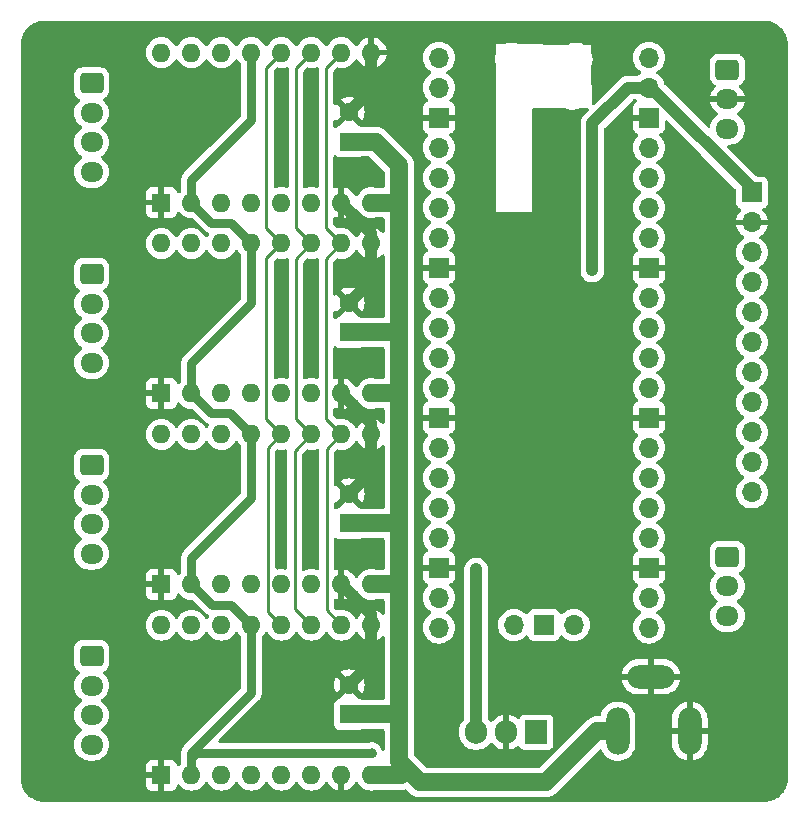
<source format=gbl>
%TF.GenerationSoftware,KiCad,Pcbnew,7.0.7*%
%TF.CreationDate,2023-10-17T10:26:18-07:00*%
%TF.ProjectId,dev-board,6465762d-626f-4617-9264-2e6b69636164,rev?*%
%TF.SameCoordinates,Original*%
%TF.FileFunction,Copper,L2,Bot*%
%TF.FilePolarity,Positive*%
%FSLAX46Y46*%
G04 Gerber Fmt 4.6, Leading zero omitted, Abs format (unit mm)*
G04 Created by KiCad (PCBNEW 7.0.7) date 2023-10-17 10:26:18*
%MOMM*%
%LPD*%
G01*
G04 APERTURE LIST*
G04 Aperture macros list*
%AMRoundRect*
0 Rectangle with rounded corners*
0 $1 Rounding radius*
0 $2 $3 $4 $5 $6 $7 $8 $9 X,Y pos of 4 corners*
0 Add a 4 corners polygon primitive as box body*
4,1,4,$2,$3,$4,$5,$6,$7,$8,$9,$2,$3,0*
0 Add four circle primitives for the rounded corners*
1,1,$1+$1,$2,$3*
1,1,$1+$1,$4,$5*
1,1,$1+$1,$6,$7*
1,1,$1+$1,$8,$9*
0 Add four rect primitives between the rounded corners*
20,1,$1+$1,$2,$3,$4,$5,0*
20,1,$1+$1,$4,$5,$6,$7,0*
20,1,$1+$1,$6,$7,$8,$9,0*
20,1,$1+$1,$8,$9,$2,$3,0*%
G04 Aperture macros list end*
%TA.AperFunction,ComponentPad*%
%ADD10R,1.600000X1.600000*%
%TD*%
%TA.AperFunction,ComponentPad*%
%ADD11C,1.600000*%
%TD*%
%TA.AperFunction,ComponentPad*%
%ADD12R,1.905000X2.000000*%
%TD*%
%TA.AperFunction,ComponentPad*%
%ADD13O,1.905000X2.000000*%
%TD*%
%TA.AperFunction,ComponentPad*%
%ADD14RoundRect,0.250000X-0.725000X0.600000X-0.725000X-0.600000X0.725000X-0.600000X0.725000X0.600000X0*%
%TD*%
%TA.AperFunction,ComponentPad*%
%ADD15O,1.950000X1.700000*%
%TD*%
%TA.AperFunction,ComponentPad*%
%ADD16O,2.000000X4.000000*%
%TD*%
%TA.AperFunction,ComponentPad*%
%ADD17O,4.000000X2.000000*%
%TD*%
%TA.AperFunction,ComponentPad*%
%ADD18O,1.600000X1.600000*%
%TD*%
%TA.AperFunction,ComponentPad*%
%ADD19O,1.700000X1.700000*%
%TD*%
%TA.AperFunction,ComponentPad*%
%ADD20R,1.700000X1.700000*%
%TD*%
%TA.AperFunction,ViaPad*%
%ADD21C,0.800000*%
%TD*%
%TA.AperFunction,Conductor*%
%ADD22C,1.000000*%
%TD*%
%TA.AperFunction,Conductor*%
%ADD23C,0.750000*%
%TD*%
%TA.AperFunction,Conductor*%
%ADD24C,1.500000*%
%TD*%
%TA.AperFunction,Conductor*%
%ADD25C,0.250000*%
%TD*%
G04 APERTURE END LIST*
D10*
%TO.P,C4,1*%
%TO.N,VDC*%
X157460000Y-91369046D03*
D11*
%TO.P,C4,2*%
%TO.N,GND*%
X157460000Y-88869046D03*
%TD*%
D12*
%TO.P,U2,1,IN*%
%TO.N,VDC*%
X173290000Y-109050000D03*
D13*
%TO.P,U2,2,GND*%
%TO.N,GND*%
X170750000Y-109050000D03*
%TO.P,U2,3,OUT*%
%TO.N,+5V*%
X168210000Y-109050000D03*
%TD*%
D14*
%TO.P,J1,1,Pin_1*%
%TO.N,Net-(A1-B2)*%
X135650000Y-54110000D03*
D15*
%TO.P,J1,2,Pin_2*%
%TO.N,Net-(A1-B1)*%
X135650000Y-56610000D03*
%TO.P,J1,3,Pin_3*%
%TO.N,Net-(A1-A1)*%
X135650000Y-59110000D03*
%TO.P,J1,4,Pin_4*%
%TO.N,Net-(A1-A2)*%
X135650000Y-61610000D03*
%TD*%
D16*
%TO.P,J7,1*%
%TO.N,VDC*%
X180200000Y-108950000D03*
D17*
%TO.P,J7,2*%
%TO.N,GND*%
X183000000Y-104350000D03*
D16*
%TO.P,J7,3*%
X186300000Y-108950000D03*
%TD*%
D14*
%TO.P,J5,1,Pin_1*%
%TO.N,Net-(A2-B2)*%
X135650000Y-70273333D03*
D15*
%TO.P,J5,2,Pin_2*%
%TO.N,Net-(A2-B1)*%
X135650000Y-72773333D03*
%TO.P,J5,3,Pin_3*%
%TO.N,Net-(A2-A1)*%
X135650000Y-75273333D03*
%TO.P,J5,4,Pin_4*%
%TO.N,Net-(A2-A2)*%
X135650000Y-77773333D03*
%TD*%
D10*
%TO.P,A2,1,GND*%
%TO.N,GND*%
X141560000Y-80363333D03*
D18*
%TO.P,A2,2,~{FLT}*%
%TO.N,+5V*%
X144100000Y-80363333D03*
%TO.P,A2,3,A2*%
%TO.N,Net-(A2-A2)*%
X146640000Y-80363333D03*
%TO.P,A2,4,A1*%
%TO.N,Net-(A2-A1)*%
X149180000Y-80363333D03*
%TO.P,A2,5,B1*%
%TO.N,Net-(A2-B1)*%
X151720000Y-80363333D03*
%TO.P,A2,6,B2*%
%TO.N,Net-(A2-B2)*%
X154260000Y-80363333D03*
%TO.P,A2,7,GND*%
%TO.N,GND*%
X156800000Y-80363333D03*
%TO.P,A2,8,VMOT*%
%TO.N,VDC*%
X159340000Y-80363333D03*
%TO.P,A2,9,~{EN}*%
%TO.N,GND*%
X159340000Y-67663333D03*
%TO.P,A2,10,M0*%
%TO.N,/M0*%
X156800000Y-67663333D03*
%TO.P,A2,11,M1*%
%TO.N,/M1*%
X154260000Y-67663333D03*
%TO.P,A2,12,M2*%
%TO.N,/M2*%
X151720000Y-67663333D03*
%TO.P,A2,13,~{RST}*%
%TO.N,+5V*%
X149180000Y-67663333D03*
%TO.P,A2,14,~{SLP}*%
%TO.N,/M2_SLP*%
X146640000Y-67663333D03*
%TO.P,A2,15,STEP*%
%TO.N,/M2_STEP*%
X144100000Y-67663333D03*
%TO.P,A2,16,DIR*%
%TO.N,/M2_DIR*%
X141560000Y-67663333D03*
%TD*%
D10*
%TO.P,C3,1*%
%TO.N,VDC*%
X157460000Y-107532380D03*
D11*
%TO.P,C3,2*%
%TO.N,GND*%
X157460000Y-105032380D03*
%TD*%
D14*
%TO.P,J6,1,Pin_1*%
%TO.N,Net-(A4-B2)*%
X135650000Y-102600000D03*
D15*
%TO.P,J6,2,Pin_2*%
%TO.N,Net-(A4-B1)*%
X135650000Y-105100000D03*
%TO.P,J6,3,Pin_3*%
%TO.N,Net-(A4-A1)*%
X135650000Y-107600000D03*
%TO.P,J6,4,Pin_4*%
%TO.N,Net-(A4-A2)*%
X135650000Y-110100000D03*
%TD*%
D18*
%TO.P,A1,16,DIR*%
%TO.N,/M1_DIR*%
X141560000Y-51500000D03*
%TO.P,A1,15,STEP*%
%TO.N,/M1_STEP*%
X144100000Y-51500000D03*
%TO.P,A1,14,~{SLP}*%
%TO.N,/M1_SLP*%
X146640000Y-51500000D03*
%TO.P,A1,13,~{RST}*%
%TO.N,+5V*%
X149180000Y-51500000D03*
%TO.P,A1,12,M2*%
%TO.N,/M2*%
X151720000Y-51500000D03*
%TO.P,A1,11,M1*%
%TO.N,/M1*%
X154260000Y-51500000D03*
%TO.P,A1,10,M0*%
%TO.N,/M0*%
X156800000Y-51500000D03*
%TO.P,A1,9,~{EN}*%
%TO.N,GND*%
X159340000Y-51500000D03*
%TO.P,A1,8,VMOT*%
%TO.N,VDC*%
X159340000Y-64200000D03*
%TO.P,A1,7,GND*%
%TO.N,GND*%
X156800000Y-64200000D03*
%TO.P,A1,6,B2*%
%TO.N,Net-(A1-B2)*%
X154260000Y-64200000D03*
%TO.P,A1,5,B1*%
%TO.N,Net-(A1-B1)*%
X151720000Y-64200000D03*
%TO.P,A1,4,A1*%
%TO.N,Net-(A1-A1)*%
X149180000Y-64200000D03*
%TO.P,A1,3,A2*%
%TO.N,Net-(A1-A2)*%
X146640000Y-64200000D03*
%TO.P,A1,2,~{FLT}*%
%TO.N,+5V*%
X144100000Y-64200000D03*
D10*
%TO.P,A1,1,GND*%
%TO.N,GND*%
X141560000Y-64200000D03*
%TD*%
%TO.P,C2,1*%
%TO.N,VDC*%
X157460000Y-75205713D03*
D11*
%TO.P,C2,2*%
%TO.N,GND*%
X157460000Y-72705713D03*
%TD*%
D10*
%TO.P,A3,1,GND*%
%TO.N,GND*%
X141560000Y-96526666D03*
D18*
%TO.P,A3,2,~{FLT}*%
%TO.N,+5V*%
X144100000Y-96526666D03*
%TO.P,A3,3,A2*%
%TO.N,Net-(A3-A2)*%
X146640000Y-96526666D03*
%TO.P,A3,4,A1*%
%TO.N,Net-(A3-A1)*%
X149180000Y-96526666D03*
%TO.P,A3,5,B1*%
%TO.N,Net-(A3-B1)*%
X151720000Y-96526666D03*
%TO.P,A3,6,B2*%
%TO.N,Net-(A3-B2)*%
X154260000Y-96526666D03*
%TO.P,A3,7,GND*%
%TO.N,GND*%
X156800000Y-96526666D03*
%TO.P,A3,8,VMOT*%
%TO.N,VDC*%
X159340000Y-96526666D03*
%TO.P,A3,9,~{EN}*%
%TO.N,GND*%
X159340000Y-83826666D03*
%TO.P,A3,10,M0*%
%TO.N,/M0*%
X156800000Y-83826666D03*
%TO.P,A3,11,M1*%
%TO.N,/M1*%
X154260000Y-83826666D03*
%TO.P,A3,12,M2*%
%TO.N,/M2*%
X151720000Y-83826666D03*
%TO.P,A3,13,~{RST}*%
%TO.N,+5V*%
X149180000Y-83826666D03*
%TO.P,A3,14,~{SLP}*%
%TO.N,/M3_SLP*%
X146640000Y-83826666D03*
%TO.P,A3,15,STEP*%
%TO.N,/M3_STEP*%
X144100000Y-83826666D03*
%TO.P,A3,16,DIR*%
%TO.N,/M3_DIR*%
X141560000Y-83826666D03*
%TD*%
D19*
%TO.P,U1,1,GPIO0*%
%TO.N,Net-(J2-Pin_3)*%
X165050000Y-51930000D03*
%TO.P,U1,2,GPIO1*%
%TO.N,Net-(J2-Pin_1)*%
X165050000Y-54470000D03*
D20*
%TO.P,U1,3,GND*%
%TO.N,GND*%
X165050000Y-57010000D03*
D19*
%TO.P,U1,4,GPIO2*%
%TO.N,/M0*%
X165050000Y-59550000D03*
%TO.P,U1,5,GPIO3*%
%TO.N,/M1*%
X165050000Y-62090000D03*
%TO.P,U1,6,GPIO4*%
%TO.N,/M2*%
X165050000Y-64630000D03*
%TO.P,U1,7,GPIO5*%
%TO.N,/M1_SLP*%
X165050000Y-67170000D03*
D20*
%TO.P,U1,8,GND*%
%TO.N,GND*%
X165050000Y-69710000D03*
D19*
%TO.P,U1,9,GPIO6*%
%TO.N,/M1_STEP*%
X165050000Y-72250000D03*
%TO.P,U1,10,GPIO7*%
%TO.N,/M1_DIR*%
X165050000Y-74790000D03*
%TO.P,U1,11,GPIO8*%
%TO.N,/M2_SLP*%
X165050000Y-77330000D03*
%TO.P,U1,12,GPIO9*%
%TO.N,/M2_STEP*%
X165050000Y-79870000D03*
D20*
%TO.P,U1,13,GND*%
%TO.N,GND*%
X165050000Y-82410000D03*
D19*
%TO.P,U1,14,GPIO10*%
%TO.N,/M2_DIR*%
X165050000Y-84950000D03*
%TO.P,U1,15,GPIO11*%
%TO.N,/M3_SLP*%
X165050000Y-87490000D03*
%TO.P,U1,16,GPIO12*%
%TO.N,/M3_STEP*%
X165050000Y-90030000D03*
%TO.P,U1,17,GPIO13*%
%TO.N,/M3_DIR*%
X165050000Y-92570000D03*
D20*
%TO.P,U1,18,GND*%
%TO.N,GND*%
X165050000Y-95110000D03*
D19*
%TO.P,U1,19,GPIO14*%
%TO.N,/M4_SLP*%
X165050000Y-97650000D03*
%TO.P,U1,20,GPIO15*%
%TO.N,/M4_STEP*%
X165050000Y-100190000D03*
%TO.P,U1,21,GPIO16*%
%TO.N,/M4_DIR*%
X182830000Y-100190000D03*
%TO.P,U1,22,GPIO17*%
%TO.N,Net-(J3-Pin_11)*%
X182830000Y-97650000D03*
D20*
%TO.P,U1,23,GND*%
%TO.N,GND*%
X182830000Y-95110000D03*
D19*
%TO.P,U1,24,GPIO18*%
%TO.N,Net-(J3-Pin_10)*%
X182830000Y-92570000D03*
%TO.P,U1,25,GPIO19*%
%TO.N,Net-(J3-Pin_9)*%
X182830000Y-90030000D03*
%TO.P,U1,26,GPIO20*%
%TO.N,Net-(J3-Pin_8)*%
X182830000Y-87490000D03*
%TO.P,U1,27,GPIO21*%
%TO.N,Net-(J3-Pin_7)*%
X182830000Y-84950000D03*
D20*
%TO.P,U1,28,GND*%
%TO.N,GND*%
X182830000Y-82410000D03*
D19*
%TO.P,U1,29,GPIO22*%
%TO.N,Net-(J3-Pin_6)*%
X182830000Y-79870000D03*
%TO.P,U1,30,RUN*%
%TO.N,unconnected-(U1-RUN-Pad30)*%
X182830000Y-77330000D03*
%TO.P,U1,31,GPIO26_ADC0*%
%TO.N,Net-(J3-Pin_5)*%
X182830000Y-74790000D03*
%TO.P,U1,32,GPIO27_ADC1*%
%TO.N,Net-(J3-Pin_4)*%
X182830000Y-72250000D03*
D20*
%TO.P,U1,33,AGND*%
%TO.N,GND*%
X182830000Y-69710000D03*
D19*
%TO.P,U1,34,GPIO28_ADC2*%
%TO.N,Net-(J3-Pin_3)*%
X182830000Y-67170000D03*
%TO.P,U1,35,ADC_VREF*%
%TO.N,unconnected-(U1-ADC_VREF-Pad35)*%
X182830000Y-64630000D03*
%TO.P,U1,36,3V3*%
%TO.N,unconnected-(U1-3V3-Pad36)*%
X182830000Y-62090000D03*
%TO.P,U1,37,3V3_EN*%
%TO.N,unconnected-(U1-3V3_EN-Pad37)*%
X182830000Y-59550000D03*
D20*
%TO.P,U1,38,GND*%
%TO.N,GND*%
X182830000Y-57010000D03*
D19*
%TO.P,U1,39,VSYS*%
%TO.N,+5V*%
X182830000Y-54470000D03*
%TO.P,U1,40,VBUS*%
%TO.N,unconnected-(U1-VBUS-Pad40)*%
X182830000Y-51930000D03*
%TO.P,U1,41,SWCLK*%
%TO.N,Net-(J8-Pin_3)*%
X171400000Y-99960000D03*
D20*
%TO.P,U1,42,GND*%
%TO.N,Net-(J8-Pin_2)*%
X173940000Y-99960000D03*
D19*
%TO.P,U1,43,SWDIO*%
%TO.N,Net-(J8-Pin_1)*%
X176480000Y-99960000D03*
%TD*%
D20*
%TO.P,J3,1,Pin_1*%
%TO.N,+5V*%
X191550000Y-63350000D03*
D19*
%TO.P,J3,2,Pin_2*%
%TO.N,GND*%
X191550000Y-65890000D03*
%TO.P,J3,3,Pin_3*%
%TO.N,Net-(J3-Pin_3)*%
X191550000Y-68430000D03*
%TO.P,J3,4,Pin_4*%
%TO.N,Net-(J3-Pin_4)*%
X191550000Y-70970000D03*
%TO.P,J3,5,Pin_5*%
%TO.N,Net-(J3-Pin_5)*%
X191550000Y-73510000D03*
%TO.P,J3,6,Pin_6*%
%TO.N,Net-(J3-Pin_6)*%
X191550000Y-76050000D03*
%TO.P,J3,7,Pin_7*%
%TO.N,Net-(J3-Pin_7)*%
X191550000Y-78590000D03*
%TO.P,J3,8,Pin_8*%
%TO.N,Net-(J3-Pin_8)*%
X191550000Y-81130000D03*
%TO.P,J3,9,Pin_9*%
%TO.N,Net-(J3-Pin_9)*%
X191550000Y-83670000D03*
%TO.P,J3,10,Pin_10*%
%TO.N,Net-(J3-Pin_10)*%
X191550000Y-86210000D03*
%TO.P,J3,11,Pin_11*%
%TO.N,Net-(J3-Pin_11)*%
X191550000Y-88750000D03*
%TD*%
D10*
%TO.P,A4,1,GND*%
%TO.N,GND*%
X141560000Y-112690000D03*
D18*
%TO.P,A4,2,~{FLT}*%
%TO.N,+5V*%
X144100000Y-112690000D03*
%TO.P,A4,3,A2*%
%TO.N,Net-(A4-A2)*%
X146640000Y-112690000D03*
%TO.P,A4,4,A1*%
%TO.N,Net-(A4-A1)*%
X149180000Y-112690000D03*
%TO.P,A4,5,B1*%
%TO.N,Net-(A4-B1)*%
X151720000Y-112690000D03*
%TO.P,A4,6,B2*%
%TO.N,Net-(A4-B2)*%
X154260000Y-112690000D03*
%TO.P,A4,7,GND*%
%TO.N,GND*%
X156800000Y-112690000D03*
%TO.P,A4,8,VMOT*%
%TO.N,VDC*%
X159340000Y-112690000D03*
%TO.P,A4,9,~{EN}*%
%TO.N,GND*%
X159340000Y-99990000D03*
%TO.P,A4,10,M0*%
%TO.N,/M0*%
X156800000Y-99990000D03*
%TO.P,A4,11,M1*%
%TO.N,/M1*%
X154260000Y-99990000D03*
%TO.P,A4,12,M2*%
%TO.N,/M2*%
X151720000Y-99990000D03*
%TO.P,A4,13,~{RST}*%
%TO.N,+5V*%
X149180000Y-99990000D03*
%TO.P,A4,14,~{SLP}*%
%TO.N,/M4_SLP*%
X146640000Y-99990000D03*
%TO.P,A4,15,STEP*%
%TO.N,/M4_STEP*%
X144100000Y-99990000D03*
%TO.P,A4,16,DIR*%
%TO.N,/M4_DIR*%
X141560000Y-99990000D03*
%TD*%
D14*
%TO.P,J2,1,Pin_1*%
%TO.N,Net-(J2-Pin_1)*%
X189475000Y-52950000D03*
D15*
%TO.P,J2,2,Pin_2*%
%TO.N,GND*%
X189475000Y-55450000D03*
%TO.P,J2,3,Pin_3*%
%TO.N,Net-(J2-Pin_3)*%
X189475000Y-57950000D03*
%TD*%
D14*
%TO.P,J4,1,Pin_1*%
%TO.N,Net-(A3-B2)*%
X135650000Y-86436666D03*
D15*
%TO.P,J4,2,Pin_2*%
%TO.N,Net-(A3-B1)*%
X135650000Y-88936666D03*
%TO.P,J4,3,Pin_3*%
%TO.N,Net-(A3-A1)*%
X135650000Y-91436666D03*
%TO.P,J4,4,Pin_4*%
%TO.N,Net-(A3-A2)*%
X135650000Y-93936666D03*
%TD*%
%TO.P,J8,3,Pin_3*%
%TO.N,Net-(J8-Pin_3)*%
X189475000Y-99200000D03*
%TO.P,J8,2,Pin_2*%
%TO.N,Net-(J8-Pin_2)*%
X189475000Y-96700000D03*
D14*
%TO.P,J8,1,Pin_1*%
%TO.N,Net-(J8-Pin_1)*%
X189475000Y-94200000D03*
%TD*%
D10*
%TO.P,C1,1*%
%TO.N,VDC*%
X157460000Y-59042380D03*
D11*
%TO.P,C1,2*%
%TO.N,GND*%
X157460000Y-56542380D03*
%TD*%
D21*
%TO.N,GND*%
X132800000Y-82100000D03*
X151650000Y-54350000D03*
X154250000Y-55350000D03*
X151600000Y-70850000D03*
X154150000Y-71400000D03*
X151600000Y-89850000D03*
X154350000Y-88900000D03*
X170650000Y-103950000D03*
X155100000Y-103750000D03*
X155000000Y-108750000D03*
X167650000Y-73450000D03*
X180000000Y-78600000D03*
X176900000Y-80300000D03*
X179950000Y-93750000D03*
X153000000Y-106100000D03*
X143250000Y-102400000D03*
X132800000Y-98300000D03*
X157850000Y-78400000D03*
X188100000Y-64650000D03*
X171350000Y-86350000D03*
X176000000Y-57850000D03*
X143250000Y-53850000D03*
X137750000Y-98300000D03*
X167750000Y-68500000D03*
X179900000Y-88700000D03*
X175900000Y-71200000D03*
X157750000Y-62350000D03*
X158200000Y-94400000D03*
X180100000Y-73550000D03*
X170700000Y-91700000D03*
X137750000Y-65950000D03*
X175900000Y-66900000D03*
X164000000Y-104000000D03*
X167650000Y-53250000D03*
X175650000Y-74850000D03*
X180050000Y-63450000D03*
X173850000Y-83200000D03*
X180250000Y-58400000D03*
X159650000Y-56900000D03*
X172450000Y-78350000D03*
X132800000Y-65950000D03*
X167650000Y-58250000D03*
X137750000Y-82100000D03*
X180100000Y-83600000D03*
X170950000Y-96100000D03*
X175850000Y-62200000D03*
X156950000Y-71000000D03*
X167850000Y-78550000D03*
X169550000Y-81600000D03*
X177950000Y-105450000D03*
X176650000Y-96300000D03*
X167450000Y-63450000D03*
X164250000Y-108950000D03*
X143150000Y-70000000D03*
X143200000Y-86200000D03*
X159550000Y-89400000D03*
X180100000Y-68350000D03*
%TO.N,+5V*%
X178050000Y-69850000D03*
X168210000Y-95260000D03*
X159350000Y-110800000D03*
%TD*%
D22*
%TO.N,+5V*%
X182830000Y-54470000D02*
X183020000Y-54470000D01*
X183020000Y-54470000D02*
X191550000Y-63000000D01*
X191550000Y-63000000D02*
X191550000Y-63350000D01*
D23*
X191500000Y-63300000D02*
X191550000Y-63350000D01*
X159350000Y-110800000D02*
X144500000Y-110800000D01*
X144500000Y-110800000D02*
X144100000Y-111200000D01*
D24*
%TO.N,VDC*%
X161700000Y-107500000D02*
X161700000Y-111550000D01*
X161700000Y-80400000D02*
X161700000Y-91350000D01*
X161700000Y-75200000D02*
X161700000Y-80400000D01*
X161694287Y-75205713D02*
X161700000Y-75200000D01*
X161700000Y-96600000D02*
X161700000Y-107500000D01*
X157460000Y-59042380D02*
X159692380Y-59042380D01*
X159340000Y-64200000D02*
X161150000Y-64200000D01*
X162350000Y-112200000D02*
X163450000Y-113300000D01*
X159340000Y-112690000D02*
X161860000Y-112690000D01*
X161150000Y-64200000D02*
X161700000Y-64750000D01*
X159692380Y-59042380D02*
X161700000Y-61050000D01*
X161667620Y-107532380D02*
X161700000Y-107500000D01*
X161663333Y-80363333D02*
X161700000Y-80400000D01*
X157460000Y-91369046D02*
X161680954Y-91369046D01*
X157460000Y-107532380D02*
X161667620Y-107532380D01*
X178450000Y-108950000D02*
X180200000Y-108950000D01*
X161700000Y-111550000D02*
X162350000Y-112200000D01*
X161700000Y-91350000D02*
X161700000Y-96600000D01*
X174100000Y-113300000D02*
X178450000Y-108950000D01*
X157460000Y-75205713D02*
X161694287Y-75205713D01*
X159340000Y-96526666D02*
X161626666Y-96526666D01*
X161700000Y-64750000D02*
X161700000Y-75200000D01*
X163450000Y-113300000D02*
X174100000Y-113300000D01*
X161700000Y-61050000D02*
X161700000Y-64750000D01*
X161626666Y-96526666D02*
X161700000Y-96600000D01*
X161680954Y-91369046D02*
X161700000Y-91350000D01*
X159340000Y-80363333D02*
X161663333Y-80363333D01*
X161860000Y-112690000D02*
X162350000Y-112200000D01*
D22*
%TO.N,GND*%
X159340000Y-83826666D02*
X159340000Y-86989046D01*
X159340000Y-86989046D02*
X157460000Y-88869046D01*
X159200000Y-70950000D02*
X159340000Y-70810000D01*
X159202380Y-54800000D02*
X159300000Y-54800000D01*
X159340000Y-82903333D02*
X156800000Y-80363333D01*
X157460000Y-56542380D02*
X159202380Y-54800000D01*
X159340000Y-99066666D02*
X156800000Y-96526666D01*
X159340000Y-67663333D02*
X159340000Y-66740000D01*
X157460000Y-72705713D02*
X159200000Y-70965713D01*
X159340000Y-99990000D02*
X159340000Y-103152380D01*
X159340000Y-103152380D02*
X157460000Y-105032380D01*
X159340000Y-66740000D02*
X156800000Y-64200000D01*
X159340000Y-99990000D02*
X159340000Y-99066666D01*
X159200000Y-70965713D02*
X159200000Y-70950000D01*
X159340000Y-83826666D02*
X159340000Y-82903333D01*
X159340000Y-70810000D02*
X159340000Y-67663333D01*
X159300000Y-54800000D02*
X159340000Y-54760000D01*
X159340000Y-54760000D02*
X159340000Y-51500000D01*
D23*
%TO.N,+5V*%
X149180000Y-57220000D02*
X149180000Y-51500000D01*
X191550000Y-63350000D02*
X192000000Y-63350000D01*
X146225000Y-60175000D02*
X149180000Y-57220000D01*
X144100000Y-111200000D02*
X144100000Y-110800000D01*
X144100000Y-64200000D02*
X145800000Y-65900000D01*
X144100000Y-110800000D02*
X149180000Y-105720000D01*
X147440000Y-98250000D02*
X149180000Y-99990000D01*
X149180000Y-72720000D02*
X149180000Y-67663333D01*
X144100000Y-77800000D02*
X149180000Y-72720000D01*
D22*
X178050000Y-57500000D02*
X181080000Y-54470000D01*
D23*
X144100000Y-62300000D02*
X144100000Y-64200000D01*
X144100000Y-80363333D02*
X145786667Y-82050000D01*
X147416667Y-65900000D02*
X149180000Y-67663333D01*
X144100000Y-80363333D02*
X144100000Y-77800000D01*
X145786667Y-82050000D02*
X147403334Y-82050000D01*
X149180000Y-105720000D02*
X149180000Y-99990000D01*
X149180000Y-89220000D02*
X149180000Y-83826666D01*
X147403334Y-82050000D02*
X149180000Y-83826666D01*
X144100000Y-112690000D02*
X144100000Y-111200000D01*
X145800000Y-65900000D02*
X147416667Y-65900000D01*
D22*
X181080000Y-54470000D02*
X182830000Y-54470000D01*
X178050000Y-69850000D02*
X178050000Y-57500000D01*
X178050000Y-69950000D02*
X178050000Y-69850000D01*
D23*
X146225000Y-60175000D02*
X144100000Y-62300000D01*
X144100000Y-96526666D02*
X145823334Y-98250000D01*
D22*
X168210000Y-95260000D02*
X168210000Y-109050000D01*
D23*
X144100000Y-94300000D02*
X149180000Y-89220000D01*
X145823334Y-98250000D02*
X147440000Y-98250000D01*
X144100000Y-96526666D02*
X144100000Y-94300000D01*
D25*
%TO.N,/M0*%
X155550000Y-85076666D02*
X155550000Y-98740000D01*
X156800000Y-51500000D02*
X155500000Y-52800000D01*
X155500000Y-66363333D02*
X156800000Y-67663333D01*
X155550000Y-98740000D02*
X156800000Y-99990000D01*
X155500000Y-52800000D02*
X155500000Y-66363333D01*
X156800000Y-67663333D02*
X155500000Y-68963333D01*
X155500000Y-68963333D02*
X155500000Y-82526666D01*
X156800000Y-83826666D02*
X155550000Y-85076666D01*
X155500000Y-82526666D02*
X156800000Y-83826666D01*
%TO.N,/M1*%
X152950000Y-82516666D02*
X154260000Y-83826666D01*
X154260000Y-67663333D02*
X152950000Y-68973333D01*
X152950000Y-66353333D02*
X154260000Y-67663333D01*
X154260000Y-83826666D02*
X152845000Y-85241666D01*
X154260000Y-51500000D02*
X152950000Y-52810000D01*
X152845000Y-98575000D02*
X154260000Y-99990000D01*
X152845000Y-85241666D02*
X152845000Y-98575000D01*
X152950000Y-52810000D02*
X152950000Y-66353333D01*
X152950000Y-68973333D02*
X152950000Y-82516666D01*
%TO.N,/M2*%
X150595000Y-98865000D02*
X151720000Y-99990000D01*
X150450000Y-52770000D02*
X150450000Y-66393333D01*
X151720000Y-51500000D02*
X150450000Y-52770000D01*
X151720000Y-83826666D02*
X150595000Y-84951666D01*
X150450000Y-68933333D02*
X150450000Y-82556666D01*
X151720000Y-67663333D02*
X150450000Y-68933333D01*
X150450000Y-82556666D02*
X151720000Y-83826666D01*
X150450000Y-66393333D02*
X151720000Y-67663333D01*
X150595000Y-84951666D02*
X150595000Y-98865000D01*
%TD*%
%TA.AperFunction,Conductor*%
%TO.N,GND*%
G36*
X159233331Y-100378091D02*
G01*
X159265699Y-100383218D01*
X159308515Y-100390000D01*
X159308519Y-100390000D01*
X159371485Y-100390000D01*
X159414300Y-100383218D01*
X159446602Y-100378102D01*
X159515894Y-100387056D01*
X159569347Y-100432052D01*
X159589987Y-100498803D01*
X159590000Y-100500575D01*
X159590000Y-101268872D01*
X159786317Y-101216269D01*
X159786326Y-101216265D01*
X159992482Y-101120134D01*
X160178816Y-100989660D01*
X160237818Y-100930658D01*
X160299141Y-100897173D01*
X160368833Y-100902157D01*
X160424767Y-100944028D01*
X160449184Y-101009492D01*
X160449500Y-101018339D01*
X160449500Y-106157880D01*
X160429815Y-106224919D01*
X160377011Y-106270674D01*
X160325500Y-106281880D01*
X158506729Y-106281880D01*
X158463396Y-106274062D01*
X158367482Y-106238288D01*
X158367483Y-106238288D01*
X158307883Y-106231881D01*
X158307881Y-106231880D01*
X158307873Y-106231880D01*
X158307864Y-106231880D01*
X158304548Y-106231702D01*
X158304627Y-106230227D01*
X158243215Y-106212195D01*
X158197460Y-106159391D01*
X158189969Y-106115902D01*
X157643866Y-105569799D01*
X157610381Y-105508476D01*
X157615365Y-105438784D01*
X157657237Y-105382851D01*
X157675245Y-105371638D01*
X157698045Y-105360021D01*
X157787641Y-105270425D01*
X157799254Y-105247632D01*
X157847225Y-105196838D01*
X157915046Y-105180041D01*
X157981181Y-105202577D01*
X157997419Y-105216246D01*
X158539025Y-105757852D01*
X158590136Y-105684858D01*
X158686264Y-105478711D01*
X158686269Y-105478697D01*
X158745139Y-105258990D01*
X158745141Y-105258979D01*
X158764966Y-105032382D01*
X158764966Y-105032377D01*
X158745141Y-104805780D01*
X158745139Y-104805769D01*
X158686269Y-104586062D01*
X158686265Y-104586053D01*
X158590133Y-104379896D01*
X158590131Y-104379892D01*
X158539026Y-104306906D01*
X158539025Y-104306906D01*
X157997419Y-104848512D01*
X157936096Y-104881997D01*
X157866404Y-104877013D01*
X157810471Y-104835141D01*
X157799256Y-104817131D01*
X157787641Y-104794335D01*
X157787637Y-104794331D01*
X157787636Y-104794329D01*
X157698050Y-104704743D01*
X157698044Y-104704738D01*
X157688109Y-104699676D01*
X157675250Y-104693124D01*
X157624456Y-104645153D01*
X157607660Y-104577332D01*
X157630197Y-104511197D01*
X157643865Y-104494960D01*
X158185472Y-103953353D01*
X158112483Y-103902246D01*
X158112481Y-103902245D01*
X157906326Y-103806114D01*
X157906317Y-103806110D01*
X157686610Y-103747240D01*
X157686599Y-103747238D01*
X157460002Y-103727414D01*
X157459998Y-103727414D01*
X157233400Y-103747238D01*
X157233389Y-103747240D01*
X157013682Y-103806110D01*
X157013673Y-103806114D01*
X156807513Y-103902248D01*
X156734526Y-103953353D01*
X157276133Y-104494960D01*
X157309618Y-104556283D01*
X157304634Y-104625975D01*
X157262762Y-104681908D01*
X157244748Y-104693125D01*
X157221956Y-104704738D01*
X157221949Y-104704743D01*
X157132363Y-104794329D01*
X157132358Y-104794336D01*
X157120745Y-104817128D01*
X157072770Y-104867924D01*
X157004949Y-104884718D01*
X156938814Y-104862180D01*
X156922580Y-104848513D01*
X156380973Y-104306906D01*
X156329868Y-104379893D01*
X156233734Y-104586053D01*
X156233730Y-104586062D01*
X156174860Y-104805769D01*
X156174858Y-104805780D01*
X156155034Y-105032377D01*
X156155034Y-105032382D01*
X156174858Y-105258979D01*
X156174860Y-105258990D01*
X156233730Y-105478697D01*
X156233734Y-105478706D01*
X156329865Y-105684861D01*
X156329866Y-105684863D01*
X156380973Y-105757851D01*
X156380973Y-105757852D01*
X156922580Y-105216245D01*
X156983903Y-105182760D01*
X157053594Y-105187744D01*
X157109528Y-105229615D01*
X157120742Y-105247626D01*
X157126527Y-105258979D01*
X157132358Y-105270424D01*
X157132363Y-105270430D01*
X157221949Y-105360016D01*
X157221951Y-105360017D01*
X157221955Y-105360021D01*
X157244747Y-105371634D01*
X157295542Y-105419608D01*
X157312337Y-105487429D01*
X157289799Y-105553564D01*
X157276132Y-105569799D01*
X156729351Y-106116580D01*
X156719505Y-106165574D01*
X156670889Y-106215756D01*
X156615367Y-106230428D01*
X156615423Y-106231479D01*
X156615429Y-106231526D01*
X156615426Y-106231526D01*
X156615436Y-106231704D01*
X156612123Y-106231881D01*
X156552516Y-106238288D01*
X156417671Y-106288582D01*
X156417664Y-106288586D01*
X156302455Y-106374832D01*
X156302452Y-106374835D01*
X156216206Y-106490044D01*
X156216202Y-106490051D01*
X156165908Y-106624897D01*
X156159501Y-106684496D01*
X156159500Y-106684515D01*
X156159500Y-108380250D01*
X156159501Y-108380256D01*
X156165908Y-108439863D01*
X156216202Y-108574708D01*
X156216206Y-108574715D01*
X156302452Y-108689924D01*
X156302455Y-108689927D01*
X156417664Y-108776173D01*
X156417671Y-108776177D01*
X156552517Y-108826471D01*
X156552516Y-108826471D01*
X156559444Y-108827215D01*
X156612127Y-108832880D01*
X158307872Y-108832879D01*
X158367483Y-108826471D01*
X158463395Y-108790698D01*
X158506729Y-108782880D01*
X160325500Y-108782880D01*
X160392539Y-108802565D01*
X160438294Y-108855369D01*
X160449500Y-108906880D01*
X160449500Y-110486927D01*
X160429815Y-110553966D01*
X160377011Y-110599721D01*
X160307853Y-110609665D01*
X160244297Y-110580640D01*
X160207569Y-110525245D01*
X160177181Y-110431722D01*
X160177180Y-110431721D01*
X160177179Y-110431716D01*
X160082533Y-110267784D01*
X159955871Y-110127112D01*
X159955870Y-110127111D01*
X159802734Y-110015851D01*
X159802729Y-110015848D01*
X159629807Y-109938857D01*
X159629802Y-109938855D01*
X159469651Y-109904815D01*
X159444646Y-109899500D01*
X159255354Y-109899500D01*
X159150487Y-109921790D01*
X159124706Y-109924500D01*
X146513006Y-109924500D01*
X146445967Y-109904815D01*
X146400212Y-109852011D01*
X146390268Y-109782853D01*
X146419293Y-109719297D01*
X146425325Y-109712819D01*
X147241145Y-108896999D01*
X149772142Y-106366000D01*
X149775810Y-106362618D01*
X149819357Y-106325631D01*
X149869808Y-106259262D01*
X149922030Y-106194297D01*
X149922109Y-106194138D01*
X149934489Y-106174177D01*
X149934602Y-106174029D01*
X149951042Y-106138495D01*
X149969610Y-106098359D01*
X149969609Y-106098358D01*
X150006641Y-106023693D01*
X150006685Y-106023514D01*
X150014484Y-106001363D01*
X150014562Y-106001197D01*
X150021121Y-105971401D01*
X150032485Y-105919771D01*
X150035825Y-105906337D01*
X150052600Y-105838889D01*
X150052604Y-105838715D01*
X150055461Y-105815391D01*
X150055500Y-105815216D01*
X150055500Y-105731840D01*
X150057757Y-105648527D01*
X150057720Y-105648334D01*
X150055500Y-105624975D01*
X150055500Y-101005048D01*
X150075185Y-100938009D01*
X150091814Y-100917371D01*
X150180047Y-100829139D01*
X150310568Y-100642734D01*
X150337618Y-100584724D01*
X150383790Y-100532285D01*
X150450983Y-100513133D01*
X150517865Y-100533348D01*
X150562382Y-100584725D01*
X150589429Y-100642728D01*
X150589432Y-100642734D01*
X150719954Y-100829141D01*
X150880858Y-100990045D01*
X150880861Y-100990047D01*
X151067266Y-101120568D01*
X151273504Y-101216739D01*
X151493308Y-101275635D01*
X151655230Y-101289801D01*
X151719998Y-101295468D01*
X151720000Y-101295468D01*
X151720002Y-101295468D01*
X151776672Y-101290509D01*
X151946692Y-101275635D01*
X152166496Y-101216739D01*
X152372734Y-101120568D01*
X152559139Y-100990047D01*
X152720047Y-100829139D01*
X152850568Y-100642734D01*
X152877618Y-100584724D01*
X152923790Y-100532285D01*
X152990983Y-100513133D01*
X153057865Y-100533348D01*
X153102382Y-100584725D01*
X153129429Y-100642728D01*
X153129432Y-100642734D01*
X153259954Y-100829141D01*
X153420858Y-100990045D01*
X153420861Y-100990047D01*
X153607266Y-101120568D01*
X153813504Y-101216739D01*
X154033308Y-101275635D01*
X154195230Y-101289801D01*
X154259998Y-101295468D01*
X154260000Y-101295468D01*
X154260002Y-101295468D01*
X154316673Y-101290509D01*
X154486692Y-101275635D01*
X154706496Y-101216739D01*
X154912734Y-101120568D01*
X155099139Y-100990047D01*
X155260047Y-100829139D01*
X155390568Y-100642734D01*
X155417618Y-100584724D01*
X155463790Y-100532285D01*
X155530983Y-100513133D01*
X155597865Y-100533348D01*
X155642382Y-100584725D01*
X155669429Y-100642728D01*
X155669432Y-100642734D01*
X155799954Y-100829141D01*
X155960858Y-100990045D01*
X155960861Y-100990047D01*
X156147266Y-101120568D01*
X156353504Y-101216739D01*
X156573308Y-101275635D01*
X156735230Y-101289801D01*
X156799998Y-101295468D01*
X156800000Y-101295468D01*
X156800002Y-101295468D01*
X156856673Y-101290509D01*
X157026692Y-101275635D01*
X157246496Y-101216739D01*
X157452734Y-101120568D01*
X157639139Y-100990047D01*
X157800047Y-100829139D01*
X157930568Y-100642734D01*
X157957895Y-100584129D01*
X158004064Y-100531695D01*
X158071257Y-100512542D01*
X158138139Y-100532757D01*
X158182657Y-100584133D01*
X158209865Y-100642482D01*
X158340342Y-100828820D01*
X158501179Y-100989657D01*
X158687517Y-101120134D01*
X158893673Y-101216265D01*
X158893682Y-101216269D01*
X159089999Y-101268872D01*
X159090000Y-101268871D01*
X159090000Y-100500575D01*
X159109685Y-100433536D01*
X159162489Y-100387781D01*
X159231647Y-100377837D01*
X159233331Y-100378091D01*
G37*
%TD.AperFunction*%
%TA.AperFunction,Conductor*%
G36*
X156693331Y-96914757D02*
G01*
X156725699Y-96919884D01*
X156768515Y-96926666D01*
X156768519Y-96926666D01*
X156831485Y-96926666D01*
X156874300Y-96919884D01*
X156906602Y-96914768D01*
X156975894Y-96923722D01*
X157029347Y-96968718D01*
X157049987Y-97035469D01*
X157050000Y-97037241D01*
X157050000Y-97805538D01*
X157246317Y-97752935D01*
X157246326Y-97752931D01*
X157452482Y-97656800D01*
X157638820Y-97526323D01*
X157799657Y-97365486D01*
X157930132Y-97179150D01*
X157957341Y-97120800D01*
X158003513Y-97068361D01*
X158070707Y-97049208D01*
X158137588Y-97069423D01*
X158182106Y-97120799D01*
X158209431Y-97179398D01*
X158209432Y-97179400D01*
X158339954Y-97365807D01*
X158500858Y-97526711D01*
X158500861Y-97526713D01*
X158687266Y-97657234D01*
X158893504Y-97753405D01*
X159113308Y-97812301D01*
X159275230Y-97826467D01*
X159339998Y-97832134D01*
X159340000Y-97832134D01*
X159340002Y-97832134D01*
X159396672Y-97827175D01*
X159566692Y-97812301D01*
X159682050Y-97781390D01*
X159714143Y-97777166D01*
X160325500Y-97777166D01*
X160392539Y-97796851D01*
X160438294Y-97849655D01*
X160449500Y-97901166D01*
X160449500Y-98961660D01*
X160429815Y-99028699D01*
X160377011Y-99074454D01*
X160307853Y-99084398D01*
X160244297Y-99055373D01*
X160237819Y-99049341D01*
X160178820Y-98990342D01*
X159992482Y-98859865D01*
X159786328Y-98763734D01*
X159590000Y-98711127D01*
X159590000Y-99479424D01*
X159570315Y-99546463D01*
X159517511Y-99592218D01*
X159448353Y-99602162D01*
X159446602Y-99601897D01*
X159371486Y-99590000D01*
X159371481Y-99590000D01*
X159308519Y-99590000D01*
X159308514Y-99590000D01*
X159233398Y-99601897D01*
X159164104Y-99592942D01*
X159110652Y-99547946D01*
X159090013Y-99481194D01*
X159090000Y-99479424D01*
X159090000Y-98711127D01*
X158893671Y-98763734D01*
X158687517Y-98859865D01*
X158501179Y-98990342D01*
X158340342Y-99151179D01*
X158209867Y-99337515D01*
X158182657Y-99395867D01*
X158136484Y-99448306D01*
X158069290Y-99467457D01*
X158002409Y-99447241D01*
X157957893Y-99395865D01*
X157930570Y-99337271D01*
X157930567Y-99337265D01*
X157800045Y-99150858D01*
X157639141Y-98989954D01*
X157452734Y-98859432D01*
X157452732Y-98859431D01*
X157246497Y-98763261D01*
X157246488Y-98763258D01*
X157026697Y-98704366D01*
X157026693Y-98704365D01*
X157026692Y-98704365D01*
X157026691Y-98704364D01*
X157026686Y-98704364D01*
X156800002Y-98684532D01*
X156799999Y-98684532D01*
X156573313Y-98704364D01*
X156573296Y-98704367D01*
X156504949Y-98722680D01*
X156435099Y-98721016D01*
X156385177Y-98690586D01*
X156211819Y-98517227D01*
X156178334Y-98455904D01*
X156175500Y-98429546D01*
X156175500Y-97864489D01*
X156195185Y-97797450D01*
X156247989Y-97751695D01*
X156317147Y-97741751D01*
X156348581Y-97751117D01*
X156348594Y-97751083D01*
X156349178Y-97751295D01*
X156351911Y-97752110D01*
X156353674Y-97752932D01*
X156353682Y-97752935D01*
X156549999Y-97805538D01*
X156550000Y-97805537D01*
X156550000Y-97037241D01*
X156569685Y-96970202D01*
X156622489Y-96924447D01*
X156691647Y-96914503D01*
X156693331Y-96914757D01*
G37*
%TD.AperFunction*%
%TA.AperFunction,Conductor*%
G36*
X156373810Y-92580009D02*
G01*
X156414809Y-92610701D01*
X156417668Y-92612841D01*
X156417671Y-92612843D01*
X156552517Y-92663137D01*
X156552516Y-92663137D01*
X156559444Y-92663881D01*
X156612127Y-92669546D01*
X158307872Y-92669545D01*
X158367483Y-92663137D01*
X158463395Y-92627364D01*
X158506729Y-92619546D01*
X160325500Y-92619546D01*
X160392539Y-92639231D01*
X160438294Y-92692035D01*
X160449500Y-92743546D01*
X160449500Y-95152166D01*
X160429815Y-95219205D01*
X160377011Y-95264960D01*
X160325500Y-95276166D01*
X159714143Y-95276166D01*
X159682050Y-95271941D01*
X159566697Y-95241032D01*
X159566693Y-95241031D01*
X159566692Y-95241031D01*
X159566691Y-95241030D01*
X159566686Y-95241030D01*
X159340002Y-95221198D01*
X159339998Y-95221198D01*
X159113313Y-95241030D01*
X159113302Y-95241032D01*
X158893511Y-95299924D01*
X158893502Y-95299927D01*
X158687267Y-95396097D01*
X158687265Y-95396098D01*
X158500858Y-95526620D01*
X158339954Y-95687524D01*
X158209433Y-95873930D01*
X158209432Y-95873932D01*
X158209315Y-95874184D01*
X158182106Y-95932533D01*
X158135933Y-95984972D01*
X158068739Y-96004123D01*
X158001858Y-95983907D01*
X157957342Y-95932531D01*
X157930135Y-95874186D01*
X157930134Y-95874184D01*
X157799657Y-95687845D01*
X157638820Y-95527008D01*
X157452482Y-95396531D01*
X157246328Y-95300400D01*
X157050000Y-95247793D01*
X157050000Y-96016090D01*
X157030315Y-96083129D01*
X156977511Y-96128884D01*
X156908353Y-96138828D01*
X156906602Y-96138563D01*
X156831486Y-96126666D01*
X156831481Y-96126666D01*
X156768519Y-96126666D01*
X156768514Y-96126666D01*
X156693398Y-96138563D01*
X156624104Y-96129608D01*
X156570652Y-96084612D01*
X156550013Y-96017860D01*
X156550000Y-96016090D01*
X156550000Y-95247793D01*
X156353670Y-95300400D01*
X156351897Y-95301228D01*
X156351038Y-95301358D01*
X156348583Y-95302252D01*
X156348403Y-95301758D01*
X156282819Y-95311715D01*
X156219037Y-95283191D01*
X156180801Y-95224712D01*
X156175500Y-95188842D01*
X156175500Y-92679276D01*
X156195185Y-92612237D01*
X156247989Y-92566482D01*
X156317147Y-92556538D01*
X156373810Y-92580009D01*
G37*
%TD.AperFunction*%
%TA.AperFunction,Conductor*%
G36*
X154880955Y-85052033D02*
G01*
X154919196Y-85110509D01*
X154924500Y-85146388D01*
X154924500Y-95206943D01*
X154904815Y-95273982D01*
X154852011Y-95319737D01*
X154782853Y-95329681D01*
X154748096Y-95319325D01*
X154706502Y-95299929D01*
X154706488Y-95299924D01*
X154486697Y-95241032D01*
X154486693Y-95241031D01*
X154486692Y-95241031D01*
X154486691Y-95241030D01*
X154486686Y-95241030D01*
X154260002Y-95221198D01*
X154259998Y-95221198D01*
X154033313Y-95241030D01*
X154033302Y-95241032D01*
X153813511Y-95299924D01*
X153813504Y-95299926D01*
X153813504Y-95299927D01*
X153664353Y-95369478D01*
X153646905Y-95377614D01*
X153577827Y-95388106D01*
X153514043Y-95359586D01*
X153475804Y-95301110D01*
X153470500Y-95265232D01*
X153470500Y-85552118D01*
X153490185Y-85485079D01*
X153506819Y-85464437D01*
X153671820Y-85299436D01*
X153845179Y-85126076D01*
X153906500Y-85092593D01*
X153964947Y-85093983D01*
X154033308Y-85112301D01*
X154190780Y-85126078D01*
X154259998Y-85132134D01*
X154260000Y-85132134D01*
X154260002Y-85132134D01*
X154329220Y-85126078D01*
X154486692Y-85112301D01*
X154706496Y-85053405D01*
X154748095Y-85034006D01*
X154817171Y-85023514D01*
X154880955Y-85052033D01*
G37*
%TD.AperFunction*%
%TA.AperFunction,Conductor*%
G36*
X152130258Y-85083493D02*
G01*
X152188121Y-85122655D01*
X152215625Y-85186883D01*
X152214977Y-85220995D01*
X152214840Y-85221862D01*
X152218645Y-85262117D01*
X152219225Y-85268249D01*
X152219500Y-85274087D01*
X152219500Y-95152529D01*
X152199815Y-95219568D01*
X152147011Y-95265323D01*
X152077853Y-95275267D01*
X152063407Y-95272304D01*
X151946697Y-95241032D01*
X151946693Y-95241031D01*
X151946692Y-95241031D01*
X151946691Y-95241030D01*
X151946686Y-95241030D01*
X151720002Y-95221198D01*
X151719998Y-95221198D01*
X151493313Y-95241030D01*
X151493302Y-95241032D01*
X151376593Y-95272304D01*
X151306743Y-95270641D01*
X151248881Y-95231478D01*
X151221377Y-95167249D01*
X151220500Y-95152529D01*
X151220500Y-85262117D01*
X151240185Y-85195078D01*
X151256814Y-85174441D01*
X151305179Y-85126076D01*
X151366500Y-85092593D01*
X151424947Y-85093983D01*
X151493308Y-85112301D01*
X151650780Y-85126078D01*
X151719998Y-85132134D01*
X151720000Y-85132134D01*
X151720002Y-85132134D01*
X151789220Y-85126078D01*
X151946692Y-85112301D01*
X152060411Y-85081830D01*
X152130258Y-85083493D01*
G37*
%TD.AperFunction*%
%TA.AperFunction,Conductor*%
G36*
X157053594Y-89024410D02*
G01*
X157109528Y-89066281D01*
X157120742Y-89084292D01*
X157126527Y-89095645D01*
X157132358Y-89107090D01*
X157132363Y-89107096D01*
X157221949Y-89196682D01*
X157221951Y-89196683D01*
X157221955Y-89196687D01*
X157244747Y-89208300D01*
X157295542Y-89256274D01*
X157312337Y-89324095D01*
X157289799Y-89390230D01*
X157276132Y-89406465D01*
X156729351Y-89953246D01*
X156719505Y-90002240D01*
X156670889Y-90052422D01*
X156615367Y-90067094D01*
X156615423Y-90068145D01*
X156615429Y-90068192D01*
X156615426Y-90068192D01*
X156615436Y-90068370D01*
X156612123Y-90068547D01*
X156552516Y-90074954D01*
X156417671Y-90125248D01*
X156417668Y-90125250D01*
X156373811Y-90158082D01*
X156308347Y-90182499D01*
X156240074Y-90167647D01*
X156190668Y-90118242D01*
X156175500Y-90058815D01*
X156175500Y-89694349D01*
X156195185Y-89627310D01*
X156247989Y-89581555D01*
X156317147Y-89571611D01*
X156364067Y-89593038D01*
X156380973Y-89594518D01*
X156922580Y-89052911D01*
X156983903Y-89019426D01*
X157053594Y-89024410D01*
G37*
%TD.AperFunction*%
%TA.AperFunction,Conductor*%
G36*
X159233331Y-84214757D02*
G01*
X159265699Y-84219884D01*
X159308515Y-84226666D01*
X159308519Y-84226666D01*
X159371485Y-84226666D01*
X159414300Y-84219884D01*
X159446602Y-84214768D01*
X159515894Y-84223722D01*
X159569347Y-84268718D01*
X159589987Y-84335469D01*
X159590000Y-84337241D01*
X159590000Y-85105538D01*
X159786317Y-85052935D01*
X159786326Y-85052931D01*
X159992482Y-84956800D01*
X160178816Y-84826326D01*
X160237818Y-84767324D01*
X160299141Y-84733839D01*
X160368833Y-84738823D01*
X160424767Y-84780694D01*
X160449184Y-84846158D01*
X160449500Y-84855005D01*
X160449500Y-89994546D01*
X160429815Y-90061585D01*
X160377011Y-90107340D01*
X160325500Y-90118546D01*
X158506729Y-90118546D01*
X158463396Y-90110728D01*
X158367482Y-90074954D01*
X158367483Y-90074954D01*
X158307883Y-90068547D01*
X158307881Y-90068546D01*
X158307873Y-90068546D01*
X158307864Y-90068546D01*
X158304548Y-90068368D01*
X158304627Y-90066893D01*
X158243215Y-90048861D01*
X158197460Y-89996057D01*
X158189969Y-89952568D01*
X157643866Y-89406465D01*
X157610381Y-89345142D01*
X157615365Y-89275450D01*
X157657237Y-89219517D01*
X157675245Y-89208304D01*
X157698045Y-89196687D01*
X157787641Y-89107091D01*
X157799254Y-89084298D01*
X157847225Y-89033504D01*
X157915046Y-89016707D01*
X157981181Y-89039243D01*
X157997419Y-89052912D01*
X158539025Y-89594518D01*
X158590136Y-89521524D01*
X158686264Y-89315377D01*
X158686269Y-89315363D01*
X158745139Y-89095656D01*
X158745141Y-89095645D01*
X158764966Y-88869048D01*
X158764966Y-88869043D01*
X158745141Y-88642446D01*
X158745139Y-88642435D01*
X158686269Y-88422728D01*
X158686265Y-88422719D01*
X158590133Y-88216562D01*
X158590131Y-88216558D01*
X158539026Y-88143572D01*
X158539025Y-88143572D01*
X157997419Y-88685178D01*
X157936096Y-88718663D01*
X157866404Y-88713679D01*
X157810471Y-88671807D01*
X157799256Y-88653797D01*
X157787641Y-88631001D01*
X157787637Y-88630997D01*
X157787636Y-88630995D01*
X157698050Y-88541409D01*
X157698044Y-88541404D01*
X157688109Y-88536342D01*
X157675250Y-88529790D01*
X157624456Y-88481819D01*
X157607660Y-88413998D01*
X157630197Y-88347863D01*
X157643865Y-88331626D01*
X158185472Y-87790019D01*
X158112483Y-87738912D01*
X158112481Y-87738911D01*
X157906326Y-87642780D01*
X157906317Y-87642776D01*
X157686610Y-87583906D01*
X157686599Y-87583904D01*
X157460002Y-87564080D01*
X157459998Y-87564080D01*
X157233400Y-87583904D01*
X157233389Y-87583906D01*
X157013682Y-87642776D01*
X157013673Y-87642780D01*
X156807513Y-87738914D01*
X156734526Y-87790019D01*
X157276133Y-88331626D01*
X157309618Y-88392949D01*
X157304634Y-88462641D01*
X157262762Y-88518574D01*
X157244748Y-88529791D01*
X157221956Y-88541404D01*
X157221949Y-88541409D01*
X157132363Y-88630995D01*
X157132358Y-88631002D01*
X157120745Y-88653794D01*
X157072770Y-88704590D01*
X157004949Y-88721384D01*
X156938814Y-88698846D01*
X156922580Y-88685179D01*
X156380973Y-88143572D01*
X156363214Y-88145126D01*
X156346498Y-88158489D01*
X156277000Y-88165683D01*
X156214645Y-88134160D01*
X156179231Y-88073930D01*
X156175500Y-88043741D01*
X156175500Y-85387117D01*
X156195185Y-85320078D01*
X156211814Y-85299441D01*
X156385179Y-85126076D01*
X156446500Y-85092593D01*
X156504947Y-85093983D01*
X156573308Y-85112301D01*
X156730780Y-85126078D01*
X156799998Y-85132134D01*
X156800000Y-85132134D01*
X156800002Y-85132134D01*
X156869220Y-85126078D01*
X157026692Y-85112301D01*
X157246496Y-85053405D01*
X157452734Y-84957234D01*
X157639139Y-84826713D01*
X157800047Y-84665805D01*
X157930568Y-84479400D01*
X157957895Y-84420795D01*
X158004064Y-84368361D01*
X158071257Y-84349208D01*
X158138139Y-84369423D01*
X158182657Y-84420799D01*
X158209865Y-84479148D01*
X158340342Y-84665486D01*
X158501179Y-84826323D01*
X158687517Y-84956800D01*
X158893673Y-85052931D01*
X158893682Y-85052935D01*
X159089999Y-85105538D01*
X159090000Y-85105537D01*
X159090000Y-84337241D01*
X159109685Y-84270202D01*
X159162489Y-84224447D01*
X159231647Y-84214503D01*
X159233331Y-84214757D01*
G37*
%TD.AperFunction*%
%TA.AperFunction,Conductor*%
G36*
X156693331Y-80751424D02*
G01*
X156725699Y-80756551D01*
X156768515Y-80763333D01*
X156768519Y-80763333D01*
X156831485Y-80763333D01*
X156874300Y-80756551D01*
X156906602Y-80751435D01*
X156975894Y-80760389D01*
X157029347Y-80805385D01*
X157049987Y-80872136D01*
X157050000Y-80873908D01*
X157050000Y-81642205D01*
X157246317Y-81589602D01*
X157246326Y-81589598D01*
X157452482Y-81493467D01*
X157638820Y-81362990D01*
X157799657Y-81202153D01*
X157930132Y-81015817D01*
X157957341Y-80957467D01*
X158003513Y-80905028D01*
X158070707Y-80885875D01*
X158137588Y-80906090D01*
X158182106Y-80957466D01*
X158209431Y-81016065D01*
X158209432Y-81016067D01*
X158339954Y-81202474D01*
X158500858Y-81363378D01*
X158500861Y-81363380D01*
X158687266Y-81493901D01*
X158893504Y-81590072D01*
X158893509Y-81590073D01*
X158893511Y-81590074D01*
X158923181Y-81598024D01*
X159113308Y-81648968D01*
X159275230Y-81663134D01*
X159339998Y-81668801D01*
X159340000Y-81668801D01*
X159340002Y-81668801D01*
X159396673Y-81663842D01*
X159566692Y-81648968D01*
X159682050Y-81618057D01*
X159714143Y-81613833D01*
X160325500Y-81613833D01*
X160392539Y-81633518D01*
X160438294Y-81686322D01*
X160449500Y-81737833D01*
X160449500Y-82798326D01*
X160429815Y-82865365D01*
X160377011Y-82911120D01*
X160307853Y-82921064D01*
X160244297Y-82892039D01*
X160237819Y-82886007D01*
X160178820Y-82827008D01*
X159992482Y-82696531D01*
X159786328Y-82600400D01*
X159590000Y-82547793D01*
X159590000Y-83316090D01*
X159570315Y-83383129D01*
X159517511Y-83428884D01*
X159448353Y-83438828D01*
X159446602Y-83438563D01*
X159371486Y-83426666D01*
X159371481Y-83426666D01*
X159308519Y-83426666D01*
X159308514Y-83426666D01*
X159233398Y-83438563D01*
X159164104Y-83429608D01*
X159110652Y-83384612D01*
X159090013Y-83317860D01*
X159090000Y-83316090D01*
X159090000Y-82547793D01*
X158893671Y-82600400D01*
X158687517Y-82696531D01*
X158501179Y-82827008D01*
X158340342Y-82987845D01*
X158209867Y-83174181D01*
X158182657Y-83232533D01*
X158136484Y-83284972D01*
X158069290Y-83304123D01*
X158002409Y-83283907D01*
X157957893Y-83232531D01*
X157945678Y-83206337D01*
X157930568Y-83173932D01*
X157800047Y-82987527D01*
X157800045Y-82987524D01*
X157639141Y-82826620D01*
X157452734Y-82696098D01*
X157452732Y-82696097D01*
X157246497Y-82599927D01*
X157246488Y-82599924D01*
X157026697Y-82541032D01*
X157026693Y-82541031D01*
X157026692Y-82541031D01*
X157026691Y-82541030D01*
X157026686Y-82541030D01*
X156800002Y-82521198D01*
X156799999Y-82521198D01*
X156573313Y-82541030D01*
X156573296Y-82541033D01*
X156504949Y-82559346D01*
X156435099Y-82557682D01*
X156385177Y-82527252D01*
X156161819Y-82303894D01*
X156128334Y-82242571D01*
X156125500Y-82216213D01*
X156125500Y-81677841D01*
X156145185Y-81610802D01*
X156197989Y-81565047D01*
X156267147Y-81555103D01*
X156301905Y-81565459D01*
X156353673Y-81589598D01*
X156353682Y-81589602D01*
X156549999Y-81642205D01*
X156550000Y-81642204D01*
X156550000Y-80873908D01*
X156569685Y-80806869D01*
X156622489Y-80761114D01*
X156691647Y-80751170D01*
X156693331Y-80751424D01*
G37*
%TD.AperFunction*%
%TA.AperFunction,Conductor*%
G36*
X156323810Y-76379246D02*
G01*
X156414809Y-76447368D01*
X156417668Y-76449508D01*
X156417671Y-76449510D01*
X156552517Y-76499804D01*
X156552516Y-76499804D01*
X156559444Y-76500548D01*
X156612127Y-76506213D01*
X158307872Y-76506212D01*
X158367483Y-76499804D01*
X158463395Y-76464031D01*
X158506729Y-76456213D01*
X160325500Y-76456213D01*
X160392539Y-76475898D01*
X160438294Y-76528702D01*
X160449500Y-76580213D01*
X160449500Y-78988833D01*
X160429815Y-79055872D01*
X160377011Y-79101627D01*
X160325500Y-79112833D01*
X159714143Y-79112833D01*
X159682050Y-79108608D01*
X159566697Y-79077699D01*
X159566693Y-79077698D01*
X159566692Y-79077698D01*
X159566691Y-79077697D01*
X159566686Y-79077697D01*
X159340002Y-79057865D01*
X159339998Y-79057865D01*
X159113313Y-79077697D01*
X159113302Y-79077699D01*
X158893511Y-79136591D01*
X158893502Y-79136594D01*
X158687267Y-79232764D01*
X158687265Y-79232765D01*
X158500858Y-79363287D01*
X158339954Y-79524191D01*
X158266921Y-79628495D01*
X158209432Y-79710599D01*
X158209315Y-79710851D01*
X158182106Y-79769200D01*
X158135933Y-79821639D01*
X158068739Y-79840790D01*
X158001858Y-79820574D01*
X157957342Y-79769198D01*
X157930135Y-79710853D01*
X157930134Y-79710851D01*
X157799657Y-79524512D01*
X157638820Y-79363675D01*
X157452482Y-79233198D01*
X157246328Y-79137067D01*
X157050000Y-79084460D01*
X157050000Y-79852757D01*
X157030315Y-79919796D01*
X156977511Y-79965551D01*
X156908353Y-79975495D01*
X156906602Y-79975230D01*
X156831486Y-79963333D01*
X156831481Y-79963333D01*
X156768519Y-79963333D01*
X156768514Y-79963333D01*
X156693398Y-79975230D01*
X156624104Y-79966275D01*
X156570652Y-79921279D01*
X156550013Y-79854527D01*
X156550000Y-79852757D01*
X156550000Y-79084460D01*
X156353671Y-79137067D01*
X156301903Y-79161207D01*
X156232826Y-79171698D01*
X156169042Y-79143177D01*
X156130803Y-79084700D01*
X156125500Y-79048824D01*
X156125500Y-76478513D01*
X156145185Y-76411474D01*
X156197989Y-76365719D01*
X156267147Y-76355775D01*
X156323810Y-76379246D01*
G37*
%TD.AperFunction*%
%TA.AperFunction,Conductor*%
G36*
X154838859Y-68919015D02*
G01*
X154871867Y-68980596D01*
X154874500Y-69006013D01*
X154874500Y-79020652D01*
X154854815Y-79087691D01*
X154802011Y-79133446D01*
X154732853Y-79143390D01*
X154708085Y-79137172D01*
X154706496Y-79136593D01*
X154486697Y-79077699D01*
X154486693Y-79077698D01*
X154486692Y-79077698D01*
X154486691Y-79077697D01*
X154486686Y-79077697D01*
X154260002Y-79057865D01*
X154259998Y-79057865D01*
X154033313Y-79077697D01*
X154033302Y-79077699D01*
X153813511Y-79136591D01*
X153813497Y-79136596D01*
X153751904Y-79165318D01*
X153682827Y-79175810D01*
X153619043Y-79147290D01*
X153580804Y-79088813D01*
X153575500Y-79052936D01*
X153575500Y-69283784D01*
X153595185Y-69216745D01*
X153611815Y-69196107D01*
X153845178Y-68962743D01*
X153906499Y-68929260D01*
X153964946Y-68930650D01*
X154033308Y-68948968D01*
X154190780Y-68962745D01*
X154259998Y-68968801D01*
X154260000Y-68968801D01*
X154260002Y-68968801D01*
X154329220Y-68962745D01*
X154486692Y-68948968D01*
X154706496Y-68890072D01*
X154706513Y-68890063D01*
X154708069Y-68889498D01*
X154708817Y-68889450D01*
X154711726Y-68888671D01*
X154711882Y-68889255D01*
X154777797Y-68885055D01*
X154838859Y-68919015D01*
G37*
%TD.AperFunction*%
%TA.AperFunction,Conductor*%
G36*
X152238257Y-68891223D02*
G01*
X152296119Y-68930386D01*
X152323623Y-68994614D01*
X152324500Y-69009335D01*
X152324500Y-79017330D01*
X152304815Y-79084369D01*
X152252011Y-79130124D01*
X152182853Y-79140068D01*
X152168407Y-79137105D01*
X151946697Y-79077699D01*
X151946693Y-79077698D01*
X151946692Y-79077698D01*
X151946691Y-79077697D01*
X151946686Y-79077697D01*
X151720002Y-79057865D01*
X151719998Y-79057865D01*
X151493313Y-79077697D01*
X151493302Y-79077699D01*
X151273511Y-79136591D01*
X151273501Y-79136595D01*
X151251901Y-79146667D01*
X151182824Y-79157157D01*
X151119040Y-79128635D01*
X151080803Y-79070157D01*
X151075500Y-79034283D01*
X151075500Y-69243784D01*
X151095185Y-69176745D01*
X151111814Y-69156108D01*
X151305179Y-68962743D01*
X151366500Y-68929260D01*
X151424947Y-68930650D01*
X151493308Y-68948968D01*
X151650780Y-68962745D01*
X151719998Y-68968801D01*
X151720000Y-68968801D01*
X151720002Y-68968801D01*
X151789220Y-68962745D01*
X151946692Y-68948968D01*
X152166496Y-68890072D01*
X152166495Y-68890072D01*
X152168407Y-68889560D01*
X152238257Y-68891223D01*
G37*
%TD.AperFunction*%
%TA.AperFunction,Conductor*%
G36*
X157053594Y-72861077D02*
G01*
X157109528Y-72902948D01*
X157120742Y-72920959D01*
X157126527Y-72932312D01*
X157132358Y-72943757D01*
X157132363Y-72943763D01*
X157221949Y-73033349D01*
X157221951Y-73033350D01*
X157221955Y-73033354D01*
X157244747Y-73044967D01*
X157295542Y-73092941D01*
X157312337Y-73160762D01*
X157289799Y-73226897D01*
X157276132Y-73243132D01*
X156729351Y-73789913D01*
X156719505Y-73838907D01*
X156670889Y-73889089D01*
X156615367Y-73903761D01*
X156615423Y-73904812D01*
X156615429Y-73904859D01*
X156615426Y-73904859D01*
X156615436Y-73905037D01*
X156612123Y-73905214D01*
X156552516Y-73911621D01*
X156417671Y-73961915D01*
X156417669Y-73961917D01*
X156323811Y-74032179D01*
X156258347Y-74056596D01*
X156190074Y-74041744D01*
X156140668Y-73992339D01*
X156125500Y-73932912D01*
X156125500Y-73459608D01*
X156145185Y-73392569D01*
X156197989Y-73346814D01*
X156267147Y-73336870D01*
X156330703Y-73365895D01*
X156351075Y-73388485D01*
X156380973Y-73431184D01*
X156380973Y-73431185D01*
X156922580Y-72889578D01*
X156983903Y-72856093D01*
X157053594Y-72861077D01*
G37*
%TD.AperFunction*%
%TA.AperFunction,Conductor*%
G36*
X159233331Y-68051424D02*
G01*
X159265699Y-68056551D01*
X159308515Y-68063333D01*
X159308519Y-68063333D01*
X159371485Y-68063333D01*
X159414300Y-68056551D01*
X159446602Y-68051435D01*
X159515894Y-68060389D01*
X159569347Y-68105385D01*
X159589987Y-68172136D01*
X159590000Y-68173908D01*
X159590000Y-68942205D01*
X159786317Y-68889602D01*
X159786326Y-68889598D01*
X159992482Y-68793467D01*
X160178816Y-68662993D01*
X160237818Y-68603991D01*
X160299141Y-68570506D01*
X160368833Y-68575490D01*
X160424767Y-68617361D01*
X160449184Y-68682825D01*
X160449500Y-68691672D01*
X160449500Y-73831213D01*
X160429815Y-73898252D01*
X160377011Y-73944007D01*
X160325500Y-73955213D01*
X158506729Y-73955213D01*
X158463396Y-73947395D01*
X158367482Y-73911621D01*
X158367483Y-73911621D01*
X158307883Y-73905214D01*
X158307881Y-73905213D01*
X158307873Y-73905213D01*
X158307864Y-73905213D01*
X158304548Y-73905035D01*
X158304627Y-73903560D01*
X158243215Y-73885528D01*
X158197460Y-73832724D01*
X158189969Y-73789235D01*
X157643866Y-73243132D01*
X157610381Y-73181809D01*
X157615365Y-73112117D01*
X157657237Y-73056184D01*
X157675245Y-73044971D01*
X157698045Y-73033354D01*
X157787641Y-72943758D01*
X157799254Y-72920965D01*
X157847225Y-72870171D01*
X157915046Y-72853374D01*
X157981181Y-72875910D01*
X157997419Y-72889579D01*
X158539025Y-73431185D01*
X158590136Y-73358191D01*
X158686264Y-73152044D01*
X158686269Y-73152030D01*
X158745139Y-72932323D01*
X158745141Y-72932312D01*
X158764966Y-72705715D01*
X158764966Y-72705710D01*
X158745141Y-72479113D01*
X158745139Y-72479102D01*
X158686269Y-72259395D01*
X158686265Y-72259386D01*
X158590133Y-72053229D01*
X158590131Y-72053225D01*
X158539026Y-71980239D01*
X158539025Y-71980239D01*
X157997419Y-72521845D01*
X157936096Y-72555330D01*
X157866404Y-72550346D01*
X157810471Y-72508474D01*
X157799256Y-72490464D01*
X157787641Y-72467668D01*
X157787637Y-72467664D01*
X157787636Y-72467662D01*
X157698050Y-72378076D01*
X157698044Y-72378071D01*
X157688109Y-72373009D01*
X157675250Y-72366457D01*
X157624456Y-72318486D01*
X157607660Y-72250665D01*
X157630197Y-72184530D01*
X157643865Y-72168293D01*
X158185472Y-71626686D01*
X158112483Y-71575579D01*
X158112481Y-71575578D01*
X157906326Y-71479447D01*
X157906317Y-71479443D01*
X157686610Y-71420573D01*
X157686599Y-71420571D01*
X157460002Y-71400747D01*
X157459998Y-71400747D01*
X157233400Y-71420571D01*
X157233389Y-71420573D01*
X157013682Y-71479443D01*
X157013673Y-71479447D01*
X156807513Y-71575581D01*
X156734526Y-71626686D01*
X157276133Y-72168293D01*
X157309618Y-72229616D01*
X157304634Y-72299308D01*
X157262762Y-72355241D01*
X157244748Y-72366458D01*
X157221956Y-72378071D01*
X157221949Y-72378076D01*
X157132363Y-72467662D01*
X157132358Y-72467669D01*
X157120745Y-72490461D01*
X157072770Y-72541257D01*
X157004949Y-72558051D01*
X156938814Y-72535513D01*
X156922580Y-72521846D01*
X156380973Y-71980239D01*
X156380972Y-71980240D01*
X156351075Y-72022939D01*
X156296498Y-72066564D01*
X156227000Y-72073758D01*
X156164645Y-72042235D01*
X156129231Y-71982006D01*
X156125500Y-71951816D01*
X156125500Y-69273784D01*
X156145185Y-69206745D01*
X156161815Y-69186107D01*
X156385178Y-68962743D01*
X156446499Y-68929260D01*
X156504946Y-68930650D01*
X156573308Y-68948968D01*
X156730780Y-68962745D01*
X156799998Y-68968801D01*
X156800000Y-68968801D01*
X156800002Y-68968801D01*
X156869220Y-68962745D01*
X157026692Y-68948968D01*
X157246496Y-68890072D01*
X157452734Y-68793901D01*
X157639139Y-68663380D01*
X157800047Y-68502472D01*
X157930568Y-68316067D01*
X157957895Y-68257462D01*
X158004064Y-68205028D01*
X158071257Y-68185875D01*
X158138139Y-68206090D01*
X158182657Y-68257466D01*
X158209865Y-68315815D01*
X158340342Y-68502153D01*
X158501179Y-68662990D01*
X158687517Y-68793467D01*
X158893673Y-68889598D01*
X158893682Y-68889602D01*
X159089999Y-68942205D01*
X159090000Y-68942204D01*
X159090000Y-68173908D01*
X159109685Y-68106869D01*
X159162489Y-68061114D01*
X159231647Y-68051170D01*
X159233331Y-68051424D01*
G37*
%TD.AperFunction*%
%TA.AperFunction,Conductor*%
G36*
X156693331Y-64588091D02*
G01*
X156725699Y-64593218D01*
X156768515Y-64600000D01*
X156768519Y-64600000D01*
X156831485Y-64600000D01*
X156874300Y-64593218D01*
X156906602Y-64588102D01*
X156975894Y-64597056D01*
X157029347Y-64642052D01*
X157049987Y-64708803D01*
X157050000Y-64710575D01*
X157050000Y-65478872D01*
X157246317Y-65426269D01*
X157246326Y-65426265D01*
X157452482Y-65330134D01*
X157638820Y-65199657D01*
X157799657Y-65038820D01*
X157930132Y-64852484D01*
X157957341Y-64794134D01*
X158003513Y-64741695D01*
X158070707Y-64722542D01*
X158137588Y-64742757D01*
X158182106Y-64794133D01*
X158209431Y-64852732D01*
X158209432Y-64852734D01*
X158339954Y-65039141D01*
X158500858Y-65200045D01*
X158500861Y-65200047D01*
X158687266Y-65330568D01*
X158893504Y-65426739D01*
X158893509Y-65426740D01*
X158893511Y-65426741D01*
X158923181Y-65434691D01*
X159113308Y-65485635D01*
X159275230Y-65499801D01*
X159339998Y-65505468D01*
X159340000Y-65505468D01*
X159340002Y-65505468D01*
X159396673Y-65500509D01*
X159566692Y-65485635D01*
X159682050Y-65454724D01*
X159714143Y-65450500D01*
X160325500Y-65450500D01*
X160392539Y-65470185D01*
X160438294Y-65522989D01*
X160449500Y-65574500D01*
X160449500Y-66634993D01*
X160429815Y-66702032D01*
X160377011Y-66747787D01*
X160307853Y-66757731D01*
X160244297Y-66728706D01*
X160237819Y-66722674D01*
X160178820Y-66663675D01*
X159992482Y-66533198D01*
X159786328Y-66437067D01*
X159590000Y-66384460D01*
X159590000Y-67152757D01*
X159570315Y-67219796D01*
X159517511Y-67265551D01*
X159448353Y-67275495D01*
X159446602Y-67275230D01*
X159371486Y-67263333D01*
X159371481Y-67263333D01*
X159308519Y-67263333D01*
X159308514Y-67263333D01*
X159233398Y-67275230D01*
X159164104Y-67266275D01*
X159110652Y-67221279D01*
X159090013Y-67154527D01*
X159090000Y-67152757D01*
X159090000Y-66384460D01*
X158893671Y-66437067D01*
X158687517Y-66533198D01*
X158501179Y-66663675D01*
X158340342Y-66824512D01*
X158209867Y-67010848D01*
X158182657Y-67069200D01*
X158136484Y-67121639D01*
X158069290Y-67140790D01*
X158002409Y-67120574D01*
X157957893Y-67069198D01*
X157930570Y-67010604D01*
X157930567Y-67010598D01*
X157877350Y-66934596D01*
X157800047Y-66824194D01*
X157800045Y-66824191D01*
X157639141Y-66663287D01*
X157452734Y-66532765D01*
X157452732Y-66532764D01*
X157246497Y-66436594D01*
X157246488Y-66436591D01*
X157026697Y-66377699D01*
X157026693Y-66377698D01*
X157026692Y-66377698D01*
X157026691Y-66377697D01*
X157026686Y-66377697D01*
X156800002Y-66357865D01*
X156799999Y-66357865D01*
X156573313Y-66377697D01*
X156573296Y-66377700D01*
X156504949Y-66396013D01*
X156435099Y-66394349D01*
X156385177Y-66363919D01*
X156161819Y-66140561D01*
X156128334Y-66079238D01*
X156125500Y-66052880D01*
X156125500Y-65514508D01*
X156145185Y-65447469D01*
X156197989Y-65401714D01*
X156267147Y-65391770D01*
X156301905Y-65402126D01*
X156353673Y-65426265D01*
X156353682Y-65426269D01*
X156549999Y-65478872D01*
X156550000Y-65478871D01*
X156550000Y-64710575D01*
X156569685Y-64643536D01*
X156622489Y-64597781D01*
X156691647Y-64587837D01*
X156693331Y-64588091D01*
G37*
%TD.AperFunction*%
%TA.AperFunction,Conductor*%
G36*
X156323810Y-60215913D02*
G01*
X156402934Y-60275145D01*
X156417668Y-60286175D01*
X156417671Y-60286177D01*
X156552517Y-60336471D01*
X156552516Y-60336471D01*
X156559444Y-60337215D01*
X156612127Y-60342880D01*
X158307872Y-60342879D01*
X158367483Y-60336471D01*
X158463395Y-60300698D01*
X158506729Y-60292880D01*
X159123044Y-60292880D01*
X159190083Y-60312565D01*
X159210725Y-60329199D01*
X160413180Y-61531654D01*
X160446665Y-61592977D01*
X160449499Y-61619335D01*
X160449499Y-62257671D01*
X160449500Y-62825500D01*
X160429815Y-62892539D01*
X160377012Y-62938294D01*
X160325500Y-62949500D01*
X159714143Y-62949500D01*
X159682050Y-62945275D01*
X159566697Y-62914366D01*
X159566693Y-62914365D01*
X159566692Y-62914365D01*
X159566691Y-62914364D01*
X159566686Y-62914364D01*
X159340002Y-62894532D01*
X159339998Y-62894532D01*
X159113313Y-62914364D01*
X159113302Y-62914366D01*
X158893511Y-62973258D01*
X158893502Y-62973261D01*
X158687267Y-63069431D01*
X158687265Y-63069432D01*
X158500858Y-63199954D01*
X158339954Y-63360858D01*
X158209433Y-63547264D01*
X158209432Y-63547266D01*
X158188803Y-63591506D01*
X158182106Y-63605867D01*
X158135933Y-63658306D01*
X158068739Y-63677457D01*
X158001858Y-63657241D01*
X157957342Y-63605865D01*
X157930135Y-63547520D01*
X157930134Y-63547518D01*
X157799657Y-63361179D01*
X157638820Y-63200342D01*
X157452482Y-63069865D01*
X157246328Y-62973734D01*
X157050000Y-62921127D01*
X157050000Y-63689424D01*
X157030315Y-63756463D01*
X156977511Y-63802218D01*
X156908353Y-63812162D01*
X156906602Y-63811897D01*
X156831486Y-63800000D01*
X156831481Y-63800000D01*
X156768519Y-63800000D01*
X156768514Y-63800000D01*
X156693398Y-63811897D01*
X156624104Y-63802942D01*
X156570652Y-63757946D01*
X156550013Y-63691194D01*
X156550000Y-63689424D01*
X156550000Y-62921127D01*
X156353671Y-62973734D01*
X156301903Y-62997874D01*
X156232826Y-63008365D01*
X156169042Y-62979844D01*
X156130803Y-62921367D01*
X156125500Y-62885491D01*
X156125500Y-60315180D01*
X156145185Y-60248141D01*
X156197989Y-60202386D01*
X156267147Y-60192442D01*
X156323810Y-60215913D01*
G37*
%TD.AperFunction*%
%TA.AperFunction,Conductor*%
G36*
X154838859Y-52755682D02*
G01*
X154871867Y-52817263D01*
X154874500Y-52842680D01*
X154874500Y-62857319D01*
X154854815Y-62924358D01*
X154802011Y-62970113D01*
X154732853Y-62980057D01*
X154708085Y-62973839D01*
X154706496Y-62973260D01*
X154486697Y-62914366D01*
X154486693Y-62914365D01*
X154486692Y-62914365D01*
X154486691Y-62914364D01*
X154486686Y-62914364D01*
X154260002Y-62894532D01*
X154259998Y-62894532D01*
X154033313Y-62914364D01*
X154033302Y-62914366D01*
X153813511Y-62973258D01*
X153813497Y-62973263D01*
X153751904Y-63001985D01*
X153682827Y-63012477D01*
X153619043Y-62983957D01*
X153580804Y-62925480D01*
X153575500Y-62889603D01*
X153575500Y-53120451D01*
X153595185Y-53053412D01*
X153611815Y-53032774D01*
X153845178Y-52799410D01*
X153906499Y-52765927D01*
X153964946Y-52767317D01*
X154033308Y-52785635D01*
X154190780Y-52799412D01*
X154259998Y-52805468D01*
X154260000Y-52805468D01*
X154260002Y-52805468D01*
X154329220Y-52799412D01*
X154486692Y-52785635D01*
X154706496Y-52726739D01*
X154706513Y-52726730D01*
X154708069Y-52726165D01*
X154708817Y-52726117D01*
X154711726Y-52725338D01*
X154711882Y-52725922D01*
X154777797Y-52721722D01*
X154838859Y-52755682D01*
G37*
%TD.AperFunction*%
%TA.AperFunction,Conductor*%
G36*
X152238257Y-52727890D02*
G01*
X152296119Y-52767053D01*
X152323623Y-52831281D01*
X152324500Y-52846002D01*
X152324500Y-62853997D01*
X152304815Y-62921036D01*
X152252011Y-62966791D01*
X152182853Y-62976735D01*
X152168407Y-62973772D01*
X151946697Y-62914366D01*
X151946693Y-62914365D01*
X151946692Y-62914365D01*
X151946691Y-62914364D01*
X151946686Y-62914364D01*
X151720002Y-62894532D01*
X151719998Y-62894532D01*
X151493313Y-62914364D01*
X151493302Y-62914366D01*
X151273511Y-62973258D01*
X151273501Y-62973262D01*
X151251901Y-62983334D01*
X151182824Y-62993824D01*
X151119040Y-62965302D01*
X151080803Y-62906824D01*
X151075500Y-62870950D01*
X151075500Y-53080452D01*
X151095185Y-53013413D01*
X151111819Y-52992771D01*
X151187302Y-52917288D01*
X151305179Y-52799410D01*
X151366500Y-52765927D01*
X151424947Y-52767317D01*
X151493308Y-52785635D01*
X151650780Y-52799412D01*
X151719998Y-52805468D01*
X151720000Y-52805468D01*
X151720002Y-52805468D01*
X151789220Y-52799412D01*
X151946692Y-52785635D01*
X152166496Y-52726739D01*
X152166495Y-52726739D01*
X152168407Y-52726227D01*
X152238257Y-52727890D01*
G37*
%TD.AperFunction*%
%TA.AperFunction,Conductor*%
G36*
X157053594Y-56697744D02*
G01*
X157109528Y-56739615D01*
X157120742Y-56757626D01*
X157121952Y-56760000D01*
X157132358Y-56780424D01*
X157132363Y-56780430D01*
X157221949Y-56870016D01*
X157221951Y-56870017D01*
X157221955Y-56870021D01*
X157244747Y-56881634D01*
X157295542Y-56929608D01*
X157312337Y-56997429D01*
X157289799Y-57063564D01*
X157276132Y-57079799D01*
X156729351Y-57626580D01*
X156719505Y-57675574D01*
X156670889Y-57725756D01*
X156615367Y-57740428D01*
X156615423Y-57741479D01*
X156615429Y-57741526D01*
X156615426Y-57741526D01*
X156615436Y-57741704D01*
X156612123Y-57741881D01*
X156552516Y-57748288D01*
X156417671Y-57798582D01*
X156417669Y-57798584D01*
X156323811Y-57868846D01*
X156258347Y-57893263D01*
X156190074Y-57878411D01*
X156140668Y-57829006D01*
X156125500Y-57769579D01*
X156125500Y-57296275D01*
X156145185Y-57229236D01*
X156197989Y-57183481D01*
X156267147Y-57173537D01*
X156330703Y-57202562D01*
X156351075Y-57225152D01*
X156380973Y-57267851D01*
X156380973Y-57267852D01*
X156922580Y-56726245D01*
X156983903Y-56692760D01*
X157053594Y-56697744D01*
G37*
%TD.AperFunction*%
%TA.AperFunction,Conductor*%
G36*
X192602019Y-48800633D02*
G01*
X192637198Y-48802938D01*
X192683708Y-48805986D01*
X192865459Y-48818985D01*
X192873100Y-48820015D01*
X192966738Y-48838641D01*
X192989420Y-48843153D01*
X193015023Y-48848722D01*
X193133666Y-48874531D01*
X193140383Y-48876395D01*
X193259437Y-48916809D01*
X193356671Y-48953076D01*
X193391741Y-48966157D01*
X193397499Y-48968643D01*
X193512952Y-49025578D01*
X193634906Y-49092170D01*
X193639634Y-49095032D01*
X193696571Y-49133076D01*
X193746649Y-49166537D01*
X193749358Y-49168454D01*
X193858652Y-49250271D01*
X193862345Y-49253265D01*
X193959502Y-49338469D01*
X193962448Y-49341228D01*
X194058769Y-49437549D01*
X194061526Y-49440492D01*
X194146729Y-49537648D01*
X194149732Y-49541353D01*
X194201564Y-49610592D01*
X194231543Y-49650639D01*
X194233461Y-49653349D01*
X194304962Y-49760357D01*
X194307828Y-49765091D01*
X194374421Y-49887047D01*
X194431355Y-50002499D01*
X194433841Y-50008257D01*
X194470212Y-50105768D01*
X194483196Y-50140578D01*
X194488289Y-50155581D01*
X194523597Y-50259596D01*
X194525472Y-50266352D01*
X194556846Y-50410579D01*
X194579980Y-50526880D01*
X194581015Y-50534560D01*
X194594017Y-50716350D01*
X194595222Y-50734727D01*
X194599291Y-50796817D01*
X194599367Y-50797966D01*
X194599500Y-50802023D01*
X194599500Y-112947975D01*
X194599367Y-112952032D01*
X194594017Y-113033648D01*
X194581015Y-113215438D01*
X194579980Y-113223118D01*
X194556846Y-113339420D01*
X194525472Y-113483646D01*
X194523597Y-113490401D01*
X194489297Y-113591448D01*
X194483208Y-113609388D01*
X194483195Y-113609425D01*
X194433841Y-113741741D01*
X194431355Y-113747499D01*
X194374421Y-113862952D01*
X194307828Y-113984907D01*
X194304961Y-113989641D01*
X194233461Y-114096649D01*
X194231543Y-114099359D01*
X194149744Y-114208631D01*
X194146723Y-114212357D01*
X194061529Y-114309502D01*
X194058755Y-114312464D01*
X193962464Y-114408755D01*
X193959502Y-114411529D01*
X193862357Y-114496723D01*
X193858631Y-114499744D01*
X193749359Y-114581543D01*
X193746649Y-114583461D01*
X193639641Y-114654961D01*
X193634907Y-114657828D01*
X193512952Y-114724421D01*
X193397499Y-114781355D01*
X193391741Y-114783841D01*
X193270956Y-114828893D01*
X193259418Y-114833197D01*
X193140401Y-114873597D01*
X193133646Y-114875472D01*
X192989420Y-114906846D01*
X192873118Y-114929980D01*
X192865438Y-114931015D01*
X192683648Y-114944017D01*
X192632582Y-114947364D01*
X192602025Y-114949367D01*
X192597976Y-114949500D01*
X131652024Y-114949500D01*
X131647974Y-114949367D01*
X131609954Y-114946875D01*
X131566350Y-114944017D01*
X131384560Y-114931015D01*
X131376880Y-114929980D01*
X131260579Y-114906846D01*
X131116352Y-114875472D01*
X131109596Y-114873597D01*
X131077881Y-114862831D01*
X130990578Y-114833196D01*
X130955768Y-114820212D01*
X130858257Y-114783841D01*
X130852499Y-114781355D01*
X130737047Y-114724421D01*
X130615091Y-114657828D01*
X130610357Y-114654962D01*
X130503349Y-114583461D01*
X130500639Y-114581543D01*
X130454123Y-114546722D01*
X130391353Y-114499732D01*
X130387648Y-114496729D01*
X130290492Y-114411526D01*
X130287549Y-114408769D01*
X130191228Y-114312448D01*
X130188469Y-114309502D01*
X130145706Y-114260740D01*
X130103265Y-114212345D01*
X130100271Y-114208652D01*
X130018454Y-114099358D01*
X130016537Y-114096649D01*
X129945276Y-113990000D01*
X129945032Y-113989634D01*
X129942170Y-113984906D01*
X129875578Y-113862952D01*
X129818643Y-113747499D01*
X129816157Y-113741741D01*
X129796730Y-113689657D01*
X129766805Y-113609425D01*
X129726395Y-113490383D01*
X129724531Y-113483666D01*
X129693873Y-113342732D01*
X129693153Y-113339420D01*
X129682273Y-113284725D01*
X129670015Y-113223100D01*
X129668985Y-113215459D01*
X129655986Y-113033708D01*
X129652938Y-112987198D01*
X129650633Y-112952019D01*
X129650500Y-112947964D01*
X129650500Y-110100000D01*
X134169341Y-110100000D01*
X134189936Y-110335403D01*
X134189938Y-110335413D01*
X134251094Y-110563655D01*
X134251096Y-110563659D01*
X134251097Y-110563663D01*
X134273518Y-110611744D01*
X134350964Y-110777828D01*
X134350965Y-110777830D01*
X134486505Y-110971402D01*
X134653597Y-111138494D01*
X134847169Y-111274034D01*
X134847171Y-111274035D01*
X135061337Y-111373903D01*
X135289592Y-111435063D01*
X135466034Y-111450500D01*
X135833966Y-111450500D01*
X136010408Y-111435063D01*
X136238663Y-111373903D01*
X136452829Y-111274035D01*
X136646401Y-111138495D01*
X136813495Y-110971401D01*
X136949035Y-110777830D01*
X137048903Y-110563663D01*
X137110063Y-110335408D01*
X137130659Y-110100000D01*
X137110063Y-109864592D01*
X137048903Y-109636337D01*
X136949035Y-109422171D01*
X136949034Y-109422169D01*
X136813494Y-109228597D01*
X136646403Y-109061506D01*
X136575863Y-109012114D01*
X136489401Y-108951573D01*
X136445778Y-108896999D01*
X136438584Y-108827500D01*
X136470106Y-108765145D01*
X136489398Y-108748428D01*
X136646401Y-108638495D01*
X136813495Y-108471401D01*
X136949035Y-108277830D01*
X137048903Y-108063663D01*
X137110063Y-107835408D01*
X137130659Y-107600000D01*
X137129676Y-107588770D01*
X137110063Y-107364596D01*
X137110063Y-107364592D01*
X137048903Y-107136337D01*
X136949035Y-106922171D01*
X136949034Y-106922169D01*
X136813494Y-106728597D01*
X136646402Y-106561505D01*
X136489403Y-106451574D01*
X136445778Y-106396997D01*
X136438584Y-106327499D01*
X136470107Y-106265144D01*
X136489391Y-106248433D01*
X136646401Y-106138495D01*
X136813495Y-105971401D01*
X136949035Y-105777830D01*
X137048903Y-105563663D01*
X137110063Y-105335408D01*
X137130659Y-105100000D01*
X137110063Y-104864592D01*
X137048903Y-104636337D01*
X136949035Y-104422171D01*
X136949034Y-104422169D01*
X136813494Y-104228597D01*
X136666295Y-104081398D01*
X136632810Y-104020075D01*
X136637794Y-103950383D01*
X136679666Y-103894450D01*
X136688880Y-103888178D01*
X136789687Y-103826000D01*
X136843656Y-103792712D01*
X136967712Y-103668656D01*
X137059814Y-103519334D01*
X137114999Y-103352797D01*
X137125500Y-103250009D01*
X137125499Y-101949992D01*
X137114999Y-101847203D01*
X137059814Y-101680666D01*
X136967712Y-101531344D01*
X136843656Y-101407288D01*
X136694334Y-101315186D01*
X136527797Y-101260001D01*
X136527795Y-101260000D01*
X136425010Y-101249500D01*
X134874998Y-101249500D01*
X134874981Y-101249501D01*
X134772203Y-101260000D01*
X134772200Y-101260001D01*
X134605668Y-101315185D01*
X134605663Y-101315187D01*
X134456342Y-101407289D01*
X134332289Y-101531342D01*
X134240187Y-101680663D01*
X134240185Y-101680666D01*
X134240186Y-101680666D01*
X134185001Y-101847203D01*
X134185001Y-101847204D01*
X134185000Y-101847204D01*
X134174500Y-101949983D01*
X134174500Y-103250001D01*
X134174501Y-103250018D01*
X134185000Y-103352796D01*
X134185001Y-103352799D01*
X134240185Y-103519331D01*
X134240187Y-103519336D01*
X134332289Y-103668657D01*
X134456344Y-103792712D01*
X134611120Y-103888178D01*
X134657845Y-103940126D01*
X134669068Y-104009088D01*
X134641224Y-104073171D01*
X134633706Y-104081398D01*
X134486501Y-104228603D01*
X134486501Y-104228604D01*
X134350967Y-104422165D01*
X134350965Y-104422169D01*
X134251098Y-104636335D01*
X134251094Y-104636344D01*
X134189938Y-104864586D01*
X134189936Y-104864596D01*
X134169341Y-105099999D01*
X134169341Y-105100000D01*
X134189936Y-105335403D01*
X134189938Y-105335413D01*
X134251094Y-105563655D01*
X134251096Y-105563659D01*
X134251097Y-105563663D01*
X134285185Y-105636764D01*
X134350964Y-105777828D01*
X134350965Y-105777830D01*
X134486505Y-105971402D01*
X134653597Y-106138494D01*
X134810595Y-106248425D01*
X134854220Y-106303002D01*
X134861414Y-106372500D01*
X134829891Y-106434855D01*
X134810595Y-106451575D01*
X134653597Y-106561505D01*
X134486506Y-106728597D01*
X134486501Y-106728604D01*
X134350967Y-106922165D01*
X134350965Y-106922169D01*
X134251098Y-107136335D01*
X134251094Y-107136344D01*
X134189938Y-107364586D01*
X134189936Y-107364596D01*
X134169341Y-107599999D01*
X134169341Y-107600000D01*
X134189936Y-107835403D01*
X134189938Y-107835413D01*
X134251094Y-108063655D01*
X134251096Y-108063659D01*
X134251097Y-108063663D01*
X134271444Y-108107297D01*
X134350964Y-108277828D01*
X134350965Y-108277830D01*
X134486505Y-108471402D01*
X134653597Y-108638494D01*
X134810595Y-108748425D01*
X134854220Y-108803002D01*
X134861414Y-108872500D01*
X134829891Y-108934855D01*
X134810595Y-108951575D01*
X134653597Y-109061505D01*
X134486506Y-109228597D01*
X134486501Y-109228604D01*
X134350967Y-109422165D01*
X134350965Y-109422169D01*
X134251098Y-109636335D01*
X134251094Y-109636344D01*
X134189938Y-109864586D01*
X134189936Y-109864596D01*
X134169341Y-110099999D01*
X134169341Y-110100000D01*
X129650500Y-110100000D01*
X129650500Y-99990001D01*
X140254532Y-99990001D01*
X140274364Y-100216686D01*
X140274366Y-100216697D01*
X140333258Y-100436488D01*
X140333261Y-100436497D01*
X140429431Y-100642732D01*
X140429432Y-100642734D01*
X140559954Y-100829141D01*
X140720858Y-100990045D01*
X140720861Y-100990047D01*
X140907266Y-101120568D01*
X141113504Y-101216739D01*
X141333308Y-101275635D01*
X141495230Y-101289801D01*
X141559998Y-101295468D01*
X141560000Y-101295468D01*
X141560002Y-101295468D01*
X141616672Y-101290509D01*
X141786692Y-101275635D01*
X142006496Y-101216739D01*
X142212734Y-101120568D01*
X142399139Y-100990047D01*
X142560047Y-100829139D01*
X142690568Y-100642734D01*
X142717618Y-100584724D01*
X142763790Y-100532285D01*
X142830983Y-100513133D01*
X142897865Y-100533348D01*
X142942382Y-100584725D01*
X142969429Y-100642728D01*
X142969432Y-100642734D01*
X143099954Y-100829141D01*
X143260858Y-100990045D01*
X143260861Y-100990047D01*
X143447266Y-101120568D01*
X143653504Y-101216739D01*
X143873308Y-101275635D01*
X144035230Y-101289801D01*
X144099998Y-101295468D01*
X144100000Y-101295468D01*
X144100002Y-101295468D01*
X144156673Y-101290509D01*
X144326692Y-101275635D01*
X144546496Y-101216739D01*
X144752734Y-101120568D01*
X144939139Y-100990047D01*
X145100047Y-100829139D01*
X145230568Y-100642734D01*
X145257618Y-100584724D01*
X145303790Y-100532285D01*
X145370983Y-100513133D01*
X145437865Y-100533348D01*
X145482382Y-100584725D01*
X145509429Y-100642728D01*
X145509432Y-100642734D01*
X145639954Y-100829141D01*
X145800858Y-100990045D01*
X145800861Y-100990047D01*
X145987266Y-101120568D01*
X146193504Y-101216739D01*
X146413308Y-101275635D01*
X146575230Y-101289801D01*
X146639998Y-101295468D01*
X146640000Y-101295468D01*
X146640002Y-101295468D01*
X146696673Y-101290509D01*
X146866692Y-101275635D01*
X147086496Y-101216739D01*
X147292734Y-101120568D01*
X147479139Y-100990047D01*
X147640047Y-100829139D01*
X147770568Y-100642734D01*
X147797618Y-100584724D01*
X147843790Y-100532285D01*
X147910983Y-100513133D01*
X147977865Y-100533348D01*
X148022382Y-100584725D01*
X148049429Y-100642728D01*
X148049432Y-100642734D01*
X148179951Y-100829137D01*
X148179952Y-100829138D01*
X148179953Y-100829139D01*
X148268182Y-100917368D01*
X148301666Y-100978689D01*
X148304500Y-101005048D01*
X148304500Y-105305993D01*
X148284815Y-105373032D01*
X148268181Y-105393674D01*
X143507873Y-110153982D01*
X143504170Y-110157396D01*
X143460641Y-110194370D01*
X143410191Y-110260737D01*
X143357970Y-110325701D01*
X143357968Y-110325704D01*
X143357879Y-110325885D01*
X143345529Y-110345796D01*
X143345400Y-110345964D01*
X143345397Y-110345970D01*
X143324605Y-110390913D01*
X143310389Y-110421640D01*
X143297425Y-110447781D01*
X143273359Y-110496305D01*
X143273354Y-110496319D01*
X143273309Y-110496503D01*
X143265527Y-110518609D01*
X143265441Y-110518794D01*
X143265438Y-110518803D01*
X143247514Y-110600229D01*
X143227399Y-110681113D01*
X143227394Y-110681310D01*
X143224545Y-110704575D01*
X143224500Y-110704778D01*
X143224500Y-110788160D01*
X143222243Y-110871473D01*
X143222278Y-110871655D01*
X143224500Y-110895022D01*
X143224500Y-111104784D01*
X143224500Y-111188159D01*
X143223895Y-111210475D01*
X143222243Y-111271473D01*
X143222278Y-111271655D01*
X143224500Y-111295023D01*
X143224500Y-111674951D01*
X143204815Y-111741990D01*
X143188181Y-111762632D01*
X143099951Y-111850861D01*
X143082287Y-111876088D01*
X143027710Y-111919712D01*
X142958211Y-111926904D01*
X142895857Y-111895380D01*
X142860445Y-111835150D01*
X142857425Y-111818218D01*
X142853598Y-111782627D01*
X142853596Y-111782620D01*
X142803354Y-111647913D01*
X142803350Y-111647906D01*
X142717190Y-111532812D01*
X142717187Y-111532809D01*
X142602093Y-111446649D01*
X142602086Y-111446645D01*
X142467379Y-111396403D01*
X142467372Y-111396401D01*
X142407844Y-111390000D01*
X141810000Y-111390000D01*
X141810000Y-112179424D01*
X141790315Y-112246463D01*
X141737511Y-112292218D01*
X141668353Y-112302162D01*
X141666602Y-112301897D01*
X141591486Y-112290000D01*
X141591481Y-112290000D01*
X141528519Y-112290000D01*
X141528514Y-112290000D01*
X141453398Y-112301897D01*
X141384104Y-112292942D01*
X141330652Y-112247946D01*
X141310013Y-112181194D01*
X141310000Y-112179424D01*
X141310000Y-111390000D01*
X140712155Y-111390000D01*
X140652627Y-111396401D01*
X140652620Y-111396403D01*
X140517913Y-111446645D01*
X140517906Y-111446649D01*
X140402812Y-111532809D01*
X140402809Y-111532812D01*
X140316649Y-111647906D01*
X140316645Y-111647913D01*
X140266403Y-111782620D01*
X140266401Y-111782627D01*
X140260000Y-111842155D01*
X140260000Y-112440000D01*
X141049424Y-112440000D01*
X141116463Y-112459685D01*
X141162218Y-112512489D01*
X141172162Y-112581647D01*
X141171897Y-112583397D01*
X141155014Y-112689996D01*
X141155014Y-112690003D01*
X141171897Y-112796603D01*
X141162942Y-112865896D01*
X141117946Y-112919348D01*
X141051194Y-112939987D01*
X141049424Y-112940000D01*
X140260000Y-112940000D01*
X140260000Y-113537844D01*
X140266401Y-113597372D01*
X140266403Y-113597379D01*
X140316645Y-113732086D01*
X140316649Y-113732093D01*
X140402809Y-113847187D01*
X140402812Y-113847190D01*
X140517906Y-113933350D01*
X140517913Y-113933354D01*
X140652620Y-113983596D01*
X140652627Y-113983598D01*
X140712155Y-113989999D01*
X140712172Y-113990000D01*
X141310000Y-113990000D01*
X141310000Y-113200575D01*
X141329685Y-113133536D01*
X141382489Y-113087781D01*
X141451647Y-113077837D01*
X141453331Y-113078091D01*
X141485699Y-113083218D01*
X141528515Y-113090000D01*
X141528519Y-113090000D01*
X141591485Y-113090000D01*
X141634300Y-113083218D01*
X141666602Y-113078102D01*
X141735894Y-113087056D01*
X141789347Y-113132052D01*
X141809987Y-113198803D01*
X141810000Y-113200575D01*
X141810000Y-113990000D01*
X142407828Y-113990000D01*
X142407844Y-113989999D01*
X142467372Y-113983598D01*
X142467379Y-113983596D01*
X142602086Y-113933354D01*
X142602093Y-113933350D01*
X142717187Y-113847190D01*
X142717190Y-113847187D01*
X142803350Y-113732093D01*
X142803354Y-113732086D01*
X142853596Y-113597380D01*
X142857424Y-113561781D01*
X142884162Y-113497230D01*
X142941555Y-113457382D01*
X143011380Y-113454888D01*
X143071469Y-113490540D01*
X143082289Y-113503912D01*
X143099956Y-113529143D01*
X143260858Y-113690045D01*
X143260861Y-113690047D01*
X143447266Y-113820568D01*
X143653504Y-113916739D01*
X143653509Y-113916740D01*
X143653511Y-113916741D01*
X143687193Y-113925766D01*
X143873308Y-113975635D01*
X144033397Y-113989641D01*
X144099998Y-113995468D01*
X144100000Y-113995468D01*
X144100002Y-113995468D01*
X144162511Y-113989999D01*
X144326692Y-113975635D01*
X144546496Y-113916739D01*
X144752734Y-113820568D01*
X144939139Y-113690047D01*
X145100047Y-113529139D01*
X145230568Y-113342734D01*
X145257618Y-113284724D01*
X145303790Y-113232285D01*
X145370983Y-113213133D01*
X145437865Y-113233348D01*
X145482382Y-113284725D01*
X145509429Y-113342728D01*
X145509432Y-113342734D01*
X145639954Y-113529141D01*
X145800858Y-113690045D01*
X145800861Y-113690047D01*
X145987266Y-113820568D01*
X146193504Y-113916739D01*
X146193509Y-113916740D01*
X146193511Y-113916741D01*
X146227193Y-113925766D01*
X146413308Y-113975635D01*
X146573397Y-113989641D01*
X146639998Y-113995468D01*
X146640000Y-113995468D01*
X146640002Y-113995468D01*
X146702511Y-113989999D01*
X146866692Y-113975635D01*
X147086496Y-113916739D01*
X147292734Y-113820568D01*
X147479139Y-113690047D01*
X147640047Y-113529139D01*
X147770568Y-113342734D01*
X147797618Y-113284724D01*
X147843790Y-113232285D01*
X147910983Y-113213133D01*
X147977865Y-113233348D01*
X148022382Y-113284725D01*
X148049429Y-113342728D01*
X148049432Y-113342734D01*
X148179954Y-113529141D01*
X148340858Y-113690045D01*
X148340861Y-113690047D01*
X148527266Y-113820568D01*
X148733504Y-113916739D01*
X148733509Y-113916740D01*
X148733511Y-113916741D01*
X148767193Y-113925766D01*
X148953308Y-113975635D01*
X149113397Y-113989641D01*
X149179998Y-113995468D01*
X149180000Y-113995468D01*
X149180002Y-113995468D01*
X149242511Y-113989999D01*
X149406692Y-113975635D01*
X149626496Y-113916739D01*
X149832734Y-113820568D01*
X150019139Y-113690047D01*
X150180047Y-113529139D01*
X150310568Y-113342734D01*
X150337618Y-113284724D01*
X150383790Y-113232285D01*
X150450983Y-113213133D01*
X150517865Y-113233348D01*
X150562382Y-113284725D01*
X150589429Y-113342728D01*
X150589432Y-113342734D01*
X150719954Y-113529141D01*
X150880858Y-113690045D01*
X150880861Y-113690047D01*
X151067266Y-113820568D01*
X151273504Y-113916739D01*
X151273509Y-113916740D01*
X151273511Y-113916741D01*
X151307193Y-113925766D01*
X151493308Y-113975635D01*
X151653397Y-113989641D01*
X151719998Y-113995468D01*
X151720000Y-113995468D01*
X151720002Y-113995468D01*
X151782511Y-113989999D01*
X151946692Y-113975635D01*
X152166496Y-113916739D01*
X152372734Y-113820568D01*
X152559139Y-113690047D01*
X152720047Y-113529139D01*
X152850568Y-113342734D01*
X152877618Y-113284724D01*
X152923790Y-113232285D01*
X152990983Y-113213133D01*
X153057865Y-113233348D01*
X153102382Y-113284725D01*
X153129429Y-113342728D01*
X153129432Y-113342734D01*
X153259954Y-113529141D01*
X153420858Y-113690045D01*
X153420861Y-113690047D01*
X153607266Y-113820568D01*
X153813504Y-113916739D01*
X153813509Y-113916740D01*
X153813511Y-113916741D01*
X153847193Y-113925766D01*
X154033308Y-113975635D01*
X154193397Y-113989641D01*
X154259998Y-113995468D01*
X154260000Y-113995468D01*
X154260002Y-113995468D01*
X154322511Y-113989999D01*
X154486692Y-113975635D01*
X154706496Y-113916739D01*
X154912734Y-113820568D01*
X155099139Y-113690047D01*
X155260047Y-113529139D01*
X155390568Y-113342734D01*
X155417895Y-113284129D01*
X155464064Y-113231695D01*
X155531257Y-113212542D01*
X155598139Y-113232757D01*
X155642657Y-113284133D01*
X155669865Y-113342482D01*
X155800342Y-113528820D01*
X155961179Y-113689657D01*
X156147517Y-113820134D01*
X156353673Y-113916265D01*
X156353682Y-113916269D01*
X156549999Y-113968872D01*
X156550000Y-113968871D01*
X156550000Y-113200575D01*
X156569685Y-113133536D01*
X156622489Y-113087781D01*
X156691647Y-113077837D01*
X156693331Y-113078091D01*
X156725699Y-113083218D01*
X156768515Y-113090000D01*
X156768519Y-113090000D01*
X156831485Y-113090000D01*
X156874300Y-113083218D01*
X156906602Y-113078102D01*
X156975894Y-113087056D01*
X157029347Y-113132052D01*
X157049987Y-113198803D01*
X157050000Y-113200575D01*
X157050000Y-113968872D01*
X157246317Y-113916269D01*
X157246326Y-113916265D01*
X157452482Y-113820134D01*
X157638820Y-113689657D01*
X157799657Y-113528820D01*
X157930132Y-113342484D01*
X157957341Y-113284134D01*
X158003513Y-113231695D01*
X158070707Y-113212542D01*
X158137588Y-113232757D01*
X158182106Y-113284133D01*
X158209431Y-113342732D01*
X158209432Y-113342734D01*
X158339954Y-113529141D01*
X158500858Y-113690045D01*
X158500861Y-113690047D01*
X158687266Y-113820568D01*
X158893504Y-113916739D01*
X158893509Y-113916740D01*
X158893511Y-113916741D01*
X158927193Y-113925766D01*
X159113308Y-113975635D01*
X159273397Y-113989641D01*
X159339998Y-113995468D01*
X159340000Y-113995468D01*
X159340002Y-113995468D01*
X159402511Y-113989999D01*
X159566692Y-113975635D01*
X159682050Y-113944724D01*
X159714143Y-113940500D01*
X161786293Y-113940500D01*
X161793231Y-113940889D01*
X161831827Y-113945238D01*
X161831829Y-113945237D01*
X161831830Y-113945238D01*
X161849586Y-113944040D01*
X161900032Y-113940639D01*
X161904188Y-113940500D01*
X161916147Y-113940500D01*
X161916155Y-113940500D01*
X161958123Y-113936722D01*
X162056412Y-113930096D01*
X162060646Y-113929028D01*
X162079841Y-113925767D01*
X162084188Y-113925377D01*
X162179165Y-113899164D01*
X162192026Y-113895923D01*
X162261839Y-113898627D01*
X162310008Y-113928482D01*
X162513642Y-114132116D01*
X162518279Y-114137304D01*
X162542492Y-114167666D01*
X162593967Y-114212639D01*
X162597000Y-114215474D01*
X162605471Y-114223945D01*
X162605475Y-114223949D01*
X162605479Y-114223952D01*
X162634381Y-114248081D01*
X162637817Y-114250949D01*
X162712001Y-114315763D01*
X162715750Y-114318003D01*
X162731624Y-114329265D01*
X162734981Y-114332068D01*
X162820659Y-114380683D01*
X162905236Y-114431215D01*
X162909327Y-114432750D01*
X162926955Y-114440996D01*
X162930755Y-114443153D01*
X163023740Y-114475690D01*
X163115976Y-114510307D01*
X163115980Y-114510307D01*
X163115981Y-114510308D01*
X163120264Y-114511085D01*
X163139086Y-114516052D01*
X163143218Y-114517498D01*
X163240523Y-114532909D01*
X163261098Y-114536643D01*
X163337451Y-114550500D01*
X163337453Y-114550500D01*
X163341828Y-114550500D01*
X163361231Y-114552028D01*
X163362938Y-114552297D01*
X163365540Y-114552710D01*
X163464022Y-114550500D01*
X174026293Y-114550500D01*
X174033231Y-114550889D01*
X174071827Y-114555238D01*
X174071829Y-114555237D01*
X174071830Y-114555238D01*
X174089586Y-114554040D01*
X174140032Y-114550639D01*
X174144188Y-114550500D01*
X174156147Y-114550500D01*
X174156155Y-114550500D01*
X174198123Y-114546722D01*
X174296412Y-114540096D01*
X174300646Y-114539028D01*
X174319841Y-114535767D01*
X174324188Y-114535377D01*
X174419165Y-114509164D01*
X174514683Y-114485096D01*
X174518655Y-114483291D01*
X174536962Y-114476654D01*
X174541170Y-114475493D01*
X174629935Y-114432746D01*
X174719626Y-114392007D01*
X174723220Y-114389516D01*
X174740035Y-114379724D01*
X174743973Y-114377829D01*
X174823676Y-114319921D01*
X174904654Y-114263820D01*
X174907743Y-114260730D01*
X174922545Y-114248088D01*
X174926078Y-114245522D01*
X174994153Y-114174320D01*
X178633475Y-110534997D01*
X178694796Y-110501514D01*
X178764488Y-110506498D01*
X178820421Y-110548370D01*
X178834710Y-110572870D01*
X178875826Y-110666606D01*
X179011833Y-110874782D01*
X179011836Y-110874785D01*
X179180256Y-111057738D01*
X179376491Y-111210474D01*
X179376493Y-111210475D01*
X179594332Y-111328364D01*
X179595190Y-111328828D01*
X179726483Y-111373901D01*
X179828964Y-111409083D01*
X179830386Y-111409571D01*
X180075665Y-111450500D01*
X180324335Y-111450500D01*
X180569614Y-111409571D01*
X180804810Y-111328828D01*
X181023509Y-111210474D01*
X181219744Y-111057738D01*
X181388164Y-110874785D01*
X181524173Y-110666607D01*
X181624063Y-110438881D01*
X181685108Y-110197821D01*
X181687400Y-110170167D01*
X181700186Y-110015851D01*
X181700500Y-110012067D01*
X181700500Y-110012041D01*
X184800000Y-110012041D01*
X184815385Y-110197730D01*
X184815387Y-110197738D01*
X184876412Y-110438717D01*
X184976267Y-110666367D01*
X185112232Y-110874478D01*
X185280592Y-111057364D01*
X185280602Y-111057373D01*
X185476762Y-111210051D01*
X185476771Y-111210057D01*
X185695385Y-111328364D01*
X185695396Y-111328369D01*
X185930507Y-111409083D01*
X186049999Y-111429023D01*
X186050000Y-111429022D01*
X186050000Y-110560575D01*
X186069685Y-110493536D01*
X186122489Y-110447781D01*
X186191647Y-110437837D01*
X186193351Y-110438095D01*
X186247327Y-110446643D01*
X186299998Y-110454986D01*
X186300000Y-110454986D01*
X186300002Y-110454986D01*
X186352672Y-110446643D01*
X186406603Y-110438102D01*
X186475895Y-110447056D01*
X186529347Y-110492053D01*
X186549987Y-110558804D01*
X186550000Y-110560575D01*
X186550000Y-111429023D01*
X186669492Y-111409083D01*
X186904603Y-111328369D01*
X186904614Y-111328364D01*
X187123228Y-111210057D01*
X187123237Y-111210051D01*
X187319397Y-111057373D01*
X187319407Y-111057364D01*
X187487767Y-110874478D01*
X187623732Y-110666367D01*
X187723587Y-110438717D01*
X187784612Y-110197738D01*
X187784614Y-110197730D01*
X187800000Y-110012041D01*
X187800000Y-109200000D01*
X186824000Y-109200000D01*
X186756961Y-109180315D01*
X186711206Y-109127511D01*
X186700000Y-109076000D01*
X186700000Y-108824000D01*
X186719685Y-108756961D01*
X186772489Y-108711206D01*
X186824000Y-108700000D01*
X187800000Y-108700000D01*
X187800000Y-107887959D01*
X187784614Y-107702269D01*
X187784612Y-107702261D01*
X187723587Y-107461282D01*
X187623732Y-107233632D01*
X187487767Y-107025521D01*
X187319407Y-106842635D01*
X187319397Y-106842626D01*
X187123237Y-106689948D01*
X187123228Y-106689942D01*
X186904614Y-106571635D01*
X186904603Y-106571630D01*
X186669492Y-106490916D01*
X186550000Y-106470976D01*
X186550000Y-107339424D01*
X186530315Y-107406463D01*
X186477511Y-107452218D01*
X186408353Y-107462162D01*
X186406603Y-107461897D01*
X186300003Y-107445014D01*
X186299997Y-107445014D01*
X186193397Y-107461897D01*
X186124104Y-107452942D01*
X186070652Y-107407946D01*
X186050013Y-107341194D01*
X186050000Y-107339424D01*
X186050000Y-106470976D01*
X186049999Y-106470976D01*
X185930507Y-106490916D01*
X185695396Y-106571630D01*
X185695385Y-106571635D01*
X185476771Y-106689942D01*
X185476762Y-106689948D01*
X185280602Y-106842626D01*
X185280592Y-106842635D01*
X185112232Y-107025521D01*
X184976267Y-107233632D01*
X184876412Y-107461282D01*
X184815387Y-107702261D01*
X184815385Y-107702269D01*
X184800000Y-107887959D01*
X184800000Y-108700000D01*
X185776000Y-108700000D01*
X185843039Y-108719685D01*
X185888794Y-108772489D01*
X185900000Y-108824000D01*
X185900000Y-109076000D01*
X185880315Y-109143039D01*
X185827511Y-109188794D01*
X185776000Y-109200000D01*
X184800000Y-109200000D01*
X184800000Y-110012041D01*
X181700500Y-110012041D01*
X181700500Y-107887933D01*
X181691101Y-107774505D01*
X181685109Y-107702186D01*
X181685107Y-107702175D01*
X181624063Y-107461118D01*
X181524173Y-107233393D01*
X181388166Y-107025217D01*
X181293304Y-106922170D01*
X181219744Y-106842262D01*
X181023509Y-106689526D01*
X181023507Y-106689525D01*
X181023506Y-106689524D01*
X180804811Y-106571172D01*
X180804802Y-106571169D01*
X180569616Y-106490429D01*
X180324335Y-106449500D01*
X180075665Y-106449500D01*
X179830383Y-106490429D01*
X179595197Y-106571169D01*
X179595188Y-106571172D01*
X179376493Y-106689524D01*
X179180257Y-106842261D01*
X179011833Y-107025217D01*
X178875826Y-107233393D01*
X178775936Y-107461118D01*
X178739263Y-107605940D01*
X178703723Y-107666096D01*
X178641303Y-107697488D01*
X178619057Y-107699500D01*
X178523707Y-107699500D01*
X178516768Y-107699110D01*
X178493477Y-107696486D01*
X178478176Y-107694762D01*
X178478169Y-107694761D01*
X178431224Y-107697927D01*
X178409967Y-107699360D01*
X178405812Y-107699500D01*
X178393841Y-107699500D01*
X178351875Y-107703277D01*
X178253590Y-107709903D01*
X178249349Y-107710972D01*
X178230176Y-107714230D01*
X178225808Y-107714623D01*
X178130834Y-107740835D01*
X178035319Y-107764902D01*
X178031322Y-107766718D01*
X178013059Y-107773339D01*
X178008834Y-107774505D01*
X177920064Y-107817253D01*
X177830369Y-107857995D01*
X177826775Y-107860486D01*
X177809971Y-107870271D01*
X177806031Y-107872168D01*
X177806028Y-107872170D01*
X177726323Y-107930078D01*
X177645349Y-107986177D01*
X177645343Y-107986182D01*
X177642239Y-107989286D01*
X177627465Y-108001903D01*
X177623928Y-108004473D01*
X177623921Y-108004478D01*
X177555846Y-108075679D01*
X173618345Y-112013181D01*
X173557022Y-112046666D01*
X173530664Y-112049500D01*
X164019336Y-112049500D01*
X163952297Y-112029815D01*
X163931655Y-112013181D01*
X163255076Y-111336602D01*
X163253153Y-111334591D01*
X163206212Y-111283235D01*
X163197086Y-111273251D01*
X163197085Y-111273250D01*
X163197083Y-111273248D01*
X163177946Y-111258678D01*
X163171664Y-111253190D01*
X162986819Y-111068344D01*
X162953334Y-111007021D01*
X162950500Y-110980663D01*
X162950500Y-109157598D01*
X166757000Y-109157598D01*
X166771904Y-109337472D01*
X166771904Y-109337475D01*
X166771905Y-109337476D01*
X166831017Y-109570905D01*
X166927745Y-109791422D01*
X167059449Y-109993010D01*
X167222537Y-110170171D01*
X167347951Y-110267784D01*
X167412022Y-110317653D01*
X167412561Y-110318072D01*
X167464101Y-110345964D01*
X167623478Y-110432215D01*
X167624336Y-110432679D01*
X167742598Y-110473278D01*
X167852083Y-110510865D01*
X167852085Y-110510865D01*
X167852087Y-110510866D01*
X168089601Y-110550500D01*
X168089602Y-110550500D01*
X168330398Y-110550500D01*
X168330399Y-110550500D01*
X168567913Y-110510866D01*
X168795664Y-110432679D01*
X169007439Y-110318072D01*
X169197463Y-110170171D01*
X169360551Y-109993010D01*
X169376489Y-109968613D01*
X169429631Y-109923258D01*
X169498862Y-109913831D01*
X169562199Y-109943330D01*
X169584106Y-109968611D01*
X169599847Y-109992704D01*
X169599851Y-109992710D01*
X169762873Y-110169797D01*
X169762883Y-110169806D01*
X169952831Y-110317649D01*
X169952840Y-110317655D01*
X170164531Y-110432215D01*
X170164545Y-110432221D01*
X170392207Y-110510379D01*
X170500000Y-110528366D01*
X170500000Y-109714652D01*
X170519685Y-109647613D01*
X170572489Y-109601858D01*
X170641647Y-109591914D01*
X170657447Y-109595248D01*
X170674404Y-109600000D01*
X170674406Y-109600000D01*
X170787622Y-109600000D01*
X170859116Y-109590173D01*
X170928210Y-109600545D01*
X170980729Y-109646627D01*
X171000000Y-109713018D01*
X171000000Y-110528365D01*
X171107792Y-110510379D01*
X171335454Y-110432221D01*
X171335468Y-110432215D01*
X171547159Y-110317655D01*
X171547162Y-110317653D01*
X171689746Y-110206675D01*
X171754740Y-110181032D01*
X171823280Y-110194598D01*
X171873605Y-110243066D01*
X171882091Y-110261196D01*
X171893701Y-110292326D01*
X171893706Y-110292335D01*
X171979952Y-110407544D01*
X171979955Y-110407547D01*
X172095164Y-110493793D01*
X172095171Y-110493797D01*
X172230017Y-110544091D01*
X172230016Y-110544091D01*
X172236944Y-110544835D01*
X172289627Y-110550500D01*
X174290372Y-110550499D01*
X174349983Y-110544091D01*
X174484831Y-110493796D01*
X174600046Y-110407546D01*
X174686296Y-110292331D01*
X174736591Y-110157483D01*
X174743000Y-110097873D01*
X174742999Y-108002128D01*
X174736591Y-107942517D01*
X174731994Y-107930193D01*
X174686297Y-107807671D01*
X174686293Y-107807664D01*
X174600047Y-107692455D01*
X174600044Y-107692452D01*
X174484835Y-107606206D01*
X174484828Y-107606202D01*
X174349982Y-107555908D01*
X174349983Y-107555908D01*
X174290383Y-107549501D01*
X174290381Y-107549500D01*
X174290373Y-107549500D01*
X174290364Y-107549500D01*
X172289629Y-107549500D01*
X172289623Y-107549501D01*
X172230016Y-107555908D01*
X172095171Y-107606202D01*
X172095164Y-107606206D01*
X171979955Y-107692452D01*
X171979952Y-107692455D01*
X171893706Y-107807664D01*
X171893702Y-107807671D01*
X171882091Y-107838804D01*
X171840220Y-107894738D01*
X171774756Y-107919155D01*
X171706483Y-107904303D01*
X171689747Y-107893324D01*
X171547168Y-107782350D01*
X171547159Y-107782344D01*
X171335468Y-107667784D01*
X171335454Y-107667778D01*
X171107791Y-107589619D01*
X171000000Y-107571633D01*
X171000000Y-108385347D01*
X170980315Y-108452386D01*
X170927511Y-108498141D01*
X170858353Y-108508085D01*
X170842547Y-108504749D01*
X170825598Y-108500000D01*
X170825596Y-108500000D01*
X170712378Y-108500000D01*
X170712376Y-108500000D01*
X170640884Y-108509826D01*
X170571789Y-108499453D01*
X170519270Y-108453371D01*
X170500000Y-108386981D01*
X170500000Y-107571633D01*
X170499999Y-107571633D01*
X170392208Y-107589619D01*
X170164545Y-107667778D01*
X170164531Y-107667784D01*
X169952840Y-107782344D01*
X169952831Y-107782350D01*
X169762883Y-107930193D01*
X169762873Y-107930202D01*
X169599851Y-108107289D01*
X169599846Y-108107297D01*
X169584104Y-108131390D01*
X169530955Y-108176745D01*
X169461724Y-108186165D01*
X169398389Y-108156660D01*
X169376489Y-108131384D01*
X169360554Y-108106994D01*
X169360552Y-108106992D01*
X169360551Y-108106990D01*
X169243269Y-107979587D01*
X169212348Y-107916933D01*
X169210500Y-107895605D01*
X169210500Y-104099999D01*
X180520976Y-104099999D01*
X180520978Y-104100000D01*
X181389424Y-104100000D01*
X181456463Y-104119685D01*
X181502218Y-104172489D01*
X181512162Y-104241647D01*
X181511897Y-104243397D01*
X181495014Y-104349996D01*
X181495014Y-104350003D01*
X181511897Y-104456603D01*
X181502942Y-104525896D01*
X181457946Y-104579348D01*
X181391194Y-104599987D01*
X181389424Y-104600000D01*
X180520977Y-104600000D01*
X180540916Y-104719492D01*
X180621630Y-104954603D01*
X180621635Y-104954614D01*
X180739942Y-105173228D01*
X180739948Y-105173237D01*
X180892626Y-105369397D01*
X180892635Y-105369407D01*
X181075522Y-105537767D01*
X181075521Y-105537767D01*
X181283632Y-105673732D01*
X181511282Y-105773587D01*
X181752261Y-105834612D01*
X181752269Y-105834614D01*
X181937959Y-105850000D01*
X182750000Y-105850000D01*
X182750000Y-104874000D01*
X182769685Y-104806961D01*
X182822489Y-104761206D01*
X182874000Y-104750000D01*
X183126000Y-104750000D01*
X183193039Y-104769685D01*
X183238794Y-104822489D01*
X183250000Y-104874000D01*
X183250000Y-105850000D01*
X184062041Y-105850000D01*
X184247730Y-105834614D01*
X184247738Y-105834612D01*
X184488717Y-105773587D01*
X184716367Y-105673732D01*
X184924478Y-105537767D01*
X185107364Y-105369407D01*
X185107373Y-105369397D01*
X185260051Y-105173237D01*
X185260057Y-105173228D01*
X185378364Y-104954614D01*
X185378369Y-104954603D01*
X185459083Y-104719492D01*
X185479023Y-104600000D01*
X184610576Y-104600000D01*
X184543537Y-104580315D01*
X184497782Y-104527511D01*
X184487838Y-104458353D01*
X184488103Y-104456603D01*
X184504986Y-104350003D01*
X184504986Y-104349996D01*
X184488103Y-104243397D01*
X184497058Y-104174104D01*
X184542054Y-104120652D01*
X184608806Y-104100013D01*
X184610576Y-104100000D01*
X185479022Y-104100000D01*
X185479023Y-104099999D01*
X185459083Y-103980507D01*
X185378369Y-103745396D01*
X185378364Y-103745385D01*
X185260057Y-103526771D01*
X185260051Y-103526762D01*
X185107373Y-103330602D01*
X185107364Y-103330592D01*
X184924477Y-103162232D01*
X184924478Y-103162232D01*
X184716367Y-103026267D01*
X184488717Y-102926412D01*
X184247738Y-102865387D01*
X184247730Y-102865385D01*
X184062041Y-102850000D01*
X183250000Y-102850000D01*
X183250000Y-103826000D01*
X183230315Y-103893039D01*
X183177511Y-103938794D01*
X183126000Y-103950000D01*
X182874000Y-103950000D01*
X182806961Y-103930315D01*
X182761206Y-103877511D01*
X182750000Y-103826000D01*
X182750000Y-102850000D01*
X181937959Y-102850000D01*
X181752269Y-102865385D01*
X181752261Y-102865387D01*
X181511282Y-102926412D01*
X181283632Y-103026267D01*
X181075521Y-103162232D01*
X180892635Y-103330592D01*
X180892626Y-103330602D01*
X180739948Y-103526762D01*
X180739942Y-103526771D01*
X180621635Y-103745385D01*
X180621630Y-103745396D01*
X180540916Y-103980507D01*
X180520976Y-104099999D01*
X169210500Y-104099999D01*
X169210500Y-99960000D01*
X170044341Y-99960000D01*
X170064936Y-100195403D01*
X170064938Y-100195413D01*
X170126094Y-100423655D01*
X170126096Y-100423659D01*
X170126097Y-100423663D01*
X170176969Y-100532757D01*
X170225965Y-100637830D01*
X170225967Y-100637834D01*
X170334281Y-100792521D01*
X170361505Y-100831401D01*
X170528599Y-100998495D01*
X170618429Y-101061395D01*
X170722165Y-101134032D01*
X170722167Y-101134033D01*
X170722170Y-101134035D01*
X170936337Y-101233903D01*
X171164592Y-101295063D01*
X171341034Y-101310500D01*
X171399999Y-101315659D01*
X171400000Y-101315659D01*
X171400001Y-101315659D01*
X171458966Y-101310500D01*
X171635408Y-101295063D01*
X171863663Y-101233903D01*
X172077830Y-101134035D01*
X172271401Y-100998495D01*
X172393329Y-100876566D01*
X172454648Y-100843084D01*
X172524340Y-100848068D01*
X172580274Y-100889939D01*
X172597189Y-100920917D01*
X172646202Y-101052328D01*
X172646206Y-101052335D01*
X172732452Y-101167544D01*
X172732455Y-101167547D01*
X172847664Y-101253793D01*
X172847671Y-101253797D01*
X172982517Y-101304091D01*
X172982516Y-101304091D01*
X172989444Y-101304835D01*
X173042127Y-101310500D01*
X174837872Y-101310499D01*
X174897483Y-101304091D01*
X175032331Y-101253796D01*
X175147546Y-101167546D01*
X175233796Y-101052331D01*
X175282810Y-100920916D01*
X175324681Y-100864984D01*
X175390145Y-100840566D01*
X175458418Y-100855417D01*
X175486673Y-100876569D01*
X175608599Y-100998495D01*
X175698429Y-101061395D01*
X175802165Y-101134032D01*
X175802167Y-101134033D01*
X175802170Y-101134035D01*
X176016337Y-101233903D01*
X176244592Y-101295063D01*
X176421034Y-101310500D01*
X176479999Y-101315659D01*
X176480000Y-101315659D01*
X176480001Y-101315659D01*
X176538966Y-101310500D01*
X176715408Y-101295063D01*
X176943663Y-101233903D01*
X177157830Y-101134035D01*
X177351401Y-100998495D01*
X177518495Y-100831401D01*
X177654035Y-100637830D01*
X177753903Y-100423663D01*
X177815063Y-100195408D01*
X177835659Y-99960000D01*
X177815063Y-99724592D01*
X177753903Y-99496337D01*
X177654035Y-99282171D01*
X177637247Y-99258194D01*
X177518494Y-99088597D01*
X177351402Y-98921506D01*
X177351395Y-98921501D01*
X177349251Y-98920000D01*
X177286756Y-98876240D01*
X177157834Y-98785967D01*
X177157830Y-98785965D01*
X177140399Y-98777837D01*
X176943663Y-98686097D01*
X176943659Y-98686096D01*
X176943655Y-98686094D01*
X176715413Y-98624938D01*
X176715403Y-98624936D01*
X176480001Y-98604341D01*
X176479999Y-98604341D01*
X176244596Y-98624936D01*
X176244586Y-98624938D01*
X176016344Y-98686094D01*
X176016335Y-98686098D01*
X175802171Y-98785964D01*
X175802169Y-98785965D01*
X175608600Y-98921503D01*
X175486673Y-99043430D01*
X175425350Y-99076914D01*
X175355658Y-99071930D01*
X175299725Y-99030058D01*
X175282810Y-98999081D01*
X175233797Y-98867671D01*
X175233793Y-98867664D01*
X175147547Y-98752455D01*
X175147544Y-98752452D01*
X175032335Y-98666206D01*
X175032328Y-98666202D01*
X174897482Y-98615908D01*
X174897483Y-98615908D01*
X174837883Y-98609501D01*
X174837881Y-98609500D01*
X174837873Y-98609500D01*
X174837864Y-98609500D01*
X173042129Y-98609500D01*
X173042123Y-98609501D01*
X172982516Y-98615908D01*
X172847671Y-98666202D01*
X172847664Y-98666206D01*
X172732455Y-98752452D01*
X172732452Y-98752455D01*
X172646206Y-98867664D01*
X172646203Y-98867669D01*
X172597189Y-98999083D01*
X172555317Y-99055016D01*
X172489853Y-99079433D01*
X172421580Y-99064581D01*
X172393326Y-99043430D01*
X172271402Y-98921506D01*
X172271395Y-98921501D01*
X172269251Y-98920000D01*
X172206756Y-98876240D01*
X172077834Y-98785967D01*
X172077830Y-98785965D01*
X172060399Y-98777837D01*
X171863663Y-98686097D01*
X171863659Y-98686096D01*
X171863655Y-98686094D01*
X171635413Y-98624938D01*
X171635403Y-98624936D01*
X171400001Y-98604341D01*
X171399999Y-98604341D01*
X171164596Y-98624936D01*
X171164586Y-98624938D01*
X170936344Y-98686094D01*
X170936335Y-98686098D01*
X170722171Y-98785964D01*
X170722169Y-98785965D01*
X170528597Y-98921505D01*
X170361505Y-99088597D01*
X170225965Y-99282169D01*
X170225964Y-99282171D01*
X170126098Y-99496335D01*
X170126094Y-99496344D01*
X170064938Y-99724586D01*
X170064936Y-99724596D01*
X170044341Y-99959999D01*
X170044341Y-99960000D01*
X169210500Y-99960000D01*
X169210500Y-95209256D01*
X169195074Y-95057560D01*
X169134162Y-94863420D01*
X169134160Y-94863416D01*
X169134159Y-94863412D01*
X169035409Y-94685498D01*
X169035408Y-94685497D01*
X169035407Y-94685495D01*
X168902867Y-94531106D01*
X168902865Y-94531104D01*
X168741962Y-94406554D01*
X168741959Y-94406553D01*
X168741958Y-94406552D01*
X168559271Y-94316940D01*
X168362285Y-94265937D01*
X168362287Y-94265937D01*
X168226804Y-94259066D01*
X168159064Y-94255631D01*
X168159063Y-94255631D01*
X168159061Y-94255631D01*
X167957936Y-94286442D01*
X167957924Y-94286445D01*
X167767118Y-94357111D01*
X167767111Y-94357115D01*
X167594432Y-94464745D01*
X167594427Y-94464749D01*
X167446949Y-94604938D01*
X167446947Y-94604940D01*
X167446947Y-94604941D01*
X167432064Y-94626324D01*
X167330705Y-94771949D01*
X167250459Y-94958943D01*
X167209500Y-95158258D01*
X167209500Y-107895605D01*
X167189815Y-107962644D01*
X167176730Y-107979588D01*
X167059449Y-108106989D01*
X166927743Y-108308581D01*
X166831017Y-108529094D01*
X166771904Y-108762527D01*
X166757000Y-108942402D01*
X166757000Y-109157598D01*
X162950500Y-109157598D01*
X162950500Y-107608169D01*
X162952027Y-107588770D01*
X162952710Y-107584460D01*
X162950500Y-107485997D01*
X162950500Y-107443845D01*
X162950500Y-100190000D01*
X163694341Y-100190000D01*
X163714936Y-100425403D01*
X163714938Y-100425413D01*
X163776094Y-100653655D01*
X163776096Y-100653659D01*
X163776097Y-100653663D01*
X163871322Y-100857873D01*
X163875965Y-100867830D01*
X163875967Y-100867834D01*
X163929319Y-100944028D01*
X164011505Y-101061401D01*
X164178599Y-101228495D01*
X164245919Y-101275633D01*
X164372165Y-101364032D01*
X164372167Y-101364033D01*
X164372170Y-101364035D01*
X164586337Y-101463903D01*
X164814592Y-101525063D01*
X165002918Y-101541539D01*
X165049999Y-101545659D01*
X165050000Y-101545659D01*
X165050001Y-101545659D01*
X165089234Y-101542226D01*
X165285408Y-101525063D01*
X165513663Y-101463903D01*
X165727830Y-101364035D01*
X165921401Y-101228495D01*
X166088495Y-101061401D01*
X166224035Y-100867830D01*
X166323903Y-100653663D01*
X166385063Y-100425408D01*
X166405659Y-100190000D01*
X166385063Y-99954592D01*
X166323903Y-99726337D01*
X166224035Y-99512171D01*
X166201106Y-99479424D01*
X166088494Y-99318597D01*
X165921402Y-99151506D01*
X165921396Y-99151501D01*
X165735842Y-99021575D01*
X165692217Y-98966998D01*
X165685023Y-98897500D01*
X165716546Y-98835145D01*
X165735842Y-98818425D01*
X165782197Y-98785967D01*
X165921401Y-98688495D01*
X166088495Y-98521401D01*
X166224035Y-98327830D01*
X166323903Y-98113663D01*
X166385063Y-97885408D01*
X166405659Y-97650000D01*
X166385063Y-97414592D01*
X166323903Y-97186337D01*
X166224035Y-96972171D01*
X166222656Y-96970202D01*
X166088496Y-96778600D01*
X166063254Y-96753358D01*
X165966179Y-96656283D01*
X165932696Y-96594963D01*
X165937680Y-96525271D01*
X165979551Y-96469337D01*
X166010529Y-96452422D01*
X166142086Y-96403354D01*
X166142093Y-96403350D01*
X166257187Y-96317190D01*
X166257190Y-96317187D01*
X166343350Y-96202093D01*
X166343354Y-96202086D01*
X166393596Y-96067379D01*
X166393598Y-96067372D01*
X166399999Y-96007844D01*
X166400000Y-96007827D01*
X166400000Y-95360000D01*
X165673769Y-95360000D01*
X165606730Y-95340315D01*
X165560975Y-95287511D01*
X165551031Y-95218353D01*
X165554792Y-95201064D01*
X165560000Y-95183327D01*
X165560000Y-95036672D01*
X165554792Y-95018936D01*
X165554792Y-94949066D01*
X165592566Y-94890288D01*
X165656121Y-94861262D01*
X165673769Y-94860000D01*
X166400000Y-94860000D01*
X166400000Y-94212172D01*
X166399999Y-94212155D01*
X166393598Y-94152627D01*
X166393596Y-94152620D01*
X166343354Y-94017913D01*
X166343350Y-94017906D01*
X166257190Y-93902812D01*
X166257187Y-93902809D01*
X166142093Y-93816649D01*
X166142088Y-93816646D01*
X166010528Y-93767577D01*
X165954595Y-93725705D01*
X165930178Y-93660241D01*
X165945030Y-93591968D01*
X165966175Y-93563720D01*
X166088495Y-93441401D01*
X166224035Y-93247830D01*
X166323903Y-93033663D01*
X166385063Y-92805408D01*
X166405659Y-92570000D01*
X166385063Y-92334592D01*
X166323903Y-92106337D01*
X166224035Y-91892171D01*
X166088495Y-91698599D01*
X166088494Y-91698597D01*
X165921402Y-91531506D01*
X165921396Y-91531501D01*
X165735842Y-91401575D01*
X165692217Y-91346998D01*
X165685023Y-91277500D01*
X165716546Y-91215145D01*
X165735842Y-91198425D01*
X165758026Y-91182891D01*
X165921401Y-91068495D01*
X166088495Y-90901401D01*
X166224035Y-90707830D01*
X166323903Y-90493663D01*
X166385063Y-90265408D01*
X166405659Y-90030000D01*
X166385063Y-89794592D01*
X166323903Y-89566337D01*
X166224035Y-89352171D01*
X166219114Y-89345142D01*
X166088494Y-89158597D01*
X165921402Y-88991506D01*
X165921396Y-88991501D01*
X165735842Y-88861575D01*
X165692217Y-88806998D01*
X165685023Y-88737500D01*
X165716546Y-88675145D01*
X165735842Y-88658425D01*
X165775016Y-88630995D01*
X165921401Y-88528495D01*
X166088495Y-88361401D01*
X166224035Y-88167830D01*
X166323903Y-87953663D01*
X166385063Y-87725408D01*
X166405659Y-87490000D01*
X166385063Y-87254592D01*
X166323903Y-87026337D01*
X166224035Y-86812171D01*
X166127046Y-86673655D01*
X166088494Y-86618597D01*
X165921402Y-86451506D01*
X165921396Y-86451501D01*
X165735842Y-86321575D01*
X165692217Y-86266998D01*
X165685023Y-86197500D01*
X165716546Y-86135145D01*
X165735842Y-86118425D01*
X165758026Y-86102891D01*
X165921401Y-85988495D01*
X166088495Y-85821401D01*
X166224035Y-85627830D01*
X166323903Y-85413663D01*
X166385063Y-85185408D01*
X166405659Y-84950000D01*
X166385063Y-84714592D01*
X166323903Y-84486337D01*
X166224035Y-84272171D01*
X166222656Y-84270202D01*
X166088496Y-84078600D01*
X166063248Y-84053352D01*
X165966179Y-83956283D01*
X165932696Y-83894963D01*
X165937680Y-83825271D01*
X165979551Y-83769337D01*
X166010529Y-83752422D01*
X166142086Y-83703354D01*
X166142093Y-83703350D01*
X166257187Y-83617190D01*
X166257190Y-83617187D01*
X166343350Y-83502093D01*
X166343354Y-83502086D01*
X166393596Y-83367379D01*
X166393598Y-83367372D01*
X166399999Y-83307844D01*
X166400000Y-83307827D01*
X166400000Y-82660000D01*
X165673769Y-82660000D01*
X165606730Y-82640315D01*
X165560975Y-82587511D01*
X165551031Y-82518353D01*
X165554792Y-82501064D01*
X165560000Y-82483327D01*
X165560000Y-82336672D01*
X165554792Y-82318936D01*
X165554792Y-82249066D01*
X165592566Y-82190288D01*
X165656121Y-82161262D01*
X165673769Y-82160000D01*
X166400000Y-82160000D01*
X166400000Y-81512172D01*
X166399999Y-81512155D01*
X166393598Y-81452627D01*
X166393596Y-81452620D01*
X166343354Y-81317913D01*
X166343350Y-81317906D01*
X166257190Y-81202812D01*
X166257187Y-81202809D01*
X166142093Y-81116649D01*
X166142088Y-81116646D01*
X166010528Y-81067577D01*
X165954595Y-81025705D01*
X165930178Y-80960241D01*
X165945030Y-80891968D01*
X165966175Y-80863720D01*
X166088495Y-80741401D01*
X166224035Y-80547830D01*
X166323903Y-80333663D01*
X166385063Y-80105408D01*
X166405659Y-79870000D01*
X166385063Y-79634592D01*
X166331841Y-79435964D01*
X166323905Y-79406344D01*
X166323904Y-79406343D01*
X166323903Y-79406337D01*
X166224035Y-79192171D01*
X166205233Y-79165318D01*
X166088494Y-78998597D01*
X165921402Y-78831506D01*
X165921396Y-78831501D01*
X165735842Y-78701575D01*
X165692217Y-78646998D01*
X165685023Y-78577500D01*
X165716546Y-78515145D01*
X165735842Y-78498425D01*
X165803342Y-78451161D01*
X165921401Y-78368495D01*
X166088495Y-78201401D01*
X166224035Y-78007830D01*
X166323903Y-77793663D01*
X166385063Y-77565408D01*
X166405659Y-77330000D01*
X166385063Y-77094592D01*
X166323903Y-76866337D01*
X166224035Y-76652171D01*
X166204946Y-76624908D01*
X166088494Y-76458597D01*
X165921402Y-76291506D01*
X165921396Y-76291501D01*
X165735842Y-76161575D01*
X165692217Y-76106998D01*
X165685023Y-76037500D01*
X165716546Y-75975145D01*
X165735842Y-75958425D01*
X165758026Y-75942891D01*
X165921401Y-75828495D01*
X166088495Y-75661401D01*
X166224035Y-75467830D01*
X166323903Y-75253663D01*
X166385063Y-75025408D01*
X166405659Y-74790000D01*
X166385063Y-74554592D01*
X166323903Y-74326337D01*
X166224035Y-74112171D01*
X166221246Y-74108187D01*
X166088494Y-73918597D01*
X165921402Y-73751506D01*
X165921396Y-73751501D01*
X165735842Y-73621575D01*
X165692217Y-73566998D01*
X165685023Y-73497500D01*
X165716546Y-73435145D01*
X165735842Y-73418425D01*
X165878028Y-73318865D01*
X165921401Y-73288495D01*
X166088495Y-73121401D01*
X166224035Y-72927830D01*
X166323903Y-72713663D01*
X166385063Y-72485408D01*
X166405659Y-72250000D01*
X166385063Y-72014592D01*
X166323903Y-71786337D01*
X166224035Y-71572171D01*
X166214215Y-71558147D01*
X166088496Y-71378600D01*
X166051885Y-71341989D01*
X165966179Y-71256283D01*
X165932696Y-71194963D01*
X165937680Y-71125271D01*
X165979551Y-71069337D01*
X166010529Y-71052422D01*
X166142086Y-71003354D01*
X166142093Y-71003350D01*
X166257187Y-70917190D01*
X166257190Y-70917187D01*
X166343350Y-70802093D01*
X166343354Y-70802086D01*
X166393596Y-70667379D01*
X166393598Y-70667372D01*
X166399999Y-70607844D01*
X166400000Y-70607827D01*
X166400000Y-69960000D01*
X165673769Y-69960000D01*
X165606730Y-69940315D01*
X165560975Y-69887511D01*
X165551031Y-69818353D01*
X165554792Y-69801064D01*
X165560000Y-69783327D01*
X165560000Y-69636672D01*
X165554792Y-69618936D01*
X165554792Y-69549066D01*
X165592566Y-69490288D01*
X165656121Y-69461262D01*
X165673769Y-69460000D01*
X166400000Y-69460000D01*
X166400000Y-68812172D01*
X166399999Y-68812155D01*
X166393598Y-68752627D01*
X166393596Y-68752620D01*
X166343354Y-68617913D01*
X166343350Y-68617906D01*
X166257190Y-68502812D01*
X166257187Y-68502809D01*
X166142093Y-68416649D01*
X166142088Y-68416646D01*
X166010528Y-68367577D01*
X165954595Y-68325705D01*
X165930178Y-68260241D01*
X165945030Y-68191968D01*
X165966175Y-68163720D01*
X166088495Y-68041401D01*
X166224035Y-67847830D01*
X166323903Y-67633663D01*
X166385063Y-67405408D01*
X166405659Y-67170000D01*
X166385063Y-66934592D01*
X166329343Y-66726638D01*
X166323905Y-66706344D01*
X166323904Y-66706343D01*
X166323903Y-66706337D01*
X166224035Y-66492171D01*
X166223888Y-66491960D01*
X166088494Y-66298597D01*
X165921402Y-66131506D01*
X165921396Y-66131501D01*
X165735842Y-66001575D01*
X165692217Y-65946998D01*
X165685023Y-65877500D01*
X165716546Y-65815145D01*
X165735842Y-65798425D01*
X165759803Y-65781647D01*
X165921401Y-65668495D01*
X166088495Y-65501401D01*
X166224035Y-65307830D01*
X166323903Y-65093663D01*
X166385063Y-64865408D01*
X166405659Y-64630000D01*
X166385063Y-64394592D01*
X166323903Y-64166337D01*
X166224035Y-63952171D01*
X166168151Y-63872359D01*
X166088494Y-63758597D01*
X165921402Y-63591506D01*
X165921396Y-63591501D01*
X165735842Y-63461575D01*
X165692217Y-63406998D01*
X165685023Y-63337500D01*
X165716546Y-63275145D01*
X165735842Y-63258425D01*
X165819348Y-63199953D01*
X165921401Y-63128495D01*
X166088495Y-62961401D01*
X166224035Y-62767830D01*
X166323903Y-62553663D01*
X166385063Y-62325408D01*
X166405659Y-62090000D01*
X166385063Y-61854592D01*
X166323903Y-61626337D01*
X166224035Y-61412171D01*
X166088495Y-61218599D01*
X166088494Y-61218597D01*
X165921402Y-61051506D01*
X165921396Y-61051501D01*
X165735842Y-60921575D01*
X165692217Y-60866998D01*
X165685023Y-60797500D01*
X165716546Y-60735145D01*
X165735842Y-60718425D01*
X165854532Y-60635317D01*
X165921401Y-60588495D01*
X166088495Y-60421401D01*
X166224035Y-60227830D01*
X166323903Y-60013663D01*
X166385063Y-59785408D01*
X166405659Y-59550000D01*
X166385063Y-59314592D01*
X166323903Y-59086337D01*
X166224035Y-58872171D01*
X166188486Y-58821402D01*
X166088496Y-58678600D01*
X166037726Y-58627830D01*
X165966179Y-58556283D01*
X165932696Y-58494963D01*
X165937680Y-58425271D01*
X165979551Y-58369337D01*
X166010529Y-58352422D01*
X166142086Y-58303354D01*
X166142093Y-58303350D01*
X166257187Y-58217190D01*
X166257190Y-58217187D01*
X166343350Y-58102093D01*
X166343354Y-58102086D01*
X166393596Y-57967379D01*
X166393598Y-57967372D01*
X166399999Y-57907844D01*
X166400000Y-57907827D01*
X166400000Y-57260000D01*
X165673769Y-57260000D01*
X165606730Y-57240315D01*
X165560975Y-57187511D01*
X165551031Y-57118353D01*
X165554792Y-57101064D01*
X165560000Y-57083327D01*
X165560000Y-56936672D01*
X165554792Y-56918936D01*
X165554792Y-56849066D01*
X165592566Y-56790288D01*
X165656121Y-56761262D01*
X165673769Y-56760000D01*
X166400000Y-56760000D01*
X166400000Y-56112172D01*
X166399999Y-56112155D01*
X166393598Y-56052627D01*
X166393596Y-56052620D01*
X166343354Y-55917913D01*
X166343350Y-55917906D01*
X166257190Y-55802812D01*
X166257187Y-55802809D01*
X166142093Y-55716649D01*
X166142088Y-55716646D01*
X166010528Y-55667577D01*
X165954595Y-55625705D01*
X165930178Y-55560241D01*
X165945030Y-55491968D01*
X165966175Y-55463720D01*
X166088495Y-55341401D01*
X166224035Y-55147830D01*
X166323903Y-54933663D01*
X166385063Y-54705408D01*
X166405659Y-54470000D01*
X166385063Y-54234592D01*
X166323903Y-54006337D01*
X166224035Y-53792171D01*
X166213508Y-53777136D01*
X166088494Y-53598597D01*
X165921402Y-53431506D01*
X165921396Y-53431501D01*
X165735842Y-53301575D01*
X165692217Y-53246998D01*
X165685023Y-53177500D01*
X165716546Y-53115145D01*
X165735842Y-53098425D01*
X165761510Y-53080452D01*
X165921401Y-52968495D01*
X166088495Y-52801401D01*
X166224035Y-52607830D01*
X166323903Y-52393663D01*
X166385063Y-52165408D01*
X166394285Y-52060000D01*
X169809700Y-52060000D01*
X169812359Y-52092097D01*
X169816955Y-52147567D01*
X169820819Y-52238523D01*
X169820820Y-52238534D01*
X169825939Y-52262284D01*
X169827120Y-52270233D01*
X169828864Y-52291297D01*
X169828865Y-52291300D01*
X169828866Y-52291302D01*
X169828866Y-52291305D01*
X169835667Y-52318162D01*
X169846206Y-52359779D01*
X169850000Y-52390218D01*
X169850000Y-65000000D01*
X172950000Y-65000000D01*
X172950000Y-56324000D01*
X172969685Y-56256961D01*
X173022489Y-56211206D01*
X173074000Y-56200000D01*
X175750506Y-56200000D01*
X175814105Y-56217552D01*
X175820230Y-56221212D01*
X175820233Y-56221213D01*
X175820236Y-56221215D01*
X175820240Y-56221216D01*
X175820239Y-56221216D01*
X175878083Y-56242925D01*
X175882503Y-56244782D01*
X175935670Y-56269575D01*
X175935674Y-56269577D01*
X175966069Y-56277720D01*
X175979677Y-56281366D01*
X175985413Y-56283207D01*
X176002264Y-56289531D01*
X176030976Y-56300307D01*
X176088545Y-56310754D01*
X176093511Y-56311868D01*
X176147023Y-56326207D01*
X176195689Y-56330464D01*
X176201306Y-56331218D01*
X176252453Y-56340500D01*
X176307691Y-56340500D01*
X176313092Y-56340735D01*
X176341548Y-56343225D01*
X176364998Y-56345277D01*
X176365000Y-56345277D01*
X176417992Y-56340640D01*
X176421121Y-56340500D01*
X176421155Y-56340500D01*
X176475172Y-56335638D01*
X176582977Y-56326207D01*
X176583000Y-56326200D01*
X176583475Y-56326117D01*
X176588713Y-56325419D01*
X176589188Y-56325377D01*
X176692997Y-56296726D01*
X176794330Y-56269575D01*
X176794337Y-56269571D01*
X176801254Y-56267053D01*
X176805948Y-56265554D01*
X176806170Y-56265493D01*
X176806181Y-56265487D01*
X176806183Y-56265487D01*
X176900454Y-56220088D01*
X176918620Y-56211618D01*
X176971024Y-56200000D01*
X177635717Y-56200000D01*
X177702756Y-56219685D01*
X177748511Y-56272489D01*
X177758455Y-56341647D01*
X177729430Y-56405203D01*
X177723398Y-56411681D01*
X177351532Y-56783546D01*
X177286946Y-56844942D01*
X177251899Y-56895294D01*
X177249062Y-56899056D01*
X177210302Y-56946592D01*
X177210299Y-56946597D01*
X177194392Y-56977047D01*
X177190324Y-56983761D01*
X177170702Y-57011954D01*
X177146509Y-57068330D01*
X177144488Y-57072584D01*
X177116091Y-57126951D01*
X177116090Y-57126952D01*
X177106640Y-57159975D01*
X177104007Y-57167371D01*
X177090459Y-57198943D01*
X177078113Y-57259019D01*
X177076990Y-57263595D01*
X177060113Y-57322577D01*
X177060113Y-57322579D01*
X177057503Y-57356841D01*
X177056414Y-57364608D01*
X177050980Y-57391052D01*
X177049500Y-57398258D01*
X177049500Y-57459597D01*
X177049321Y-57464306D01*
X177044662Y-57525474D01*
X177046707Y-57541527D01*
X177049003Y-57559560D01*
X177049500Y-57567388D01*
X177049500Y-70000743D01*
X177064925Y-70152439D01*
X177125837Y-70346579D01*
X177125844Y-70346594D01*
X177224589Y-70524499D01*
X177224592Y-70524504D01*
X177357132Y-70678893D01*
X177357134Y-70678895D01*
X177518037Y-70803445D01*
X177518038Y-70803445D01*
X177518042Y-70803448D01*
X177700729Y-70893060D01*
X177897715Y-70944063D01*
X178100936Y-70954369D01*
X178302071Y-70923556D01*
X178492887Y-70852886D01*
X178665571Y-70745252D01*
X178813053Y-70605059D01*
X178929295Y-70438049D01*
X179009540Y-70251058D01*
X179050500Y-70051741D01*
X179050500Y-69799258D01*
X179050500Y-69799257D01*
X179050500Y-57965781D01*
X179070185Y-57898743D01*
X179086819Y-57878101D01*
X181458101Y-55506819D01*
X181519424Y-55473334D01*
X181545782Y-55470500D01*
X181710570Y-55470500D01*
X181777609Y-55490185D01*
X181823364Y-55542989D01*
X181833308Y-55612147D01*
X181804283Y-55675703D01*
X181753903Y-55710682D01*
X181737913Y-55716645D01*
X181737906Y-55716649D01*
X181622812Y-55802809D01*
X181622809Y-55802812D01*
X181536649Y-55917906D01*
X181536645Y-55917913D01*
X181486403Y-56052620D01*
X181486401Y-56052627D01*
X181480000Y-56112155D01*
X181480000Y-56760000D01*
X182206231Y-56760000D01*
X182273270Y-56779685D01*
X182319025Y-56832489D01*
X182328969Y-56901647D01*
X182325208Y-56918936D01*
X182320000Y-56936672D01*
X182320000Y-57083327D01*
X182325208Y-57101064D01*
X182325208Y-57170934D01*
X182287434Y-57229712D01*
X182223879Y-57258738D01*
X182206231Y-57260000D01*
X181480000Y-57260000D01*
X181480000Y-57907844D01*
X181486401Y-57967372D01*
X181486403Y-57967379D01*
X181536645Y-58102086D01*
X181536649Y-58102093D01*
X181622809Y-58217187D01*
X181622812Y-58217190D01*
X181737906Y-58303350D01*
X181737913Y-58303354D01*
X181869470Y-58352421D01*
X181925403Y-58394292D01*
X181949821Y-58459756D01*
X181934970Y-58528029D01*
X181913819Y-58556284D01*
X181791503Y-58678600D01*
X181655965Y-58872169D01*
X181655964Y-58872171D01*
X181556098Y-59086335D01*
X181556094Y-59086344D01*
X181494938Y-59314586D01*
X181494936Y-59314596D01*
X181474341Y-59549999D01*
X181474341Y-59550000D01*
X181494936Y-59785403D01*
X181494938Y-59785413D01*
X181556094Y-60013655D01*
X181556096Y-60013659D01*
X181556097Y-60013663D01*
X181622398Y-60155846D01*
X181655965Y-60227830D01*
X181655967Y-60227834D01*
X181791501Y-60421395D01*
X181791506Y-60421402D01*
X181958597Y-60588493D01*
X181958603Y-60588498D01*
X182144158Y-60718425D01*
X182187783Y-60773002D01*
X182194977Y-60842500D01*
X182163454Y-60904855D01*
X182144158Y-60921575D01*
X181958597Y-61051505D01*
X181791505Y-61218597D01*
X181655965Y-61412169D01*
X181655964Y-61412171D01*
X181556098Y-61626335D01*
X181556094Y-61626344D01*
X181494938Y-61854586D01*
X181494936Y-61854596D01*
X181474341Y-62089999D01*
X181474341Y-62090000D01*
X181494936Y-62325403D01*
X181494938Y-62325413D01*
X181556094Y-62553655D01*
X181556096Y-62553659D01*
X181556097Y-62553663D01*
X181655964Y-62767830D01*
X181655965Y-62767830D01*
X181655967Y-62767834D01*
X181752995Y-62906403D01*
X181780213Y-62945275D01*
X181791501Y-62961395D01*
X181791505Y-62961401D01*
X181958597Y-63128493D01*
X181958603Y-63128498D01*
X182144158Y-63258425D01*
X182187783Y-63313002D01*
X182194977Y-63382500D01*
X182163454Y-63444855D01*
X182144158Y-63461575D01*
X181958597Y-63591505D01*
X181791505Y-63758597D01*
X181655965Y-63952169D01*
X181655964Y-63952171D01*
X181556098Y-64166335D01*
X181556094Y-64166344D01*
X181494938Y-64394586D01*
X181494936Y-64394596D01*
X181474341Y-64629999D01*
X181474341Y-64630000D01*
X181494936Y-64865403D01*
X181494938Y-64865413D01*
X181556094Y-65093655D01*
X181556096Y-65093659D01*
X181556097Y-65093663D01*
X181625308Y-65242086D01*
X181655965Y-65307830D01*
X181655967Y-65307834D01*
X181739068Y-65426513D01*
X181790523Y-65499999D01*
X181791501Y-65501395D01*
X181791506Y-65501402D01*
X181958597Y-65668493D01*
X181958603Y-65668498D01*
X182144158Y-65798425D01*
X182187783Y-65853002D01*
X182194977Y-65922500D01*
X182163454Y-65984855D01*
X182144158Y-66001575D01*
X181958597Y-66131505D01*
X181791505Y-66298597D01*
X181655965Y-66492169D01*
X181655964Y-66492171D01*
X181576172Y-66663286D01*
X181558105Y-66702032D01*
X181556098Y-66706335D01*
X181556094Y-66706344D01*
X181494938Y-66934586D01*
X181494936Y-66934596D01*
X181474341Y-67169999D01*
X181474341Y-67170000D01*
X181494936Y-67405403D01*
X181494938Y-67405413D01*
X181556094Y-67633655D01*
X181556096Y-67633659D01*
X181556097Y-67633663D01*
X181628290Y-67788481D01*
X181655965Y-67847830D01*
X181655967Y-67847834D01*
X181738949Y-67966344D01*
X181791501Y-68041396D01*
X181791506Y-68041402D01*
X181913818Y-68163714D01*
X181947303Y-68225037D01*
X181942319Y-68294729D01*
X181900447Y-68350662D01*
X181869471Y-68367577D01*
X181737912Y-68416646D01*
X181737906Y-68416649D01*
X181622812Y-68502809D01*
X181622809Y-68502812D01*
X181536649Y-68617906D01*
X181536645Y-68617913D01*
X181486403Y-68752620D01*
X181486401Y-68752627D01*
X181480000Y-68812155D01*
X181480000Y-69460000D01*
X182206231Y-69460000D01*
X182273270Y-69479685D01*
X182319025Y-69532489D01*
X182328969Y-69601647D01*
X182325208Y-69618936D01*
X182320000Y-69636672D01*
X182320000Y-69783327D01*
X182325208Y-69801064D01*
X182325208Y-69870934D01*
X182287434Y-69929712D01*
X182223879Y-69958738D01*
X182206231Y-69960000D01*
X181480000Y-69960000D01*
X181480000Y-70607844D01*
X181486401Y-70667372D01*
X181486403Y-70667379D01*
X181536645Y-70802086D01*
X181536649Y-70802093D01*
X181622809Y-70917187D01*
X181622812Y-70917190D01*
X181737906Y-71003350D01*
X181737913Y-71003354D01*
X181869470Y-71052421D01*
X181925403Y-71094292D01*
X181949821Y-71159756D01*
X181934970Y-71228029D01*
X181913819Y-71256284D01*
X181791503Y-71378600D01*
X181655965Y-71572169D01*
X181655964Y-71572171D01*
X181556098Y-71786335D01*
X181556094Y-71786344D01*
X181494938Y-72014586D01*
X181494936Y-72014596D01*
X181474341Y-72249999D01*
X181474341Y-72250000D01*
X181494936Y-72485403D01*
X181494938Y-72485413D01*
X181556094Y-72713655D01*
X181556096Y-72713659D01*
X181556097Y-72713663D01*
X181629078Y-72870171D01*
X181655965Y-72927830D01*
X181655967Y-72927834D01*
X181791501Y-73121395D01*
X181791506Y-73121402D01*
X181958597Y-73288493D01*
X181958603Y-73288498D01*
X182144158Y-73418425D01*
X182187783Y-73473002D01*
X182194977Y-73542500D01*
X182163454Y-73604855D01*
X182144158Y-73621575D01*
X181958597Y-73751505D01*
X181791505Y-73918597D01*
X181655965Y-74112169D01*
X181655964Y-74112171D01*
X181556098Y-74326335D01*
X181556094Y-74326344D01*
X181494938Y-74554586D01*
X181494936Y-74554596D01*
X181474341Y-74789999D01*
X181474341Y-74790000D01*
X181494936Y-75025403D01*
X181494938Y-75025413D01*
X181556094Y-75253655D01*
X181556096Y-75253659D01*
X181556097Y-75253663D01*
X181655964Y-75467829D01*
X181655965Y-75467830D01*
X181655967Y-75467834D01*
X181791501Y-75661395D01*
X181791506Y-75661402D01*
X181958597Y-75828493D01*
X181958603Y-75828498D01*
X182144158Y-75958425D01*
X182187783Y-76013002D01*
X182194977Y-76082500D01*
X182163454Y-76144855D01*
X182144158Y-76161575D01*
X181958597Y-76291505D01*
X181791505Y-76458597D01*
X181655965Y-76652169D01*
X181655964Y-76652171D01*
X181556098Y-76866335D01*
X181556094Y-76866344D01*
X181494938Y-77094586D01*
X181494936Y-77094596D01*
X181474341Y-77329999D01*
X181474341Y-77330000D01*
X181494936Y-77565403D01*
X181494938Y-77565413D01*
X181556094Y-77793655D01*
X181556096Y-77793659D01*
X181556097Y-77793663D01*
X181655964Y-78007829D01*
X181655965Y-78007830D01*
X181655967Y-78007834D01*
X181791501Y-78201395D01*
X181791506Y-78201402D01*
X181958597Y-78368493D01*
X181958603Y-78368498D01*
X182144158Y-78498425D01*
X182187783Y-78553002D01*
X182194977Y-78622500D01*
X182163454Y-78684855D01*
X182144158Y-78701575D01*
X181958597Y-78831505D01*
X181791505Y-78998597D01*
X181655965Y-79192169D01*
X181655964Y-79192171D01*
X181556098Y-79406335D01*
X181556094Y-79406344D01*
X181494938Y-79634586D01*
X181494936Y-79634596D01*
X181474341Y-79869999D01*
X181474341Y-79870000D01*
X181494936Y-80105403D01*
X181494938Y-80105413D01*
X181556094Y-80333655D01*
X181556096Y-80333659D01*
X181556097Y-80333663D01*
X181619777Y-80470224D01*
X181655965Y-80547830D01*
X181655967Y-80547834D01*
X181738949Y-80666344D01*
X181791501Y-80741396D01*
X181791506Y-80741402D01*
X181913818Y-80863714D01*
X181947303Y-80925037D01*
X181942319Y-80994729D01*
X181900447Y-81050662D01*
X181869471Y-81067577D01*
X181737912Y-81116646D01*
X181737906Y-81116649D01*
X181622812Y-81202809D01*
X181622809Y-81202812D01*
X181536649Y-81317906D01*
X181536645Y-81317913D01*
X181486403Y-81452620D01*
X181486401Y-81452627D01*
X181480000Y-81512155D01*
X181480000Y-82160000D01*
X182206231Y-82160000D01*
X182273270Y-82179685D01*
X182319025Y-82232489D01*
X182328969Y-82301647D01*
X182325208Y-82318936D01*
X182320000Y-82336672D01*
X182320000Y-82483327D01*
X182325208Y-82501064D01*
X182325208Y-82570934D01*
X182287434Y-82629712D01*
X182223879Y-82658738D01*
X182206231Y-82660000D01*
X181480000Y-82660000D01*
X181480000Y-83307844D01*
X181486401Y-83367372D01*
X181486403Y-83367379D01*
X181536645Y-83502086D01*
X181536649Y-83502093D01*
X181622809Y-83617187D01*
X181622812Y-83617190D01*
X181737906Y-83703350D01*
X181737913Y-83703354D01*
X181869470Y-83752421D01*
X181925403Y-83794292D01*
X181949821Y-83859756D01*
X181934970Y-83928029D01*
X181913819Y-83956284D01*
X181791503Y-84078600D01*
X181655965Y-84272169D01*
X181655964Y-84272171D01*
X181556098Y-84486335D01*
X181556094Y-84486344D01*
X181494938Y-84714586D01*
X181494936Y-84714596D01*
X181474341Y-84949999D01*
X181474341Y-84950000D01*
X181494936Y-85185403D01*
X181494938Y-85185413D01*
X181556094Y-85413655D01*
X181556096Y-85413659D01*
X181556097Y-85413663D01*
X181620660Y-85552118D01*
X181655965Y-85627830D01*
X181655967Y-85627834D01*
X181791501Y-85821395D01*
X181791506Y-85821402D01*
X181958597Y-85988493D01*
X181958603Y-85988498D01*
X182144158Y-86118425D01*
X182187783Y-86173002D01*
X182194977Y-86242500D01*
X182163454Y-86304855D01*
X182144158Y-86321575D01*
X181958597Y-86451505D01*
X181791505Y-86618597D01*
X181655965Y-86812169D01*
X181655964Y-86812171D01*
X181556098Y-87026335D01*
X181556094Y-87026344D01*
X181494938Y-87254586D01*
X181494936Y-87254596D01*
X181474341Y-87489999D01*
X181474341Y-87490000D01*
X181494936Y-87725403D01*
X181494938Y-87725413D01*
X181556094Y-87953655D01*
X181556096Y-87953659D01*
X181556097Y-87953663D01*
X181612179Y-88073930D01*
X181655965Y-88167830D01*
X181655967Y-88167834D01*
X181791501Y-88361395D01*
X181791506Y-88361402D01*
X181958597Y-88528493D01*
X181958603Y-88528498D01*
X182144158Y-88658425D01*
X182187783Y-88713002D01*
X182194977Y-88782500D01*
X182163454Y-88844855D01*
X182144158Y-88861575D01*
X181958597Y-88991505D01*
X181791505Y-89158597D01*
X181655965Y-89352169D01*
X181655964Y-89352171D01*
X181556098Y-89566335D01*
X181556094Y-89566344D01*
X181494938Y-89794586D01*
X181494936Y-89794596D01*
X181474341Y-90029999D01*
X181474341Y-90030000D01*
X181494936Y-90265403D01*
X181494938Y-90265413D01*
X181556094Y-90493655D01*
X181556096Y-90493659D01*
X181556097Y-90493663D01*
X181589485Y-90565263D01*
X181655965Y-90707830D01*
X181655967Y-90707834D01*
X181791501Y-90901395D01*
X181791506Y-90901402D01*
X181958597Y-91068493D01*
X181958603Y-91068498D01*
X182144158Y-91198425D01*
X182187783Y-91253002D01*
X182194977Y-91322500D01*
X182163454Y-91384855D01*
X182144158Y-91401575D01*
X181958597Y-91531505D01*
X181791505Y-91698597D01*
X181655965Y-91892169D01*
X181655964Y-91892171D01*
X181556098Y-92106335D01*
X181556094Y-92106344D01*
X181494938Y-92334586D01*
X181494936Y-92334596D01*
X181474341Y-92569999D01*
X181474341Y-92570000D01*
X181494936Y-92805403D01*
X181494938Y-92805413D01*
X181556094Y-93033655D01*
X181556096Y-93033659D01*
X181556097Y-93033663D01*
X181570836Y-93065270D01*
X181655965Y-93247830D01*
X181655967Y-93247834D01*
X181678958Y-93280668D01*
X181791501Y-93441396D01*
X181791506Y-93441402D01*
X181913818Y-93563714D01*
X181947303Y-93625037D01*
X181942319Y-93694729D01*
X181900447Y-93750662D01*
X181869471Y-93767577D01*
X181737912Y-93816646D01*
X181737906Y-93816649D01*
X181622812Y-93902809D01*
X181622809Y-93902812D01*
X181536649Y-94017906D01*
X181536645Y-94017913D01*
X181486403Y-94152620D01*
X181486401Y-94152627D01*
X181480000Y-94212155D01*
X181480000Y-94860000D01*
X182206231Y-94860000D01*
X182273270Y-94879685D01*
X182319025Y-94932489D01*
X182328969Y-95001647D01*
X182325208Y-95018936D01*
X182320000Y-95036672D01*
X182320000Y-95183327D01*
X182325208Y-95201064D01*
X182325208Y-95270934D01*
X182287434Y-95329712D01*
X182223879Y-95358738D01*
X182206231Y-95360000D01*
X181480000Y-95360000D01*
X181480000Y-96007844D01*
X181486401Y-96067372D01*
X181486403Y-96067379D01*
X181536645Y-96202086D01*
X181536649Y-96202093D01*
X181622809Y-96317187D01*
X181622812Y-96317190D01*
X181737906Y-96403350D01*
X181737913Y-96403354D01*
X181869470Y-96452421D01*
X181925403Y-96494292D01*
X181949821Y-96559756D01*
X181934970Y-96628029D01*
X181913819Y-96656284D01*
X181791503Y-96778600D01*
X181655965Y-96972169D01*
X181655964Y-96972171D01*
X181556098Y-97186335D01*
X181556094Y-97186344D01*
X181494938Y-97414586D01*
X181494936Y-97414596D01*
X181474341Y-97649999D01*
X181474341Y-97650000D01*
X181494936Y-97885403D01*
X181494938Y-97885413D01*
X181556094Y-98113655D01*
X181556096Y-98113659D01*
X181556097Y-98113663D01*
X181578407Y-98161506D01*
X181655965Y-98327830D01*
X181655967Y-98327834D01*
X181727187Y-98429546D01*
X181788582Y-98517227D01*
X181791501Y-98521395D01*
X181791506Y-98521402D01*
X181958597Y-98688493D01*
X181958603Y-98688498D01*
X182144158Y-98818425D01*
X182187783Y-98873002D01*
X182194977Y-98942500D01*
X182163454Y-99004855D01*
X182144158Y-99021575D01*
X181958597Y-99151505D01*
X181791505Y-99318597D01*
X181655965Y-99512169D01*
X181655964Y-99512171D01*
X181556098Y-99726335D01*
X181556094Y-99726344D01*
X181494938Y-99954586D01*
X181494936Y-99954596D01*
X181474341Y-100189999D01*
X181474341Y-100190000D01*
X181494936Y-100425403D01*
X181494938Y-100425413D01*
X181556094Y-100653655D01*
X181556096Y-100653659D01*
X181556097Y-100653663D01*
X181651322Y-100857873D01*
X181655965Y-100867830D01*
X181655967Y-100867834D01*
X181709319Y-100944028D01*
X181791505Y-101061401D01*
X181958599Y-101228495D01*
X182025919Y-101275633D01*
X182152165Y-101364032D01*
X182152167Y-101364033D01*
X182152170Y-101364035D01*
X182366337Y-101463903D01*
X182594592Y-101525063D01*
X182782918Y-101541539D01*
X182829999Y-101545659D01*
X182830000Y-101545659D01*
X182830001Y-101545659D01*
X182869234Y-101542226D01*
X183065408Y-101525063D01*
X183293663Y-101463903D01*
X183507830Y-101364035D01*
X183701401Y-101228495D01*
X183868495Y-101061401D01*
X184004035Y-100867830D01*
X184103903Y-100653663D01*
X184165063Y-100425408D01*
X184185659Y-100190000D01*
X184165063Y-99954592D01*
X184103903Y-99726337D01*
X184004035Y-99512171D01*
X183981106Y-99479424D01*
X183868494Y-99318597D01*
X183749896Y-99200000D01*
X187994341Y-99200000D01*
X188014936Y-99435403D01*
X188014938Y-99435413D01*
X188076094Y-99663655D01*
X188076096Y-99663659D01*
X188076097Y-99663663D01*
X188095353Y-99704957D01*
X188175964Y-99877828D01*
X188175965Y-99877830D01*
X188311505Y-100071402D01*
X188478597Y-100238494D01*
X188672169Y-100374034D01*
X188672171Y-100374035D01*
X188886337Y-100473903D01*
X189114592Y-100535063D01*
X189291034Y-100550500D01*
X189658966Y-100550500D01*
X189835408Y-100535063D01*
X190063663Y-100473903D01*
X190277829Y-100374035D01*
X190471401Y-100238495D01*
X190638495Y-100071401D01*
X190774035Y-99877830D01*
X190873903Y-99663663D01*
X190935063Y-99435408D01*
X190955659Y-99200000D01*
X190935063Y-98964592D01*
X190881118Y-98763263D01*
X190873905Y-98736344D01*
X190873904Y-98736343D01*
X190873903Y-98736337D01*
X190774035Y-98522171D01*
X190774034Y-98522169D01*
X190638494Y-98328597D01*
X190471403Y-98161506D01*
X190403064Y-98113655D01*
X190314401Y-98051573D01*
X190270778Y-97996999D01*
X190263584Y-97927500D01*
X190295106Y-97865145D01*
X190314398Y-97848428D01*
X190471401Y-97738495D01*
X190638495Y-97571401D01*
X190774035Y-97377830D01*
X190873903Y-97163663D01*
X190935063Y-96935408D01*
X190955659Y-96700000D01*
X190935063Y-96464592D01*
X190873903Y-96236337D01*
X190774035Y-96022171D01*
X190774034Y-96022169D01*
X190638494Y-95828597D01*
X190491295Y-95681398D01*
X190457810Y-95620075D01*
X190462794Y-95550383D01*
X190504666Y-95494450D01*
X190513880Y-95488178D01*
X190579971Y-95447413D01*
X190668656Y-95392712D01*
X190792712Y-95268656D01*
X190884814Y-95119334D01*
X190939999Y-94952797D01*
X190950500Y-94850009D01*
X190950499Y-93549992D01*
X190942634Y-93473003D01*
X190939999Y-93447203D01*
X190939998Y-93447200D01*
X190938074Y-93441395D01*
X190884814Y-93280666D01*
X190792712Y-93131344D01*
X190668656Y-93007288D01*
X190519334Y-92915186D01*
X190352797Y-92860001D01*
X190352795Y-92860000D01*
X190250010Y-92849500D01*
X188699998Y-92849500D01*
X188699981Y-92849501D01*
X188597203Y-92860000D01*
X188597200Y-92860001D01*
X188430668Y-92915185D01*
X188430663Y-92915187D01*
X188281342Y-93007289D01*
X188157289Y-93131342D01*
X188065187Y-93280663D01*
X188065185Y-93280666D01*
X188065186Y-93280666D01*
X188010001Y-93447203D01*
X188010001Y-93447204D01*
X188010000Y-93447204D01*
X187999500Y-93549983D01*
X187999500Y-94850001D01*
X187999501Y-94850018D01*
X188010000Y-94952796D01*
X188010001Y-94952799D01*
X188062325Y-95110700D01*
X188065186Y-95119334D01*
X188155232Y-95265323D01*
X188157289Y-95268657D01*
X188281344Y-95392712D01*
X188436120Y-95488178D01*
X188482845Y-95540126D01*
X188494068Y-95609088D01*
X188466224Y-95673171D01*
X188458706Y-95681398D01*
X188311501Y-95828603D01*
X188311501Y-95828604D01*
X188175967Y-96022165D01*
X188175965Y-96022169D01*
X188076098Y-96236335D01*
X188076094Y-96236344D01*
X188014938Y-96464586D01*
X188014936Y-96464596D01*
X187994341Y-96699999D01*
X187994341Y-96700000D01*
X188014936Y-96935403D01*
X188014938Y-96935413D01*
X188076094Y-97163655D01*
X188076096Y-97163659D01*
X188076097Y-97163663D01*
X188117399Y-97252235D01*
X188175964Y-97377828D01*
X188175965Y-97377830D01*
X188311505Y-97571402D01*
X188478597Y-97738494D01*
X188635595Y-97848425D01*
X188679220Y-97903002D01*
X188686414Y-97972500D01*
X188654891Y-98034855D01*
X188635595Y-98051575D01*
X188478597Y-98161505D01*
X188311506Y-98328597D01*
X188311501Y-98328604D01*
X188175967Y-98522165D01*
X188175965Y-98522169D01*
X188076098Y-98736335D01*
X188076094Y-98736344D01*
X188014938Y-98964586D01*
X188014936Y-98964596D01*
X187994341Y-99199999D01*
X187994341Y-99200000D01*
X183749896Y-99200000D01*
X183701402Y-99151506D01*
X183701396Y-99151501D01*
X183515842Y-99021575D01*
X183472217Y-98966998D01*
X183465023Y-98897500D01*
X183496546Y-98835145D01*
X183515842Y-98818425D01*
X183562197Y-98785967D01*
X183701401Y-98688495D01*
X183868495Y-98521401D01*
X184004035Y-98327830D01*
X184103903Y-98113663D01*
X184165063Y-97885408D01*
X184185659Y-97650000D01*
X184165063Y-97414592D01*
X184103903Y-97186337D01*
X184004035Y-96972171D01*
X184002656Y-96970202D01*
X183868496Y-96778600D01*
X183843254Y-96753358D01*
X183746179Y-96656283D01*
X183712696Y-96594963D01*
X183717680Y-96525271D01*
X183759551Y-96469337D01*
X183790529Y-96452422D01*
X183922086Y-96403354D01*
X183922093Y-96403350D01*
X184037187Y-96317190D01*
X184037190Y-96317187D01*
X184123350Y-96202093D01*
X184123354Y-96202086D01*
X184173596Y-96067379D01*
X184173598Y-96067372D01*
X184179999Y-96007844D01*
X184180000Y-96007827D01*
X184180000Y-95360000D01*
X183453769Y-95360000D01*
X183386730Y-95340315D01*
X183340975Y-95287511D01*
X183331031Y-95218353D01*
X183334792Y-95201064D01*
X183340000Y-95183327D01*
X183340000Y-95036672D01*
X183334792Y-95018936D01*
X183334792Y-94949066D01*
X183372566Y-94890288D01*
X183436121Y-94861262D01*
X183453769Y-94860000D01*
X184180000Y-94860000D01*
X184180000Y-94212172D01*
X184179999Y-94212155D01*
X184173598Y-94152627D01*
X184173596Y-94152620D01*
X184123354Y-94017913D01*
X184123350Y-94017906D01*
X184037190Y-93902812D01*
X184037187Y-93902809D01*
X183922093Y-93816649D01*
X183922088Y-93816646D01*
X183790528Y-93767577D01*
X183734595Y-93725705D01*
X183710178Y-93660241D01*
X183725030Y-93591968D01*
X183746175Y-93563720D01*
X183868495Y-93441401D01*
X184004035Y-93247830D01*
X184103903Y-93033663D01*
X184165063Y-92805408D01*
X184185659Y-92570000D01*
X184165063Y-92334592D01*
X184103903Y-92106337D01*
X184004035Y-91892171D01*
X183868495Y-91698599D01*
X183868494Y-91698597D01*
X183701402Y-91531506D01*
X183701396Y-91531501D01*
X183515842Y-91401575D01*
X183472217Y-91346998D01*
X183465023Y-91277500D01*
X183496546Y-91215145D01*
X183515842Y-91198425D01*
X183538026Y-91182891D01*
X183701401Y-91068495D01*
X183868495Y-90901401D01*
X184004035Y-90707830D01*
X184103903Y-90493663D01*
X184165063Y-90265408D01*
X184185659Y-90030000D01*
X184165063Y-89794592D01*
X184103903Y-89566337D01*
X184004035Y-89352171D01*
X183999114Y-89345142D01*
X183868494Y-89158597D01*
X183701402Y-88991506D01*
X183701396Y-88991501D01*
X183515842Y-88861575D01*
X183472217Y-88806998D01*
X183465023Y-88737500D01*
X183496546Y-88675145D01*
X183515842Y-88658425D01*
X183555016Y-88630995D01*
X183701401Y-88528495D01*
X183868495Y-88361401D01*
X184004035Y-88167830D01*
X184103903Y-87953663D01*
X184165063Y-87725408D01*
X184185659Y-87490000D01*
X184165063Y-87254592D01*
X184103903Y-87026337D01*
X184004035Y-86812171D01*
X183907046Y-86673655D01*
X183868494Y-86618597D01*
X183701402Y-86451506D01*
X183701401Y-86451505D01*
X183515842Y-86321575D01*
X183515841Y-86321574D01*
X183472216Y-86266997D01*
X183465024Y-86197498D01*
X183496546Y-86135144D01*
X183515836Y-86118428D01*
X183701401Y-85988495D01*
X183868495Y-85821401D01*
X184004035Y-85627830D01*
X184103903Y-85413663D01*
X184165063Y-85185408D01*
X184185659Y-84950000D01*
X184165063Y-84714592D01*
X184103903Y-84486337D01*
X184004035Y-84272171D01*
X184002656Y-84270202D01*
X183868496Y-84078600D01*
X183843248Y-84053352D01*
X183746179Y-83956283D01*
X183712696Y-83894963D01*
X183717680Y-83825271D01*
X183759551Y-83769337D01*
X183790529Y-83752422D01*
X183922086Y-83703354D01*
X183922093Y-83703350D01*
X184037187Y-83617190D01*
X184037190Y-83617187D01*
X184123350Y-83502093D01*
X184123354Y-83502086D01*
X184173596Y-83367379D01*
X184173598Y-83367372D01*
X184179999Y-83307844D01*
X184180000Y-83307827D01*
X184180000Y-82660000D01*
X183453769Y-82660000D01*
X183386730Y-82640315D01*
X183340975Y-82587511D01*
X183331031Y-82518353D01*
X183334792Y-82501064D01*
X183340000Y-82483327D01*
X183340000Y-82336672D01*
X183334792Y-82318936D01*
X183334792Y-82249066D01*
X183372566Y-82190288D01*
X183436121Y-82161262D01*
X183453769Y-82160000D01*
X184180000Y-82160000D01*
X184180000Y-81512172D01*
X184179999Y-81512155D01*
X184173598Y-81452627D01*
X184173596Y-81452620D01*
X184123354Y-81317913D01*
X184123350Y-81317906D01*
X184037190Y-81202812D01*
X184037187Y-81202809D01*
X183922093Y-81116649D01*
X183922088Y-81116646D01*
X183790528Y-81067577D01*
X183734595Y-81025705D01*
X183710178Y-80960241D01*
X183725030Y-80891968D01*
X183746175Y-80863720D01*
X183868495Y-80741401D01*
X184004035Y-80547830D01*
X184103903Y-80333663D01*
X184165063Y-80105408D01*
X184185659Y-79870000D01*
X184165063Y-79634592D01*
X184111841Y-79435964D01*
X184103905Y-79406344D01*
X184103904Y-79406343D01*
X184103903Y-79406337D01*
X184004035Y-79192171D01*
X183985233Y-79165318D01*
X183868494Y-78998597D01*
X183701402Y-78831506D01*
X183701396Y-78831501D01*
X183515842Y-78701575D01*
X183472217Y-78646998D01*
X183465023Y-78577500D01*
X183496546Y-78515145D01*
X183515842Y-78498425D01*
X183583342Y-78451161D01*
X183701401Y-78368495D01*
X183868495Y-78201401D01*
X184004035Y-78007830D01*
X184103903Y-77793663D01*
X184165063Y-77565408D01*
X184185659Y-77330000D01*
X184165063Y-77094592D01*
X184103903Y-76866337D01*
X184004035Y-76652171D01*
X183984946Y-76624908D01*
X183868494Y-76458597D01*
X183701402Y-76291506D01*
X183701401Y-76291505D01*
X183515842Y-76161575D01*
X183515841Y-76161574D01*
X183472216Y-76106997D01*
X183465024Y-76037498D01*
X183496546Y-75975144D01*
X183515836Y-75958428D01*
X183701401Y-75828495D01*
X183868495Y-75661401D01*
X184004035Y-75467830D01*
X184103903Y-75253663D01*
X184165063Y-75025408D01*
X184185659Y-74790000D01*
X184165063Y-74554592D01*
X184103903Y-74326337D01*
X184004035Y-74112171D01*
X184001246Y-74108187D01*
X183868494Y-73918597D01*
X183701402Y-73751506D01*
X183701396Y-73751501D01*
X183515842Y-73621575D01*
X183472217Y-73566998D01*
X183465023Y-73497500D01*
X183496546Y-73435145D01*
X183515842Y-73418425D01*
X183658028Y-73318865D01*
X183701401Y-73288495D01*
X183868495Y-73121401D01*
X184004035Y-72927830D01*
X184103903Y-72713663D01*
X184165063Y-72485408D01*
X184185659Y-72250000D01*
X184165063Y-72014592D01*
X184103903Y-71786337D01*
X184004035Y-71572171D01*
X183994215Y-71558147D01*
X183868496Y-71378600D01*
X183831885Y-71341989D01*
X183746179Y-71256283D01*
X183712696Y-71194963D01*
X183717680Y-71125271D01*
X183759551Y-71069337D01*
X183790529Y-71052422D01*
X183922086Y-71003354D01*
X183922093Y-71003350D01*
X184037187Y-70917190D01*
X184037190Y-70917187D01*
X184123350Y-70802093D01*
X184123354Y-70802086D01*
X184173596Y-70667379D01*
X184173598Y-70667372D01*
X184179999Y-70607844D01*
X184180000Y-70607827D01*
X184180000Y-69960000D01*
X183453769Y-69960000D01*
X183386730Y-69940315D01*
X183340975Y-69887511D01*
X183331031Y-69818353D01*
X183334792Y-69801064D01*
X183340000Y-69783327D01*
X183340000Y-69636672D01*
X183334792Y-69618936D01*
X183334792Y-69549066D01*
X183372566Y-69490288D01*
X183436121Y-69461262D01*
X183453769Y-69460000D01*
X184180000Y-69460000D01*
X184180000Y-68812172D01*
X184179999Y-68812155D01*
X184173598Y-68752627D01*
X184173596Y-68752620D01*
X184123354Y-68617913D01*
X184123350Y-68617906D01*
X184037190Y-68502812D01*
X184037187Y-68502809D01*
X183922093Y-68416649D01*
X183922088Y-68416646D01*
X183790528Y-68367577D01*
X183734595Y-68325705D01*
X183710178Y-68260241D01*
X183725030Y-68191968D01*
X183746175Y-68163720D01*
X183868495Y-68041401D01*
X184004035Y-67847830D01*
X184103903Y-67633663D01*
X184165063Y-67405408D01*
X184185659Y-67170000D01*
X184165063Y-66934592D01*
X184109343Y-66726638D01*
X184103905Y-66706344D01*
X184103904Y-66706343D01*
X184103903Y-66706337D01*
X184004035Y-66492171D01*
X184003888Y-66491960D01*
X183868494Y-66298597D01*
X183701402Y-66131506D01*
X183701401Y-66131505D01*
X183515842Y-66001575D01*
X183515841Y-66001574D01*
X183472216Y-65946997D01*
X183465024Y-65877498D01*
X183496546Y-65815144D01*
X183515836Y-65798428D01*
X183701401Y-65668495D01*
X183868495Y-65501401D01*
X184004035Y-65307830D01*
X184103903Y-65093663D01*
X184165063Y-64865408D01*
X184185659Y-64630000D01*
X184165063Y-64394592D01*
X184103903Y-64166337D01*
X184004035Y-63952171D01*
X183948151Y-63872359D01*
X183868494Y-63758597D01*
X183701402Y-63591506D01*
X183701396Y-63591501D01*
X183515842Y-63461575D01*
X183472217Y-63406998D01*
X183465023Y-63337500D01*
X183496546Y-63275145D01*
X183515842Y-63258425D01*
X183599348Y-63199953D01*
X183701401Y-63128495D01*
X183868495Y-62961401D01*
X184004035Y-62767830D01*
X184103903Y-62553663D01*
X184165063Y-62325408D01*
X184185659Y-62090000D01*
X184165063Y-61854592D01*
X184103903Y-61626337D01*
X184004035Y-61412171D01*
X183868495Y-61218599D01*
X183868494Y-61218597D01*
X183701402Y-61051506D01*
X183701401Y-61051505D01*
X183559092Y-60951859D01*
X183515841Y-60921574D01*
X183472216Y-60866997D01*
X183465024Y-60797498D01*
X183496546Y-60735144D01*
X183515836Y-60718428D01*
X183701401Y-60588495D01*
X183868495Y-60421401D01*
X184004035Y-60227830D01*
X184103903Y-60013663D01*
X184165063Y-59785408D01*
X184185659Y-59550000D01*
X184165063Y-59314592D01*
X184103903Y-59086337D01*
X184004035Y-58872171D01*
X183968486Y-58821402D01*
X183868496Y-58678600D01*
X183817726Y-58627830D01*
X183746179Y-58556283D01*
X183712696Y-58494963D01*
X183717680Y-58425271D01*
X183759551Y-58369337D01*
X183790529Y-58352422D01*
X183922086Y-58303354D01*
X183922093Y-58303350D01*
X184037187Y-58217190D01*
X184037190Y-58217187D01*
X184123350Y-58102093D01*
X184123354Y-58102086D01*
X184173596Y-57967379D01*
X184173598Y-57967372D01*
X184179999Y-57907844D01*
X184180000Y-57907827D01*
X184180000Y-57344282D01*
X184199685Y-57277243D01*
X184252489Y-57231488D01*
X184321647Y-57221544D01*
X184385203Y-57250569D01*
X184391666Y-57256587D01*
X187283572Y-60148493D01*
X190163181Y-63028102D01*
X190196666Y-63089425D01*
X190199500Y-63115783D01*
X190199500Y-64247870D01*
X190199501Y-64247876D01*
X190205908Y-64307483D01*
X190256202Y-64442328D01*
X190256206Y-64442335D01*
X190342452Y-64557544D01*
X190342455Y-64557547D01*
X190457664Y-64643793D01*
X190457671Y-64643797D01*
X190519902Y-64667007D01*
X190589598Y-64693002D01*
X190645531Y-64734873D01*
X190669949Y-64800337D01*
X190655098Y-64868610D01*
X190633947Y-64896865D01*
X190511886Y-65018926D01*
X190376400Y-65212420D01*
X190376399Y-65212422D01*
X190276570Y-65426507D01*
X190276567Y-65426513D01*
X190219364Y-65639999D01*
X190219364Y-65640000D01*
X190936653Y-65640000D01*
X191003692Y-65659685D01*
X191049447Y-65712489D01*
X191059391Y-65781647D01*
X191055631Y-65798933D01*
X191050000Y-65818111D01*
X191050000Y-65961888D01*
X191055631Y-65981067D01*
X191055630Y-66050936D01*
X191017855Y-66109714D01*
X190954299Y-66138738D01*
X190936653Y-66140000D01*
X190219364Y-66140000D01*
X190276567Y-66353486D01*
X190276570Y-66353492D01*
X190376399Y-66567578D01*
X190511894Y-66761082D01*
X190678917Y-66928105D01*
X190864595Y-67058119D01*
X190908219Y-67112696D01*
X190915412Y-67182195D01*
X190883890Y-67244549D01*
X190864595Y-67261269D01*
X190678594Y-67391508D01*
X190511505Y-67558597D01*
X190375965Y-67752169D01*
X190375964Y-67752171D01*
X190276098Y-67966335D01*
X190276094Y-67966344D01*
X190214938Y-68194586D01*
X190214936Y-68194596D01*
X190194341Y-68429999D01*
X190194341Y-68430000D01*
X190214936Y-68665403D01*
X190214938Y-68665413D01*
X190276094Y-68893655D01*
X190276096Y-68893659D01*
X190276097Y-68893663D01*
X190327000Y-69002825D01*
X190375965Y-69107830D01*
X190375967Y-69107834D01*
X190443778Y-69204677D01*
X190499169Y-69283784D01*
X190511501Y-69301395D01*
X190511506Y-69301402D01*
X190678597Y-69468493D01*
X190678603Y-69468498D01*
X190864158Y-69598425D01*
X190907783Y-69653002D01*
X190914977Y-69722500D01*
X190883454Y-69784855D01*
X190864158Y-69801575D01*
X190678597Y-69931505D01*
X190511505Y-70098597D01*
X190375965Y-70292169D01*
X190375964Y-70292171D01*
X190276098Y-70506335D01*
X190276094Y-70506344D01*
X190214938Y-70734586D01*
X190214936Y-70734596D01*
X190194341Y-70969999D01*
X190194341Y-70970000D01*
X190214936Y-71205403D01*
X190214938Y-71205413D01*
X190276094Y-71433655D01*
X190276096Y-71433659D01*
X190276097Y-71433663D01*
X190362161Y-71618228D01*
X190375965Y-71647830D01*
X190375967Y-71647834D01*
X190511501Y-71841395D01*
X190511506Y-71841402D01*
X190678597Y-72008493D01*
X190678603Y-72008498D01*
X190864158Y-72138425D01*
X190907783Y-72193002D01*
X190914977Y-72262500D01*
X190883454Y-72324855D01*
X190864158Y-72341575D01*
X190678597Y-72471505D01*
X190511505Y-72638597D01*
X190375965Y-72832169D01*
X190375964Y-72832171D01*
X190276098Y-73046335D01*
X190276094Y-73046344D01*
X190214938Y-73274586D01*
X190214936Y-73274596D01*
X190194341Y-73509999D01*
X190194341Y-73510000D01*
X190214936Y-73745403D01*
X190214938Y-73745413D01*
X190276094Y-73973655D01*
X190276096Y-73973659D01*
X190276097Y-73973663D01*
X190346624Y-74124908D01*
X190375965Y-74187830D01*
X190375967Y-74187834D01*
X190511501Y-74381395D01*
X190511506Y-74381402D01*
X190678597Y-74548493D01*
X190678603Y-74548498D01*
X190864158Y-74678425D01*
X190907783Y-74733002D01*
X190914977Y-74802500D01*
X190883454Y-74864855D01*
X190864158Y-74881575D01*
X190678597Y-75011505D01*
X190511505Y-75178597D01*
X190375965Y-75372169D01*
X190375964Y-75372171D01*
X190276098Y-75586335D01*
X190276094Y-75586344D01*
X190214938Y-75814586D01*
X190214936Y-75814596D01*
X190194341Y-76049999D01*
X190194341Y-76050000D01*
X190214936Y-76285403D01*
X190214938Y-76285413D01*
X190276094Y-76513655D01*
X190276096Y-76513659D01*
X190276097Y-76513663D01*
X190320175Y-76608188D01*
X190375965Y-76727830D01*
X190375967Y-76727834D01*
X190511501Y-76921395D01*
X190511506Y-76921402D01*
X190678597Y-77088493D01*
X190678603Y-77088498D01*
X190864158Y-77218425D01*
X190907783Y-77273002D01*
X190914977Y-77342500D01*
X190883454Y-77404855D01*
X190864158Y-77421575D01*
X190678597Y-77551505D01*
X190511505Y-77718597D01*
X190375965Y-77912169D01*
X190375964Y-77912171D01*
X190276098Y-78126335D01*
X190276094Y-78126344D01*
X190214938Y-78354586D01*
X190214936Y-78354596D01*
X190194341Y-78589999D01*
X190194341Y-78590000D01*
X190214936Y-78825403D01*
X190214938Y-78825413D01*
X190276094Y-79053655D01*
X190276096Y-79053659D01*
X190276097Y-79053663D01*
X190317838Y-79143177D01*
X190375965Y-79267830D01*
X190375967Y-79267834D01*
X190511501Y-79461395D01*
X190511506Y-79461402D01*
X190678597Y-79628493D01*
X190678603Y-79628498D01*
X190864158Y-79758425D01*
X190907783Y-79813002D01*
X190914977Y-79882500D01*
X190883454Y-79944855D01*
X190864158Y-79961575D01*
X190678597Y-80091505D01*
X190511505Y-80258597D01*
X190375965Y-80452169D01*
X190375964Y-80452171D01*
X190276098Y-80666335D01*
X190276094Y-80666344D01*
X190214938Y-80894586D01*
X190214936Y-80894596D01*
X190194341Y-81129999D01*
X190194341Y-81130000D01*
X190214936Y-81365403D01*
X190214938Y-81365413D01*
X190276094Y-81593655D01*
X190276096Y-81593659D01*
X190276097Y-81593663D01*
X190330036Y-81709335D01*
X190375965Y-81807830D01*
X190375967Y-81807834D01*
X190511501Y-82001395D01*
X190511506Y-82001402D01*
X190678597Y-82168493D01*
X190678603Y-82168498D01*
X190864158Y-82298425D01*
X190907783Y-82353002D01*
X190914977Y-82422500D01*
X190883454Y-82484855D01*
X190864158Y-82501575D01*
X190678597Y-82631505D01*
X190511505Y-82798597D01*
X190375965Y-82992169D01*
X190375964Y-82992171D01*
X190276098Y-83206335D01*
X190276094Y-83206344D01*
X190214938Y-83434586D01*
X190214936Y-83434596D01*
X190194341Y-83669999D01*
X190194341Y-83670000D01*
X190214936Y-83905403D01*
X190214938Y-83905413D01*
X190276094Y-84133655D01*
X190276096Y-84133659D01*
X190276097Y-84133663D01*
X190340684Y-84272169D01*
X190375965Y-84347830D01*
X190375967Y-84347834D01*
X190511501Y-84541395D01*
X190511506Y-84541402D01*
X190678597Y-84708493D01*
X190678603Y-84708498D01*
X190864158Y-84838425D01*
X190907783Y-84893002D01*
X190914977Y-84962500D01*
X190883454Y-85024855D01*
X190864158Y-85041575D01*
X190678597Y-85171505D01*
X190511505Y-85338597D01*
X190375965Y-85532169D01*
X190375964Y-85532171D01*
X190276098Y-85746335D01*
X190276094Y-85746344D01*
X190214938Y-85974586D01*
X190214936Y-85974596D01*
X190194341Y-86209999D01*
X190194341Y-86210000D01*
X190214936Y-86445403D01*
X190214938Y-86445413D01*
X190276094Y-86673655D01*
X190276096Y-86673659D01*
X190276097Y-86673663D01*
X190340684Y-86812169D01*
X190375965Y-86887830D01*
X190375967Y-86887834D01*
X190511501Y-87081395D01*
X190511506Y-87081402D01*
X190678597Y-87248493D01*
X190678603Y-87248498D01*
X190864158Y-87378425D01*
X190907783Y-87433002D01*
X190914977Y-87502500D01*
X190883454Y-87564855D01*
X190864158Y-87581575D01*
X190678597Y-87711505D01*
X190511505Y-87878597D01*
X190375965Y-88072169D01*
X190375964Y-88072171D01*
X190276098Y-88286335D01*
X190276094Y-88286344D01*
X190214938Y-88514586D01*
X190214936Y-88514596D01*
X190194341Y-88749999D01*
X190194341Y-88750000D01*
X190214936Y-88985403D01*
X190214938Y-88985413D01*
X190276094Y-89213655D01*
X190276096Y-89213659D01*
X190276097Y-89213663D01*
X190337407Y-89345142D01*
X190375965Y-89427830D01*
X190375967Y-89427834D01*
X190484281Y-89582521D01*
X190511505Y-89621401D01*
X190678599Y-89788495D01*
X190731635Y-89825631D01*
X190872165Y-89924032D01*
X190872167Y-89924033D01*
X190872170Y-89924035D01*
X191086337Y-90023903D01*
X191086343Y-90023904D01*
X191086344Y-90023905D01*
X191141285Y-90038626D01*
X191314592Y-90085063D01*
X191502918Y-90101539D01*
X191549999Y-90105659D01*
X191550000Y-90105659D01*
X191550001Y-90105659D01*
X191593982Y-90101811D01*
X191785408Y-90085063D01*
X192013663Y-90023903D01*
X192227830Y-89924035D01*
X192421401Y-89788495D01*
X192588495Y-89621401D01*
X192724035Y-89427830D01*
X192823903Y-89213663D01*
X192885063Y-88985408D01*
X192905659Y-88750000D01*
X192885063Y-88514592D01*
X192823903Y-88286337D01*
X192724035Y-88072171D01*
X192719203Y-88065269D01*
X192588494Y-87878597D01*
X192421402Y-87711506D01*
X192421396Y-87711501D01*
X192235842Y-87581575D01*
X192192217Y-87526998D01*
X192185023Y-87457500D01*
X192216546Y-87395145D01*
X192235842Y-87378425D01*
X192267872Y-87355997D01*
X192421401Y-87248495D01*
X192588495Y-87081401D01*
X192724035Y-86887830D01*
X192823903Y-86673663D01*
X192885063Y-86445408D01*
X192905659Y-86210000D01*
X192885063Y-85974592D01*
X192823903Y-85746337D01*
X192724035Y-85532171D01*
X192676608Y-85464437D01*
X192588494Y-85338597D01*
X192421402Y-85171506D01*
X192421396Y-85171501D01*
X192235842Y-85041575D01*
X192192217Y-84986998D01*
X192185023Y-84917500D01*
X192216546Y-84855145D01*
X192235842Y-84838425D01*
X192318290Y-84780694D01*
X192421401Y-84708495D01*
X192588495Y-84541401D01*
X192724035Y-84347830D01*
X192823903Y-84133663D01*
X192885063Y-83905408D01*
X192905659Y-83670000D01*
X192885063Y-83434592D01*
X192830922Y-83232531D01*
X192823905Y-83206344D01*
X192823904Y-83206343D01*
X192823903Y-83206337D01*
X192724035Y-82992171D01*
X192720784Y-82987527D01*
X192588494Y-82798597D01*
X192421402Y-82631506D01*
X192421396Y-82631501D01*
X192235842Y-82501575D01*
X192192217Y-82446998D01*
X192185023Y-82377500D01*
X192216546Y-82315145D01*
X192235842Y-82298425D01*
X192310408Y-82246213D01*
X192421401Y-82168495D01*
X192588495Y-82001401D01*
X192724035Y-81807830D01*
X192823903Y-81593663D01*
X192885063Y-81365408D01*
X192905659Y-81130000D01*
X192885063Y-80894592D01*
X192823903Y-80666337D01*
X192724035Y-80452171D01*
X192707232Y-80428173D01*
X192588494Y-80258597D01*
X192421402Y-80091506D01*
X192421396Y-80091501D01*
X192235842Y-79961575D01*
X192192217Y-79906998D01*
X192185023Y-79837500D01*
X192216546Y-79775145D01*
X192235842Y-79758425D01*
X192258026Y-79742891D01*
X192421401Y-79628495D01*
X192588495Y-79461401D01*
X192724035Y-79267830D01*
X192823903Y-79053663D01*
X192885063Y-78825408D01*
X192905659Y-78590000D01*
X192885063Y-78354592D01*
X192833631Y-78162644D01*
X192823905Y-78126344D01*
X192823904Y-78126343D01*
X192823903Y-78126337D01*
X192724035Y-77912171D01*
X192641056Y-77793663D01*
X192588494Y-77718597D01*
X192421402Y-77551506D01*
X192421401Y-77551505D01*
X192235842Y-77421575D01*
X192235841Y-77421574D01*
X192192216Y-77366997D01*
X192185024Y-77297498D01*
X192216546Y-77235144D01*
X192235836Y-77218428D01*
X192421401Y-77088495D01*
X192588495Y-76921401D01*
X192724035Y-76727830D01*
X192823903Y-76513663D01*
X192885063Y-76285408D01*
X192905659Y-76050000D01*
X192885063Y-75814592D01*
X192823903Y-75586337D01*
X192724035Y-75372171D01*
X192672390Y-75298413D01*
X192588494Y-75178597D01*
X192421402Y-75011506D01*
X192421396Y-75011501D01*
X192235842Y-74881575D01*
X192192217Y-74826998D01*
X192185023Y-74757500D01*
X192216546Y-74695145D01*
X192235842Y-74678425D01*
X192354265Y-74595504D01*
X192421401Y-74548495D01*
X192588495Y-74381401D01*
X192724035Y-74187830D01*
X192823903Y-73973663D01*
X192885063Y-73745408D01*
X192905659Y-73510000D01*
X192885063Y-73274592D01*
X192835838Y-73090878D01*
X192823905Y-73046344D01*
X192823904Y-73046343D01*
X192823903Y-73046337D01*
X192724035Y-72832171D01*
X192682837Y-72773333D01*
X192588494Y-72638597D01*
X192421402Y-72471506D01*
X192421401Y-72471505D01*
X192271380Y-72366459D01*
X192235841Y-72341574D01*
X192192216Y-72286997D01*
X192185024Y-72217498D01*
X192216546Y-72155144D01*
X192235836Y-72138428D01*
X192421401Y-72008495D01*
X192588495Y-71841401D01*
X192724035Y-71647830D01*
X192823903Y-71433663D01*
X192885063Y-71205408D01*
X192905659Y-70970000D01*
X192885063Y-70734592D01*
X192828770Y-70524502D01*
X192823905Y-70506344D01*
X192823904Y-70506343D01*
X192823903Y-70506337D01*
X192724035Y-70292171D01*
X192695248Y-70251058D01*
X192588494Y-70098597D01*
X192421402Y-69931506D01*
X192421396Y-69931501D01*
X192235842Y-69801575D01*
X192192217Y-69746998D01*
X192185023Y-69677500D01*
X192216546Y-69615145D01*
X192235842Y-69598425D01*
X192347077Y-69520537D01*
X192421401Y-69468495D01*
X192588495Y-69301401D01*
X192724035Y-69107830D01*
X192823903Y-68893663D01*
X192885063Y-68665408D01*
X192905659Y-68430000D01*
X192885063Y-68194592D01*
X192823903Y-67966337D01*
X192724035Y-67752171D01*
X192661831Y-67663333D01*
X192588494Y-67558597D01*
X192421402Y-67391506D01*
X192421401Y-67391505D01*
X192235405Y-67261269D01*
X192191781Y-67206692D01*
X192184588Y-67137193D01*
X192216110Y-67074839D01*
X192235405Y-67058119D01*
X192421082Y-66928105D01*
X192588105Y-66761082D01*
X192723600Y-66567578D01*
X192823429Y-66353492D01*
X192823432Y-66353486D01*
X192880636Y-66140000D01*
X192163347Y-66140000D01*
X192096308Y-66120315D01*
X192050553Y-66067511D01*
X192040609Y-65998353D01*
X192044369Y-65981067D01*
X192050000Y-65961888D01*
X192050000Y-65818111D01*
X192044369Y-65798933D01*
X192044370Y-65729064D01*
X192082145Y-65670286D01*
X192145701Y-65641262D01*
X192163347Y-65640000D01*
X192880636Y-65640000D01*
X192880635Y-65639999D01*
X192823432Y-65426513D01*
X192823429Y-65426507D01*
X192723600Y-65212422D01*
X192723599Y-65212420D01*
X192588113Y-65018926D01*
X192588108Y-65018920D01*
X192466053Y-64896865D01*
X192432568Y-64835542D01*
X192437552Y-64765850D01*
X192479424Y-64709917D01*
X192510400Y-64693002D01*
X192642331Y-64643796D01*
X192757546Y-64557546D01*
X192843796Y-64442331D01*
X192894091Y-64307483D01*
X192900500Y-64247873D01*
X192900499Y-62452128D01*
X192894091Y-62392517D01*
X192855168Y-62288160D01*
X192843797Y-62257671D01*
X192843793Y-62257664D01*
X192757547Y-62142455D01*
X192757544Y-62142452D01*
X192642335Y-62056206D01*
X192642328Y-62056202D01*
X192507482Y-62005908D01*
X192507483Y-62005908D01*
X192447883Y-61999501D01*
X192447881Y-61999500D01*
X192447873Y-61999500D01*
X192447865Y-61999500D01*
X192015782Y-61999500D01*
X191948743Y-61979815D01*
X191928101Y-61963181D01*
X189477101Y-59512181D01*
X189443616Y-59450858D01*
X189448600Y-59381166D01*
X189490472Y-59325233D01*
X189555936Y-59300816D01*
X189564782Y-59300500D01*
X189658966Y-59300500D01*
X189835408Y-59285063D01*
X190063663Y-59223903D01*
X190277829Y-59124035D01*
X190471401Y-58988495D01*
X190638495Y-58821401D01*
X190774035Y-58627830D01*
X190873903Y-58413663D01*
X190935063Y-58185408D01*
X190955659Y-57950000D01*
X190935063Y-57714592D01*
X190873903Y-57486337D01*
X190774035Y-57272171D01*
X190774034Y-57272169D01*
X190638494Y-57078597D01*
X190471403Y-56911506D01*
X190313967Y-56801269D01*
X190270342Y-56746692D01*
X190263148Y-56677194D01*
X190294671Y-56614839D01*
X190313967Y-56598119D01*
X190471073Y-56488113D01*
X190471079Y-56488108D01*
X190638105Y-56321082D01*
X190773600Y-56127578D01*
X190873429Y-55913492D01*
X190873432Y-55913486D01*
X190930636Y-55700000D01*
X190062292Y-55700000D01*
X189995253Y-55680315D01*
X189949498Y-55627511D01*
X189939554Y-55558353D01*
X189943314Y-55541067D01*
X189950000Y-55518294D01*
X189950000Y-55381705D01*
X189943314Y-55358933D01*
X189943316Y-55289063D01*
X189981091Y-55230286D01*
X190044647Y-55201262D01*
X190062292Y-55200000D01*
X190930636Y-55200000D01*
X190930635Y-55199999D01*
X190873432Y-54986513D01*
X190873429Y-54986507D01*
X190773600Y-54772422D01*
X190773599Y-54772420D01*
X190638113Y-54578926D01*
X190490856Y-54431668D01*
X190457372Y-54370345D01*
X190462356Y-54300653D01*
X190504228Y-54244720D01*
X190513442Y-54238448D01*
X190519694Y-54234592D01*
X190668656Y-54142712D01*
X190792712Y-54018656D01*
X190884814Y-53869334D01*
X190939999Y-53702797D01*
X190950500Y-53600009D01*
X190950499Y-52299992D01*
X190939999Y-52197203D01*
X190884814Y-52030666D01*
X190792712Y-51881344D01*
X190668656Y-51757288D01*
X190575888Y-51700068D01*
X190519336Y-51665187D01*
X190519331Y-51665185D01*
X190517862Y-51664698D01*
X190352797Y-51610001D01*
X190352795Y-51610000D01*
X190250010Y-51599500D01*
X188699998Y-51599500D01*
X188699981Y-51599501D01*
X188597203Y-51610000D01*
X188597200Y-51610001D01*
X188430668Y-51665185D01*
X188430663Y-51665187D01*
X188281342Y-51757289D01*
X188157289Y-51881342D01*
X188065187Y-52030663D01*
X188065185Y-52030668D01*
X188047403Y-52084331D01*
X188010001Y-52197203D01*
X188010001Y-52197204D01*
X188010000Y-52197204D01*
X187999500Y-52299983D01*
X187999500Y-53600001D01*
X187999501Y-53600018D01*
X188010000Y-53702796D01*
X188010001Y-53702799D01*
X188045588Y-53810192D01*
X188065186Y-53869334D01*
X188157288Y-54018656D01*
X188281344Y-54142712D01*
X188430296Y-54234586D01*
X188436558Y-54238448D01*
X188483283Y-54290396D01*
X188494506Y-54359358D01*
X188466663Y-54423441D01*
X188459144Y-54431668D01*
X188311891Y-54578921D01*
X188176399Y-54772421D01*
X188076570Y-54986507D01*
X188076567Y-54986513D01*
X188019364Y-55199999D01*
X188019364Y-55200000D01*
X188887708Y-55200000D01*
X188954747Y-55219685D01*
X189000502Y-55272489D01*
X189010446Y-55341647D01*
X189006686Y-55358933D01*
X189000000Y-55381705D01*
X189000000Y-55518294D01*
X189006686Y-55541067D01*
X189006684Y-55610937D01*
X188968909Y-55669714D01*
X188905353Y-55698738D01*
X188887708Y-55700000D01*
X188019364Y-55700000D01*
X188076567Y-55913486D01*
X188076570Y-55913492D01*
X188176399Y-56127577D01*
X188176400Y-56127579D01*
X188311886Y-56321073D01*
X188311891Y-56321079D01*
X188478920Y-56488108D01*
X188478926Y-56488113D01*
X188636031Y-56598119D01*
X188679656Y-56652696D01*
X188686850Y-56722194D01*
X188655327Y-56784549D01*
X188636032Y-56801269D01*
X188478594Y-56911508D01*
X188311506Y-57078597D01*
X188311501Y-57078604D01*
X188175967Y-57272165D01*
X188175965Y-57272169D01*
X188096095Y-57443451D01*
X188078402Y-57481395D01*
X188076098Y-57486335D01*
X188076094Y-57486344D01*
X188014938Y-57714586D01*
X188014936Y-57714596D01*
X188011128Y-57758126D01*
X187985675Y-57823195D01*
X187929084Y-57864173D01*
X187859322Y-57868051D01*
X187799919Y-57834999D01*
X184175948Y-54211028D01*
X184143855Y-54155441D01*
X184103903Y-54006337D01*
X184004035Y-53792171D01*
X183993508Y-53777136D01*
X183868494Y-53598597D01*
X183701402Y-53431506D01*
X183701396Y-53431501D01*
X183515842Y-53301575D01*
X183472217Y-53246998D01*
X183465023Y-53177500D01*
X183496546Y-53115145D01*
X183515842Y-53098425D01*
X183541510Y-53080452D01*
X183701401Y-52968495D01*
X183868495Y-52801401D01*
X184004035Y-52607830D01*
X184103903Y-52393663D01*
X184165063Y-52165408D01*
X184185659Y-51930000D01*
X184165063Y-51694592D01*
X184103903Y-51466337D01*
X184004035Y-51252171D01*
X184002515Y-51249999D01*
X183868494Y-51058597D01*
X183701402Y-50891506D01*
X183701395Y-50891501D01*
X183507834Y-50755967D01*
X183507830Y-50755965D01*
X183506908Y-50755535D01*
X183293663Y-50656097D01*
X183293659Y-50656096D01*
X183293655Y-50656094D01*
X183065413Y-50594938D01*
X183065403Y-50594936D01*
X182830001Y-50574341D01*
X182829999Y-50574341D01*
X182594596Y-50594936D01*
X182594586Y-50594938D01*
X182366344Y-50656094D01*
X182366335Y-50656098D01*
X182152171Y-50755964D01*
X182152169Y-50755965D01*
X181958597Y-50891505D01*
X181791505Y-51058597D01*
X181655965Y-51252169D01*
X181655964Y-51252171D01*
X181556098Y-51466335D01*
X181556094Y-51466344D01*
X181494938Y-51694586D01*
X181494936Y-51694596D01*
X181474341Y-51929999D01*
X181474341Y-51930000D01*
X181494936Y-52165403D01*
X181494938Y-52165413D01*
X181556094Y-52393655D01*
X181556096Y-52393659D01*
X181556097Y-52393663D01*
X181644887Y-52584074D01*
X181655965Y-52607830D01*
X181655967Y-52607834D01*
X181738894Y-52726265D01*
X181769518Y-52770001D01*
X181791501Y-52801395D01*
X181791506Y-52801402D01*
X181958597Y-52968493D01*
X181958603Y-52968498D01*
X182144158Y-53098425D01*
X182187783Y-53153002D01*
X182194977Y-53222500D01*
X182163454Y-53284855D01*
X182144158Y-53301575D01*
X181958597Y-53431505D01*
X181956922Y-53433181D01*
X181956000Y-53433684D01*
X181954449Y-53434986D01*
X181954187Y-53434674D01*
X181895599Y-53466666D01*
X181869241Y-53469500D01*
X181092699Y-53469500D01*
X181003639Y-53467242D01*
X181003635Y-53467242D01*
X180951823Y-53476529D01*
X180943254Y-53478064D01*
X180938595Y-53478718D01*
X180877564Y-53484925D01*
X180877562Y-53484926D01*
X180844780Y-53495210D01*
X180837156Y-53497081D01*
X180829308Y-53498488D01*
X180803349Y-53503141D01*
X180746381Y-53525895D01*
X180741945Y-53527474D01*
X180683414Y-53545840D01*
X180683410Y-53545842D01*
X180653378Y-53562510D01*
X180646284Y-53565879D01*
X180614382Y-53578623D01*
X180614377Y-53578625D01*
X180563156Y-53612381D01*
X180559128Y-53614822D01*
X180505501Y-53644588D01*
X180479434Y-53666965D01*
X180473165Y-53671692D01*
X180444484Y-53690595D01*
X180444478Y-53690600D01*
X180401109Y-53733968D01*
X180397655Y-53737169D01*
X180351102Y-53777136D01*
X180330076Y-53804298D01*
X180324885Y-53810192D01*
X178208312Y-55926765D01*
X178146989Y-55960250D01*
X178077297Y-55955266D01*
X178021364Y-55913394D01*
X177996947Y-55847930D01*
X177996637Y-55840272D01*
X177966473Y-52612734D01*
X177971901Y-52575275D01*
X177979208Y-52551413D01*
X177981701Y-52544694D01*
X177994157Y-52516300D01*
X178013827Y-52438621D01*
X178014635Y-52435732D01*
X178039016Y-52356123D01*
X178042936Y-52325508D01*
X178044330Y-52318170D01*
X178051134Y-52291305D01*
X178058132Y-52206845D01*
X178069298Y-52119654D01*
X178068126Y-52092079D01*
X178068281Y-52084355D01*
X178070300Y-52060000D01*
X178068920Y-52043348D01*
X178063044Y-51972432D01*
X178061935Y-51946317D01*
X178059180Y-51881468D01*
X178054059Y-51857709D01*
X178052879Y-51849762D01*
X178051134Y-51828695D01*
X178051133Y-51828692D01*
X178051133Y-51828688D01*
X178028794Y-51740480D01*
X178028269Y-51738045D01*
X178008954Y-51648419D01*
X178001115Y-51628912D01*
X177998541Y-51621015D01*
X177994157Y-51603700D01*
X177966434Y-51540500D01*
X177955997Y-51491857D01*
X177950000Y-50850000D01*
X177946214Y-50849976D01*
X177396075Y-50846579D01*
X177336367Y-50830835D01*
X177243959Y-50779213D01*
X177243954Y-50779210D01*
X177243947Y-50779207D01*
X177241381Y-50778047D01*
X177234284Y-50774898D01*
X177234188Y-50775119D01*
X177229506Y-50773065D01*
X177125723Y-50737436D01*
X177019168Y-50699788D01*
X177019160Y-50699786D01*
X177018612Y-50699692D01*
X177013889Y-50698691D01*
X177009989Y-50697703D01*
X176898675Y-50679128D01*
X176784209Y-50659500D01*
X176784200Y-50659500D01*
X176781049Y-50659500D01*
X176548951Y-50659500D01*
X176548950Y-50659500D01*
X176492533Y-50668913D01*
X176487587Y-50669535D01*
X176485099Y-50669747D01*
X176427469Y-50674652D01*
X176427461Y-50674653D01*
X176375397Y-50688208D01*
X176369981Y-50689363D01*
X176320013Y-50697703D01*
X176262840Y-50717331D01*
X176258330Y-50718690D01*
X176196749Y-50734725D01*
X176196744Y-50734727D01*
X176150711Y-50755535D01*
X176145304Y-50757680D01*
X176100503Y-50773060D01*
X176100498Y-50773063D01*
X176044447Y-50803395D01*
X176040477Y-50805364D01*
X175993508Y-50826596D01*
X175941666Y-50837602D01*
X171885183Y-50812562D01*
X171825473Y-50796817D01*
X171793961Y-50779213D01*
X171791426Y-50778067D01*
X171784284Y-50774898D01*
X171784188Y-50775119D01*
X171779506Y-50773065D01*
X171675723Y-50737436D01*
X171569168Y-50699788D01*
X171569160Y-50699786D01*
X171568612Y-50699692D01*
X171563889Y-50698691D01*
X171559989Y-50697703D01*
X171448675Y-50679128D01*
X171334209Y-50659500D01*
X171334200Y-50659500D01*
X171331049Y-50659500D01*
X171098951Y-50659500D01*
X171098950Y-50659500D01*
X171042533Y-50668913D01*
X171037587Y-50669535D01*
X171035099Y-50669747D01*
X170977469Y-50674652D01*
X170977461Y-50674653D01*
X170925397Y-50688208D01*
X170919981Y-50689363D01*
X170870013Y-50697703D01*
X170812840Y-50717331D01*
X170808330Y-50718690D01*
X170746749Y-50734725D01*
X170746744Y-50734727D01*
X170700711Y-50755535D01*
X170695304Y-50757680D01*
X170650503Y-50773060D01*
X170650487Y-50773068D01*
X170620229Y-50789442D01*
X170560450Y-50804384D01*
X169850000Y-50800000D01*
X169850000Y-51715874D01*
X169844565Y-51752183D01*
X169840984Y-51763874D01*
X169837063Y-51794485D01*
X169835668Y-51801830D01*
X169828867Y-51828688D01*
X169828864Y-51828705D01*
X169821867Y-51913154D01*
X169810702Y-52000344D01*
X169810701Y-52000344D01*
X169811872Y-52027900D01*
X169811716Y-52035655D01*
X169811216Y-52041695D01*
X169809700Y-52060000D01*
X166394285Y-52060000D01*
X166405659Y-51930000D01*
X166385063Y-51694592D01*
X166323903Y-51466337D01*
X166224035Y-51252171D01*
X166222515Y-51249999D01*
X166088494Y-51058597D01*
X165921402Y-50891506D01*
X165921395Y-50891501D01*
X165727834Y-50755967D01*
X165727830Y-50755965D01*
X165726908Y-50755535D01*
X165513663Y-50656097D01*
X165513659Y-50656096D01*
X165513655Y-50656094D01*
X165285413Y-50594938D01*
X165285403Y-50594936D01*
X165050001Y-50574341D01*
X165049999Y-50574341D01*
X164814596Y-50594936D01*
X164814586Y-50594938D01*
X164586344Y-50656094D01*
X164586335Y-50656098D01*
X164372171Y-50755964D01*
X164372169Y-50755965D01*
X164178597Y-50891505D01*
X164011505Y-51058597D01*
X163875965Y-51252169D01*
X163875964Y-51252171D01*
X163776098Y-51466335D01*
X163776094Y-51466344D01*
X163714938Y-51694586D01*
X163714936Y-51694596D01*
X163694341Y-51929999D01*
X163694341Y-51930000D01*
X163714936Y-52165403D01*
X163714938Y-52165413D01*
X163776094Y-52393655D01*
X163776096Y-52393659D01*
X163776097Y-52393663D01*
X163864887Y-52584074D01*
X163875965Y-52607830D01*
X163875967Y-52607834D01*
X163958894Y-52726265D01*
X163989518Y-52770001D01*
X164011501Y-52801395D01*
X164011506Y-52801402D01*
X164178597Y-52968493D01*
X164178603Y-52968498D01*
X164364158Y-53098425D01*
X164407783Y-53153002D01*
X164414977Y-53222500D01*
X164383454Y-53284855D01*
X164364158Y-53301575D01*
X164178597Y-53431505D01*
X164011505Y-53598597D01*
X163875965Y-53792169D01*
X163875964Y-53792171D01*
X163776098Y-54006335D01*
X163776094Y-54006344D01*
X163714938Y-54234586D01*
X163714936Y-54234596D01*
X163694341Y-54469999D01*
X163694341Y-54470000D01*
X163714936Y-54705403D01*
X163714938Y-54705413D01*
X163776094Y-54933655D01*
X163776096Y-54933659D01*
X163776097Y-54933663D01*
X163870328Y-55135742D01*
X163875965Y-55147830D01*
X163875967Y-55147834D01*
X163984281Y-55302521D01*
X164011501Y-55341396D01*
X164011506Y-55341402D01*
X164133818Y-55463714D01*
X164167303Y-55525037D01*
X164162319Y-55594729D01*
X164120447Y-55650662D01*
X164089471Y-55667577D01*
X163957912Y-55716646D01*
X163957906Y-55716649D01*
X163842812Y-55802809D01*
X163842809Y-55802812D01*
X163756649Y-55917906D01*
X163756645Y-55917913D01*
X163706403Y-56052620D01*
X163706401Y-56052627D01*
X163700000Y-56112155D01*
X163700000Y-56760000D01*
X164426231Y-56760000D01*
X164493270Y-56779685D01*
X164539025Y-56832489D01*
X164548969Y-56901647D01*
X164545208Y-56918936D01*
X164540000Y-56936672D01*
X164540000Y-57083327D01*
X164545208Y-57101064D01*
X164545208Y-57170934D01*
X164507434Y-57229712D01*
X164443879Y-57258738D01*
X164426231Y-57260000D01*
X163700000Y-57260000D01*
X163700000Y-57907844D01*
X163706401Y-57967372D01*
X163706403Y-57967379D01*
X163756645Y-58102086D01*
X163756649Y-58102093D01*
X163842809Y-58217187D01*
X163842812Y-58217190D01*
X163957906Y-58303350D01*
X163957913Y-58303354D01*
X164089470Y-58352421D01*
X164145403Y-58394292D01*
X164169821Y-58459756D01*
X164154970Y-58528029D01*
X164133819Y-58556284D01*
X164011503Y-58678600D01*
X163875965Y-58872169D01*
X163875964Y-58872171D01*
X163776098Y-59086335D01*
X163776094Y-59086344D01*
X163714938Y-59314586D01*
X163714936Y-59314596D01*
X163694341Y-59549999D01*
X163694341Y-59550000D01*
X163714936Y-59785403D01*
X163714938Y-59785413D01*
X163776094Y-60013655D01*
X163776096Y-60013659D01*
X163776097Y-60013663D01*
X163842398Y-60155846D01*
X163875965Y-60227830D01*
X163875967Y-60227834D01*
X164011501Y-60421395D01*
X164011506Y-60421402D01*
X164178597Y-60588493D01*
X164178603Y-60588498D01*
X164364158Y-60718425D01*
X164407783Y-60773002D01*
X164414977Y-60842500D01*
X164383454Y-60904855D01*
X164364158Y-60921575D01*
X164178597Y-61051505D01*
X164011505Y-61218597D01*
X163875965Y-61412169D01*
X163875964Y-61412171D01*
X163776098Y-61626335D01*
X163776094Y-61626344D01*
X163714938Y-61854586D01*
X163714936Y-61854596D01*
X163694341Y-62089999D01*
X163694341Y-62090000D01*
X163714936Y-62325403D01*
X163714938Y-62325413D01*
X163776094Y-62553655D01*
X163776096Y-62553659D01*
X163776097Y-62553663D01*
X163875964Y-62767829D01*
X163875965Y-62767830D01*
X163875967Y-62767834D01*
X163972995Y-62906403D01*
X164000213Y-62945275D01*
X164011501Y-62961395D01*
X164011505Y-62961401D01*
X164178597Y-63128493D01*
X164178603Y-63128498D01*
X164364158Y-63258425D01*
X164407783Y-63313002D01*
X164414977Y-63382500D01*
X164383454Y-63444855D01*
X164364158Y-63461575D01*
X164178597Y-63591505D01*
X164011505Y-63758597D01*
X163875965Y-63952169D01*
X163875964Y-63952171D01*
X163776098Y-64166335D01*
X163776094Y-64166344D01*
X163714938Y-64394586D01*
X163714936Y-64394596D01*
X163694341Y-64629999D01*
X163694341Y-64630000D01*
X163714936Y-64865403D01*
X163714938Y-64865413D01*
X163776094Y-65093655D01*
X163776096Y-65093659D01*
X163776097Y-65093663D01*
X163845308Y-65242086D01*
X163875965Y-65307830D01*
X163875967Y-65307834D01*
X163959068Y-65426513D01*
X164010523Y-65499999D01*
X164011501Y-65501395D01*
X164011506Y-65501402D01*
X164178597Y-65668493D01*
X164178603Y-65668498D01*
X164364158Y-65798425D01*
X164407783Y-65853002D01*
X164414977Y-65922500D01*
X164383454Y-65984855D01*
X164364158Y-66001575D01*
X164178597Y-66131505D01*
X164011505Y-66298597D01*
X163875965Y-66492169D01*
X163875964Y-66492171D01*
X163796172Y-66663286D01*
X163778105Y-66702032D01*
X163776098Y-66706335D01*
X163776094Y-66706344D01*
X163714938Y-66934586D01*
X163714936Y-66934596D01*
X163694341Y-67169999D01*
X163694341Y-67170000D01*
X163714936Y-67405403D01*
X163714938Y-67405413D01*
X163776094Y-67633655D01*
X163776096Y-67633659D01*
X163776097Y-67633663D01*
X163848290Y-67788481D01*
X163875965Y-67847830D01*
X163875967Y-67847834D01*
X163958949Y-67966344D01*
X164011501Y-68041396D01*
X164011506Y-68041402D01*
X164133818Y-68163714D01*
X164167303Y-68225037D01*
X164162319Y-68294729D01*
X164120447Y-68350662D01*
X164089471Y-68367577D01*
X163957912Y-68416646D01*
X163957906Y-68416649D01*
X163842812Y-68502809D01*
X163842809Y-68502812D01*
X163756649Y-68617906D01*
X163756645Y-68617913D01*
X163706403Y-68752620D01*
X163706401Y-68752627D01*
X163700000Y-68812155D01*
X163700000Y-69460000D01*
X164426231Y-69460000D01*
X164493270Y-69479685D01*
X164539025Y-69532489D01*
X164548969Y-69601647D01*
X164545208Y-69618936D01*
X164540000Y-69636672D01*
X164540000Y-69783327D01*
X164545208Y-69801064D01*
X164545208Y-69870934D01*
X164507434Y-69929712D01*
X164443879Y-69958738D01*
X164426231Y-69960000D01*
X163700000Y-69960000D01*
X163700000Y-70607844D01*
X163706401Y-70667372D01*
X163706403Y-70667379D01*
X163756645Y-70802086D01*
X163756649Y-70802093D01*
X163842809Y-70917187D01*
X163842812Y-70917190D01*
X163957906Y-71003350D01*
X163957913Y-71003354D01*
X164089470Y-71052421D01*
X164145403Y-71094292D01*
X164169821Y-71159756D01*
X164154970Y-71228029D01*
X164133819Y-71256284D01*
X164011503Y-71378600D01*
X163875965Y-71572169D01*
X163875964Y-71572171D01*
X163776098Y-71786335D01*
X163776094Y-71786344D01*
X163714938Y-72014586D01*
X163714936Y-72014596D01*
X163694341Y-72249999D01*
X163694341Y-72250000D01*
X163714936Y-72485403D01*
X163714938Y-72485413D01*
X163776094Y-72713655D01*
X163776096Y-72713659D01*
X163776097Y-72713663D01*
X163849078Y-72870171D01*
X163875965Y-72927830D01*
X163875967Y-72927834D01*
X164011501Y-73121395D01*
X164011506Y-73121402D01*
X164178597Y-73288493D01*
X164178603Y-73288498D01*
X164364158Y-73418425D01*
X164407783Y-73473002D01*
X164414977Y-73542500D01*
X164383454Y-73604855D01*
X164364158Y-73621575D01*
X164178597Y-73751505D01*
X164011505Y-73918597D01*
X163875965Y-74112169D01*
X163875964Y-74112171D01*
X163776098Y-74326335D01*
X163776094Y-74326344D01*
X163714938Y-74554586D01*
X163714936Y-74554596D01*
X163694341Y-74789999D01*
X163694341Y-74790000D01*
X163714936Y-75025403D01*
X163714938Y-75025413D01*
X163776094Y-75253655D01*
X163776096Y-75253659D01*
X163776097Y-75253663D01*
X163875964Y-75467830D01*
X163875965Y-75467830D01*
X163875967Y-75467834D01*
X164011501Y-75661395D01*
X164011506Y-75661402D01*
X164178597Y-75828493D01*
X164178603Y-75828498D01*
X164364158Y-75958425D01*
X164407783Y-76013002D01*
X164414977Y-76082500D01*
X164383454Y-76144855D01*
X164364158Y-76161575D01*
X164178597Y-76291505D01*
X164011505Y-76458597D01*
X163875965Y-76652169D01*
X163875964Y-76652171D01*
X163776098Y-76866335D01*
X163776094Y-76866344D01*
X163714938Y-77094586D01*
X163714936Y-77094596D01*
X163694341Y-77329999D01*
X163694341Y-77330000D01*
X163714936Y-77565403D01*
X163714938Y-77565413D01*
X163776094Y-77793655D01*
X163776096Y-77793659D01*
X163776097Y-77793663D01*
X163875964Y-78007829D01*
X163875965Y-78007830D01*
X163875967Y-78007834D01*
X164011501Y-78201395D01*
X164011506Y-78201402D01*
X164178597Y-78368493D01*
X164178603Y-78368498D01*
X164364158Y-78498425D01*
X164407783Y-78553002D01*
X164414977Y-78622500D01*
X164383454Y-78684855D01*
X164364158Y-78701575D01*
X164178597Y-78831505D01*
X164011505Y-78998597D01*
X163875965Y-79192169D01*
X163875964Y-79192171D01*
X163776098Y-79406335D01*
X163776094Y-79406344D01*
X163714938Y-79634586D01*
X163714936Y-79634596D01*
X163694341Y-79869999D01*
X163694341Y-79870000D01*
X163714936Y-80105403D01*
X163714938Y-80105413D01*
X163776094Y-80333655D01*
X163776096Y-80333659D01*
X163776097Y-80333663D01*
X163839777Y-80470224D01*
X163875965Y-80547830D01*
X163875967Y-80547834D01*
X163958949Y-80666344D01*
X164011501Y-80741396D01*
X164011506Y-80741402D01*
X164133818Y-80863714D01*
X164167303Y-80925037D01*
X164162319Y-80994729D01*
X164120447Y-81050662D01*
X164089471Y-81067577D01*
X163957912Y-81116646D01*
X163957906Y-81116649D01*
X163842812Y-81202809D01*
X163842809Y-81202812D01*
X163756649Y-81317906D01*
X163756645Y-81317913D01*
X163706403Y-81452620D01*
X163706401Y-81452627D01*
X163700000Y-81512155D01*
X163700000Y-82160000D01*
X164426231Y-82160000D01*
X164493270Y-82179685D01*
X164539025Y-82232489D01*
X164548969Y-82301647D01*
X164545208Y-82318936D01*
X164540000Y-82336672D01*
X164540000Y-82483327D01*
X164545208Y-82501064D01*
X164545208Y-82570934D01*
X164507434Y-82629712D01*
X164443879Y-82658738D01*
X164426231Y-82660000D01*
X163700000Y-82660000D01*
X163700000Y-83307844D01*
X163706401Y-83367372D01*
X163706403Y-83367379D01*
X163756645Y-83502086D01*
X163756649Y-83502093D01*
X163842809Y-83617187D01*
X163842812Y-83617190D01*
X163957906Y-83703350D01*
X163957913Y-83703354D01*
X164089470Y-83752421D01*
X164145403Y-83794292D01*
X164169821Y-83859756D01*
X164154970Y-83928029D01*
X164133819Y-83956284D01*
X164011503Y-84078600D01*
X163875965Y-84272169D01*
X163875964Y-84272171D01*
X163776098Y-84486335D01*
X163776094Y-84486344D01*
X163714938Y-84714586D01*
X163714936Y-84714596D01*
X163694341Y-84949999D01*
X163694341Y-84950000D01*
X163714936Y-85185403D01*
X163714938Y-85185413D01*
X163776094Y-85413655D01*
X163776096Y-85413659D01*
X163776097Y-85413663D01*
X163840660Y-85552118D01*
X163875965Y-85627830D01*
X163875967Y-85627834D01*
X164011501Y-85821395D01*
X164011506Y-85821402D01*
X164178597Y-85988493D01*
X164178603Y-85988498D01*
X164364158Y-86118425D01*
X164407783Y-86173002D01*
X164414977Y-86242500D01*
X164383454Y-86304855D01*
X164364158Y-86321575D01*
X164178597Y-86451505D01*
X164011505Y-86618597D01*
X163875965Y-86812169D01*
X163875964Y-86812171D01*
X163776098Y-87026335D01*
X163776094Y-87026344D01*
X163714938Y-87254586D01*
X163714936Y-87254596D01*
X163694341Y-87489999D01*
X163694341Y-87490000D01*
X163714936Y-87725403D01*
X163714938Y-87725413D01*
X163776094Y-87953655D01*
X163776096Y-87953659D01*
X163776097Y-87953663D01*
X163832179Y-88073930D01*
X163875965Y-88167830D01*
X163875967Y-88167834D01*
X164011501Y-88361395D01*
X164011506Y-88361402D01*
X164178597Y-88528493D01*
X164178603Y-88528498D01*
X164364158Y-88658425D01*
X164407783Y-88713002D01*
X164414977Y-88782500D01*
X164383454Y-88844855D01*
X164364158Y-88861575D01*
X164178597Y-88991505D01*
X164011505Y-89158597D01*
X163875965Y-89352169D01*
X163875964Y-89352171D01*
X163776098Y-89566335D01*
X163776094Y-89566344D01*
X163714938Y-89794586D01*
X163714936Y-89794596D01*
X163694341Y-90029999D01*
X163694341Y-90030000D01*
X163714936Y-90265403D01*
X163714938Y-90265413D01*
X163776094Y-90493655D01*
X163776096Y-90493659D01*
X163776097Y-90493663D01*
X163809485Y-90565263D01*
X163875965Y-90707830D01*
X163875967Y-90707834D01*
X164011501Y-90901395D01*
X164011506Y-90901402D01*
X164178597Y-91068493D01*
X164178603Y-91068498D01*
X164364158Y-91198425D01*
X164407783Y-91253002D01*
X164414977Y-91322500D01*
X164383454Y-91384855D01*
X164364158Y-91401575D01*
X164178597Y-91531505D01*
X164011505Y-91698597D01*
X163875965Y-91892169D01*
X163875964Y-91892171D01*
X163776098Y-92106335D01*
X163776094Y-92106344D01*
X163714938Y-92334586D01*
X163714936Y-92334596D01*
X163694341Y-92569999D01*
X163694341Y-92570000D01*
X163714936Y-92805403D01*
X163714938Y-92805413D01*
X163776094Y-93033655D01*
X163776096Y-93033659D01*
X163776097Y-93033663D01*
X163790836Y-93065270D01*
X163875965Y-93247830D01*
X163875967Y-93247834D01*
X163898958Y-93280668D01*
X164011501Y-93441396D01*
X164011506Y-93441402D01*
X164133818Y-93563714D01*
X164167303Y-93625037D01*
X164162319Y-93694729D01*
X164120447Y-93750662D01*
X164089471Y-93767577D01*
X163957912Y-93816646D01*
X163957906Y-93816649D01*
X163842812Y-93902809D01*
X163842809Y-93902812D01*
X163756649Y-94017906D01*
X163756645Y-94017913D01*
X163706403Y-94152620D01*
X163706401Y-94152627D01*
X163700000Y-94212155D01*
X163700000Y-94860000D01*
X164426231Y-94860000D01*
X164493270Y-94879685D01*
X164539025Y-94932489D01*
X164548969Y-95001647D01*
X164545208Y-95018936D01*
X164540000Y-95036672D01*
X164540000Y-95183327D01*
X164545208Y-95201064D01*
X164545208Y-95270934D01*
X164507434Y-95329712D01*
X164443879Y-95358738D01*
X164426231Y-95360000D01*
X163700000Y-95360000D01*
X163700000Y-96007844D01*
X163706401Y-96067372D01*
X163706403Y-96067379D01*
X163756645Y-96202086D01*
X163756649Y-96202093D01*
X163842809Y-96317187D01*
X163842812Y-96317190D01*
X163957906Y-96403350D01*
X163957913Y-96403354D01*
X164089470Y-96452421D01*
X164145403Y-96494292D01*
X164169821Y-96559756D01*
X164154970Y-96628029D01*
X164133819Y-96656284D01*
X164011503Y-96778600D01*
X163875965Y-96972169D01*
X163875964Y-96972171D01*
X163776098Y-97186335D01*
X163776094Y-97186344D01*
X163714938Y-97414586D01*
X163714936Y-97414596D01*
X163694341Y-97649999D01*
X163694341Y-97650000D01*
X163714936Y-97885403D01*
X163714938Y-97885413D01*
X163776094Y-98113655D01*
X163776096Y-98113659D01*
X163776097Y-98113663D01*
X163798407Y-98161506D01*
X163875965Y-98327830D01*
X163875967Y-98327834D01*
X163947187Y-98429546D01*
X164008582Y-98517227D01*
X164011501Y-98521395D01*
X164011506Y-98521402D01*
X164178597Y-98688493D01*
X164178603Y-98688498D01*
X164364158Y-98818425D01*
X164407783Y-98873002D01*
X164414977Y-98942500D01*
X164383454Y-99004855D01*
X164364158Y-99021575D01*
X164178597Y-99151505D01*
X164011505Y-99318597D01*
X163875965Y-99512169D01*
X163875964Y-99512171D01*
X163776098Y-99726335D01*
X163776094Y-99726344D01*
X163714938Y-99954586D01*
X163714936Y-99954596D01*
X163694341Y-100189999D01*
X163694341Y-100190000D01*
X162950500Y-100190000D01*
X162950500Y-96673706D01*
X162950889Y-96666767D01*
X162955238Y-96628173D01*
X162955228Y-96628029D01*
X162952999Y-96594963D01*
X162950639Y-96559967D01*
X162950500Y-96555812D01*
X162950500Y-91458169D01*
X162952027Y-91438770D01*
X162952710Y-91434460D01*
X162950500Y-91335997D01*
X162950500Y-91293845D01*
X162950500Y-91293844D01*
X162950500Y-80473705D01*
X162950889Y-80466767D01*
X162955238Y-80428173D01*
X162950639Y-80359967D01*
X162950500Y-80355812D01*
X162950500Y-75308169D01*
X162952027Y-75288770D01*
X162952710Y-75284460D01*
X162950500Y-75185997D01*
X162950500Y-75143845D01*
X162950500Y-75143844D01*
X162950500Y-64823696D01*
X162950889Y-64816758D01*
X162955237Y-64778172D01*
X162950639Y-64709976D01*
X162950500Y-64705821D01*
X162950500Y-61123696D01*
X162950889Y-61116758D01*
X162955237Y-61078172D01*
X162950639Y-61009976D01*
X162950500Y-61005821D01*
X162950500Y-60993850D01*
X162950500Y-60993845D01*
X162946721Y-60951859D01*
X162945394Y-60932169D01*
X162940097Y-60853592D01*
X162939028Y-60849350D01*
X162935768Y-60830158D01*
X162935726Y-60829699D01*
X162935377Y-60825812D01*
X162909167Y-60730844D01*
X162885096Y-60635316D01*
X162883290Y-60631340D01*
X162876654Y-60613039D01*
X162875493Y-60608830D01*
X162865699Y-60588493D01*
X162832749Y-60520071D01*
X162792012Y-60430383D01*
X162792009Y-60430378D01*
X162792007Y-60430374D01*
X162789516Y-60426780D01*
X162779726Y-60409967D01*
X162777829Y-60406027D01*
X162755340Y-60375073D01*
X162719917Y-60326317D01*
X162663825Y-60245353D01*
X162663822Y-60245349D01*
X162663819Y-60245345D01*
X162660729Y-60242255D01*
X162648093Y-60227461D01*
X162645521Y-60223921D01*
X162645519Y-60223919D01*
X162574320Y-60155846D01*
X160628736Y-58210262D01*
X160624099Y-58205073D01*
X160599887Y-58174712D01*
X160548411Y-58129739D01*
X160545377Y-58126903D01*
X160536909Y-58118435D01*
X160517334Y-58102093D01*
X160504561Y-58091429D01*
X160430382Y-58026620D01*
X160430377Y-58026616D01*
X160430376Y-58026615D01*
X160426621Y-58024371D01*
X160410753Y-58013112D01*
X160407399Y-58010312D01*
X160407398Y-58010311D01*
X160407393Y-58010307D01*
X160339994Y-57972065D01*
X160321720Y-57961696D01*
X160237144Y-57911165D01*
X160237141Y-57911163D01*
X160233049Y-57909628D01*
X160215424Y-57901382D01*
X160211625Y-57899226D01*
X160118633Y-57866687D01*
X160026409Y-57832074D01*
X160026399Y-57832071D01*
X160022103Y-57831292D01*
X160003298Y-57826329D01*
X159999164Y-57824882D01*
X159999159Y-57824881D01*
X159901852Y-57809469D01*
X159804930Y-57791880D01*
X159804927Y-57791880D01*
X159800552Y-57791880D01*
X159781149Y-57790352D01*
X159776840Y-57789669D01*
X159678358Y-57791880D01*
X158506729Y-57791880D01*
X158463396Y-57784062D01*
X158367482Y-57748288D01*
X158367483Y-57748288D01*
X158307883Y-57741881D01*
X158307881Y-57741880D01*
X158307873Y-57741880D01*
X158307864Y-57741880D01*
X158304548Y-57741702D01*
X158304627Y-57740227D01*
X158243215Y-57722195D01*
X158197460Y-57669391D01*
X158189969Y-57625902D01*
X157643866Y-57079799D01*
X157610381Y-57018476D01*
X157615365Y-56948784D01*
X157657237Y-56892851D01*
X157675245Y-56881638D01*
X157698045Y-56870021D01*
X157787641Y-56780425D01*
X157799254Y-56757632D01*
X157847225Y-56706838D01*
X157915046Y-56690041D01*
X157981181Y-56712577D01*
X157997419Y-56726246D01*
X158539025Y-57267852D01*
X158590136Y-57194858D01*
X158686264Y-56988711D01*
X158686269Y-56988697D01*
X158745139Y-56768990D01*
X158745141Y-56768979D01*
X158764966Y-56542382D01*
X158764966Y-56542377D01*
X158745141Y-56315780D01*
X158745139Y-56315769D01*
X158686269Y-56096062D01*
X158686265Y-56096053D01*
X158590133Y-55889896D01*
X158590131Y-55889892D01*
X158539026Y-55816906D01*
X158539025Y-55816906D01*
X157997419Y-56358512D01*
X157936096Y-56391997D01*
X157866404Y-56387013D01*
X157810471Y-56345141D01*
X157799256Y-56327131D01*
X157787641Y-56304335D01*
X157787637Y-56304331D01*
X157787636Y-56304329D01*
X157698050Y-56214743D01*
X157698044Y-56214738D01*
X157688109Y-56209676D01*
X157675250Y-56203124D01*
X157624456Y-56155153D01*
X157607660Y-56087332D01*
X157630197Y-56021197D01*
X157643865Y-56004960D01*
X158185472Y-55463353D01*
X158112483Y-55412246D01*
X158112481Y-55412245D01*
X157906326Y-55316114D01*
X157906317Y-55316110D01*
X157686610Y-55257240D01*
X157686599Y-55257238D01*
X157460002Y-55237414D01*
X157459998Y-55237414D01*
X157233400Y-55257238D01*
X157233389Y-55257240D01*
X157013682Y-55316110D01*
X157013673Y-55316114D01*
X156807513Y-55412248D01*
X156734526Y-55463353D01*
X157276133Y-56004960D01*
X157309618Y-56066283D01*
X157304634Y-56135975D01*
X157262762Y-56191908D01*
X157244748Y-56203125D01*
X157221956Y-56214738D01*
X157221949Y-56214743D01*
X157132363Y-56304329D01*
X157132358Y-56304336D01*
X157120745Y-56327128D01*
X157072770Y-56377924D01*
X157004949Y-56394718D01*
X156938814Y-56372180D01*
X156922580Y-56358513D01*
X156380973Y-55816906D01*
X156380972Y-55816907D01*
X156351075Y-55859606D01*
X156296498Y-55903231D01*
X156227000Y-55910425D01*
X156164645Y-55878902D01*
X156129231Y-55818673D01*
X156125500Y-55788483D01*
X156125500Y-53110451D01*
X156145185Y-53043412D01*
X156161815Y-53022774D01*
X156385178Y-52799410D01*
X156446499Y-52765927D01*
X156504946Y-52767317D01*
X156573308Y-52785635D01*
X156730780Y-52799412D01*
X156799998Y-52805468D01*
X156800000Y-52805468D01*
X156800002Y-52805468D01*
X156869220Y-52799412D01*
X157026692Y-52785635D01*
X157246496Y-52726739D01*
X157452734Y-52630568D01*
X157639139Y-52500047D01*
X157800047Y-52339139D01*
X157930568Y-52152734D01*
X157957895Y-52094129D01*
X158004064Y-52041695D01*
X158071257Y-52022542D01*
X158138139Y-52042757D01*
X158182657Y-52094133D01*
X158209865Y-52152482D01*
X158340342Y-52338820D01*
X158501179Y-52499657D01*
X158687517Y-52630134D01*
X158893673Y-52726265D01*
X158893682Y-52726269D01*
X159089999Y-52778872D01*
X159090000Y-52778871D01*
X159090000Y-52010575D01*
X159109685Y-51943536D01*
X159162489Y-51897781D01*
X159231647Y-51887837D01*
X159233331Y-51888091D01*
X159265699Y-51893218D01*
X159308515Y-51900000D01*
X159308519Y-51900000D01*
X159371485Y-51900000D01*
X159414300Y-51893218D01*
X159446602Y-51888102D01*
X159515894Y-51897056D01*
X159569347Y-51942052D01*
X159589987Y-52008803D01*
X159590000Y-52010575D01*
X159590000Y-52778872D01*
X159786317Y-52726269D01*
X159786326Y-52726265D01*
X159992482Y-52630134D01*
X160178820Y-52499657D01*
X160339657Y-52338820D01*
X160470134Y-52152482D01*
X160566265Y-51946326D01*
X160566269Y-51946317D01*
X160618872Y-51750000D01*
X159850576Y-51750000D01*
X159783537Y-51730315D01*
X159737782Y-51677511D01*
X159727838Y-51608353D01*
X159728103Y-51606603D01*
X159744986Y-51500003D01*
X159744986Y-51499996D01*
X159728103Y-51393397D01*
X159737058Y-51324104D01*
X159782054Y-51270652D01*
X159848806Y-51250013D01*
X159850576Y-51250000D01*
X160618872Y-51250000D01*
X160618872Y-51249999D01*
X160566269Y-51053682D01*
X160566265Y-51053673D01*
X160470134Y-50847517D01*
X160339657Y-50661179D01*
X160178820Y-50500342D01*
X159992482Y-50369865D01*
X159786328Y-50273734D01*
X159590000Y-50221127D01*
X159590000Y-50989424D01*
X159570315Y-51056463D01*
X159517511Y-51102218D01*
X159448353Y-51112162D01*
X159446602Y-51111897D01*
X159371486Y-51100000D01*
X159371481Y-51100000D01*
X159308519Y-51100000D01*
X159308514Y-51100000D01*
X159233398Y-51111897D01*
X159164104Y-51102942D01*
X159110652Y-51057946D01*
X159090013Y-50991194D01*
X159090000Y-50989424D01*
X159090000Y-50221127D01*
X158893671Y-50273734D01*
X158687517Y-50369865D01*
X158501179Y-50500342D01*
X158340342Y-50661179D01*
X158209867Y-50847515D01*
X158182657Y-50905867D01*
X158136484Y-50958306D01*
X158069290Y-50977457D01*
X158002409Y-50957241D01*
X157957893Y-50905865D01*
X157951197Y-50891506D01*
X157930568Y-50847266D01*
X157809704Y-50674653D01*
X157800045Y-50660858D01*
X157639141Y-50499954D01*
X157452734Y-50369432D01*
X157452732Y-50369431D01*
X157246497Y-50273261D01*
X157246488Y-50273258D01*
X157026697Y-50214366D01*
X157026693Y-50214365D01*
X157026692Y-50214365D01*
X157026691Y-50214364D01*
X157026686Y-50214364D01*
X156800002Y-50194532D01*
X156799998Y-50194532D01*
X156573313Y-50214364D01*
X156573302Y-50214366D01*
X156353511Y-50273258D01*
X156353502Y-50273261D01*
X156147267Y-50369431D01*
X156147265Y-50369432D01*
X155960858Y-50499954D01*
X155799954Y-50660858D01*
X155669432Y-50847265D01*
X155669431Y-50847267D01*
X155642382Y-50905275D01*
X155596209Y-50957714D01*
X155529016Y-50976866D01*
X155462135Y-50956650D01*
X155417618Y-50905275D01*
X155390568Y-50847266D01*
X155269704Y-50674653D01*
X155260045Y-50660858D01*
X155099141Y-50499954D01*
X154912734Y-50369432D01*
X154912732Y-50369431D01*
X154706497Y-50273261D01*
X154706488Y-50273258D01*
X154486697Y-50214366D01*
X154486693Y-50214365D01*
X154486692Y-50214365D01*
X154486691Y-50214364D01*
X154486686Y-50214364D01*
X154260002Y-50194532D01*
X154259998Y-50194532D01*
X154033313Y-50214364D01*
X154033302Y-50214366D01*
X153813511Y-50273258D01*
X153813502Y-50273261D01*
X153607267Y-50369431D01*
X153607265Y-50369432D01*
X153420858Y-50499954D01*
X153259954Y-50660858D01*
X153129432Y-50847265D01*
X153129431Y-50847267D01*
X153102382Y-50905275D01*
X153056209Y-50957714D01*
X152989016Y-50976866D01*
X152922135Y-50956650D01*
X152877618Y-50905275D01*
X152850568Y-50847266D01*
X152729704Y-50674653D01*
X152720045Y-50660858D01*
X152559141Y-50499954D01*
X152372734Y-50369432D01*
X152372732Y-50369431D01*
X152166497Y-50273261D01*
X152166488Y-50273258D01*
X151946697Y-50214366D01*
X151946693Y-50214365D01*
X151946692Y-50214365D01*
X151946691Y-50214364D01*
X151946686Y-50214364D01*
X151720002Y-50194532D01*
X151719998Y-50194532D01*
X151493313Y-50214364D01*
X151493302Y-50214366D01*
X151273511Y-50273258D01*
X151273502Y-50273261D01*
X151067267Y-50369431D01*
X151067265Y-50369432D01*
X150880858Y-50499954D01*
X150719954Y-50660858D01*
X150589432Y-50847265D01*
X150589431Y-50847267D01*
X150562382Y-50905275D01*
X150516209Y-50957714D01*
X150449016Y-50976866D01*
X150382135Y-50956650D01*
X150337618Y-50905275D01*
X150310568Y-50847266D01*
X150189704Y-50674653D01*
X150180045Y-50660858D01*
X150019141Y-50499954D01*
X149832734Y-50369432D01*
X149832732Y-50369431D01*
X149626497Y-50273261D01*
X149626488Y-50273258D01*
X149406697Y-50214366D01*
X149406693Y-50214365D01*
X149406692Y-50214365D01*
X149406691Y-50214364D01*
X149406686Y-50214364D01*
X149180002Y-50194532D01*
X149179998Y-50194532D01*
X148953313Y-50214364D01*
X148953302Y-50214366D01*
X148733511Y-50273258D01*
X148733502Y-50273261D01*
X148527267Y-50369431D01*
X148527265Y-50369432D01*
X148340858Y-50499954D01*
X148179954Y-50660858D01*
X148049432Y-50847265D01*
X148049431Y-50847267D01*
X148022382Y-50905275D01*
X147976209Y-50957714D01*
X147909016Y-50976866D01*
X147842135Y-50956650D01*
X147797618Y-50905275D01*
X147770568Y-50847266D01*
X147649704Y-50674653D01*
X147640045Y-50660858D01*
X147479141Y-50499954D01*
X147292734Y-50369432D01*
X147292732Y-50369431D01*
X147086497Y-50273261D01*
X147086488Y-50273258D01*
X146866697Y-50214366D01*
X146866693Y-50214365D01*
X146866692Y-50214365D01*
X146866691Y-50214364D01*
X146866686Y-50214364D01*
X146640002Y-50194532D01*
X146639998Y-50194532D01*
X146413313Y-50214364D01*
X146413302Y-50214366D01*
X146193511Y-50273258D01*
X146193502Y-50273261D01*
X145987267Y-50369431D01*
X145987265Y-50369432D01*
X145800858Y-50499954D01*
X145639954Y-50660858D01*
X145509432Y-50847265D01*
X145509431Y-50847267D01*
X145482382Y-50905275D01*
X145436209Y-50957714D01*
X145369016Y-50976866D01*
X145302135Y-50956650D01*
X145257618Y-50905275D01*
X145230568Y-50847266D01*
X145109704Y-50674653D01*
X145100045Y-50660858D01*
X144939141Y-50499954D01*
X144752734Y-50369432D01*
X144752732Y-50369431D01*
X144546497Y-50273261D01*
X144546488Y-50273258D01*
X144326697Y-50214366D01*
X144326693Y-50214365D01*
X144326692Y-50214365D01*
X144326691Y-50214364D01*
X144326686Y-50214364D01*
X144100002Y-50194532D01*
X144099998Y-50194532D01*
X143873313Y-50214364D01*
X143873302Y-50214366D01*
X143653511Y-50273258D01*
X143653502Y-50273261D01*
X143447267Y-50369431D01*
X143447265Y-50369432D01*
X143260858Y-50499954D01*
X143099954Y-50660858D01*
X142969432Y-50847265D01*
X142969431Y-50847267D01*
X142942382Y-50905275D01*
X142896209Y-50957714D01*
X142829016Y-50976866D01*
X142762135Y-50956650D01*
X142717618Y-50905275D01*
X142690568Y-50847266D01*
X142569704Y-50674653D01*
X142560045Y-50660858D01*
X142399141Y-50499954D01*
X142212734Y-50369432D01*
X142212732Y-50369431D01*
X142006497Y-50273261D01*
X142006488Y-50273258D01*
X141786697Y-50214366D01*
X141786693Y-50214365D01*
X141786692Y-50214365D01*
X141786691Y-50214364D01*
X141786686Y-50214364D01*
X141560002Y-50194532D01*
X141559998Y-50194532D01*
X141333313Y-50214364D01*
X141333302Y-50214366D01*
X141113511Y-50273258D01*
X141113502Y-50273261D01*
X140907267Y-50369431D01*
X140907265Y-50369432D01*
X140720858Y-50499954D01*
X140559954Y-50660858D01*
X140429432Y-50847265D01*
X140429431Y-50847267D01*
X140333261Y-51053502D01*
X140333258Y-51053511D01*
X140274366Y-51273302D01*
X140274364Y-51273313D01*
X140254532Y-51499998D01*
X140254532Y-51500001D01*
X140274364Y-51726686D01*
X140274366Y-51726697D01*
X140333258Y-51946488D01*
X140333261Y-51946497D01*
X140429431Y-52152732D01*
X140429432Y-52152734D01*
X140559954Y-52339141D01*
X140720858Y-52500045D01*
X140720861Y-52500047D01*
X140907266Y-52630568D01*
X141113504Y-52726739D01*
X141113509Y-52726740D01*
X141113511Y-52726741D01*
X141129335Y-52730981D01*
X141333308Y-52785635D01*
X141490780Y-52799412D01*
X141559998Y-52805468D01*
X141560000Y-52805468D01*
X141560002Y-52805468D01*
X141629220Y-52799412D01*
X141786692Y-52785635D01*
X142006496Y-52726739D01*
X142212734Y-52630568D01*
X142399139Y-52500047D01*
X142560047Y-52339139D01*
X142690568Y-52152734D01*
X142717618Y-52094724D01*
X142763790Y-52042285D01*
X142830983Y-52023133D01*
X142897865Y-52043348D01*
X142942382Y-52094725D01*
X142969429Y-52152728D01*
X142969432Y-52152734D01*
X143099954Y-52339141D01*
X143260858Y-52500045D01*
X143260861Y-52500047D01*
X143447266Y-52630568D01*
X143653504Y-52726739D01*
X143653509Y-52726740D01*
X143653511Y-52726741D01*
X143669335Y-52730981D01*
X143873308Y-52785635D01*
X144030780Y-52799412D01*
X144099998Y-52805468D01*
X144100000Y-52805468D01*
X144100002Y-52805468D01*
X144169220Y-52799412D01*
X144326692Y-52785635D01*
X144546496Y-52726739D01*
X144752734Y-52630568D01*
X144939139Y-52500047D01*
X145100047Y-52339139D01*
X145230568Y-52152734D01*
X145257618Y-52094724D01*
X145303790Y-52042285D01*
X145370983Y-52023133D01*
X145437865Y-52043348D01*
X145482382Y-52094725D01*
X145509429Y-52152728D01*
X145509432Y-52152734D01*
X145639954Y-52339141D01*
X145800858Y-52500045D01*
X145800861Y-52500047D01*
X145987266Y-52630568D01*
X146193504Y-52726739D01*
X146193509Y-52726740D01*
X146193511Y-52726741D01*
X146209335Y-52730981D01*
X146413308Y-52785635D01*
X146570780Y-52799412D01*
X146639998Y-52805468D01*
X146640000Y-52805468D01*
X146640002Y-52805468D01*
X146709220Y-52799412D01*
X146866692Y-52785635D01*
X147086496Y-52726739D01*
X147292734Y-52630568D01*
X147479139Y-52500047D01*
X147640047Y-52339139D01*
X147770568Y-52152734D01*
X147797618Y-52094724D01*
X147843790Y-52042285D01*
X147910983Y-52023133D01*
X147977865Y-52043348D01*
X148022382Y-52094725D01*
X148049429Y-52152728D01*
X148049432Y-52152734D01*
X148179951Y-52339137D01*
X148179952Y-52339138D01*
X148179953Y-52339139D01*
X148268182Y-52427368D01*
X148301666Y-52488689D01*
X148304500Y-52515048D01*
X148304500Y-56805993D01*
X148284815Y-56873032D01*
X148268181Y-56893674D01*
X145673256Y-59488600D01*
X143507873Y-61653982D01*
X143504170Y-61657396D01*
X143460641Y-61694370D01*
X143410191Y-61760737D01*
X143357970Y-61825701D01*
X143357968Y-61825704D01*
X143357879Y-61825885D01*
X143345529Y-61845796D01*
X143345400Y-61845964D01*
X143345397Y-61845970D01*
X143324605Y-61890913D01*
X143310389Y-61921640D01*
X143291798Y-61959124D01*
X143273359Y-61996305D01*
X143273354Y-61996319D01*
X143273309Y-61996503D01*
X143265527Y-62018609D01*
X143265441Y-62018794D01*
X143265438Y-62018803D01*
X143247514Y-62100229D01*
X143227399Y-62181113D01*
X143227394Y-62181310D01*
X143224545Y-62204575D01*
X143224500Y-62204778D01*
X143224500Y-62288160D01*
X143222243Y-62371473D01*
X143222278Y-62371655D01*
X143224500Y-62395023D01*
X143224500Y-63184950D01*
X143204815Y-63251989D01*
X143188182Y-63272631D01*
X143099949Y-63360864D01*
X143082287Y-63386088D01*
X143027710Y-63429712D01*
X142958211Y-63436904D01*
X142895857Y-63405380D01*
X142860445Y-63345150D01*
X142857425Y-63328218D01*
X142853598Y-63292627D01*
X142853596Y-63292620D01*
X142803354Y-63157913D01*
X142803350Y-63157906D01*
X142717190Y-63042812D01*
X142717187Y-63042809D01*
X142602093Y-62956649D01*
X142602086Y-62956645D01*
X142467379Y-62906403D01*
X142467372Y-62906401D01*
X142407844Y-62900000D01*
X141810000Y-62900000D01*
X141810000Y-63689424D01*
X141790315Y-63756463D01*
X141737511Y-63802218D01*
X141668353Y-63812162D01*
X141666602Y-63811897D01*
X141591486Y-63800000D01*
X141591481Y-63800000D01*
X141528519Y-63800000D01*
X141528514Y-63800000D01*
X141453398Y-63811897D01*
X141384104Y-63802942D01*
X141330652Y-63757946D01*
X141310013Y-63691194D01*
X141310000Y-63689424D01*
X141310000Y-62900000D01*
X140712155Y-62900000D01*
X140652627Y-62906401D01*
X140652620Y-62906403D01*
X140517913Y-62956645D01*
X140517906Y-62956649D01*
X140402812Y-63042809D01*
X140402809Y-63042812D01*
X140316649Y-63157906D01*
X140316645Y-63157913D01*
X140266403Y-63292620D01*
X140266401Y-63292627D01*
X140260000Y-63352155D01*
X140260000Y-63950000D01*
X141049424Y-63950000D01*
X141116463Y-63969685D01*
X141162218Y-64022489D01*
X141172162Y-64091647D01*
X141171897Y-64093397D01*
X141155014Y-64199996D01*
X141155014Y-64200003D01*
X141171897Y-64306603D01*
X141162942Y-64375896D01*
X141117946Y-64429348D01*
X141051194Y-64449987D01*
X141049424Y-64450000D01*
X140260000Y-64450000D01*
X140260000Y-65047844D01*
X140266401Y-65107372D01*
X140266403Y-65107379D01*
X140316645Y-65242086D01*
X140316649Y-65242093D01*
X140402809Y-65357187D01*
X140402812Y-65357190D01*
X140517906Y-65443350D01*
X140517913Y-65443354D01*
X140652620Y-65493596D01*
X140652627Y-65493598D01*
X140712155Y-65499999D01*
X140712172Y-65500000D01*
X141310000Y-65500000D01*
X141310000Y-64710575D01*
X141329685Y-64643536D01*
X141382489Y-64597781D01*
X141451647Y-64587837D01*
X141453331Y-64588091D01*
X141485699Y-64593218D01*
X141528515Y-64600000D01*
X141528519Y-64600000D01*
X141591485Y-64600000D01*
X141634300Y-64593218D01*
X141666602Y-64588102D01*
X141735894Y-64597056D01*
X141789347Y-64642052D01*
X141809987Y-64708803D01*
X141810000Y-64710575D01*
X141810000Y-65500000D01*
X142407828Y-65500000D01*
X142407844Y-65499999D01*
X142467372Y-65493598D01*
X142467379Y-65493596D01*
X142602086Y-65443354D01*
X142602093Y-65443350D01*
X142717187Y-65357190D01*
X142717190Y-65357187D01*
X142803350Y-65242093D01*
X142803354Y-65242086D01*
X142853596Y-65107380D01*
X142857424Y-65071781D01*
X142884162Y-65007230D01*
X142941555Y-64967382D01*
X143011380Y-64964888D01*
X143071469Y-65000540D01*
X143082289Y-65013912D01*
X143099956Y-65039143D01*
X143260858Y-65200045D01*
X143260861Y-65200047D01*
X143447266Y-65330568D01*
X143653504Y-65426739D01*
X143653509Y-65426740D01*
X143653511Y-65426741D01*
X143683181Y-65434691D01*
X143873308Y-65485635D01*
X144100000Y-65505468D01*
X144104301Y-65505091D01*
X144172800Y-65518854D01*
X144202794Y-65540938D01*
X145153992Y-66492136D01*
X145157396Y-66495829D01*
X145194362Y-66539350D01*
X145194363Y-66539351D01*
X145194365Y-66539352D01*
X145194369Y-66539357D01*
X145231494Y-66567578D01*
X145260737Y-66589808D01*
X145325699Y-66642027D01*
X145325701Y-66642029D01*
X145325872Y-66642114D01*
X145345814Y-66654483D01*
X145345971Y-66654602D01*
X145421640Y-66689610D01*
X145496307Y-66726641D01*
X145496481Y-66726684D01*

... [34210 chars truncated]
</source>
